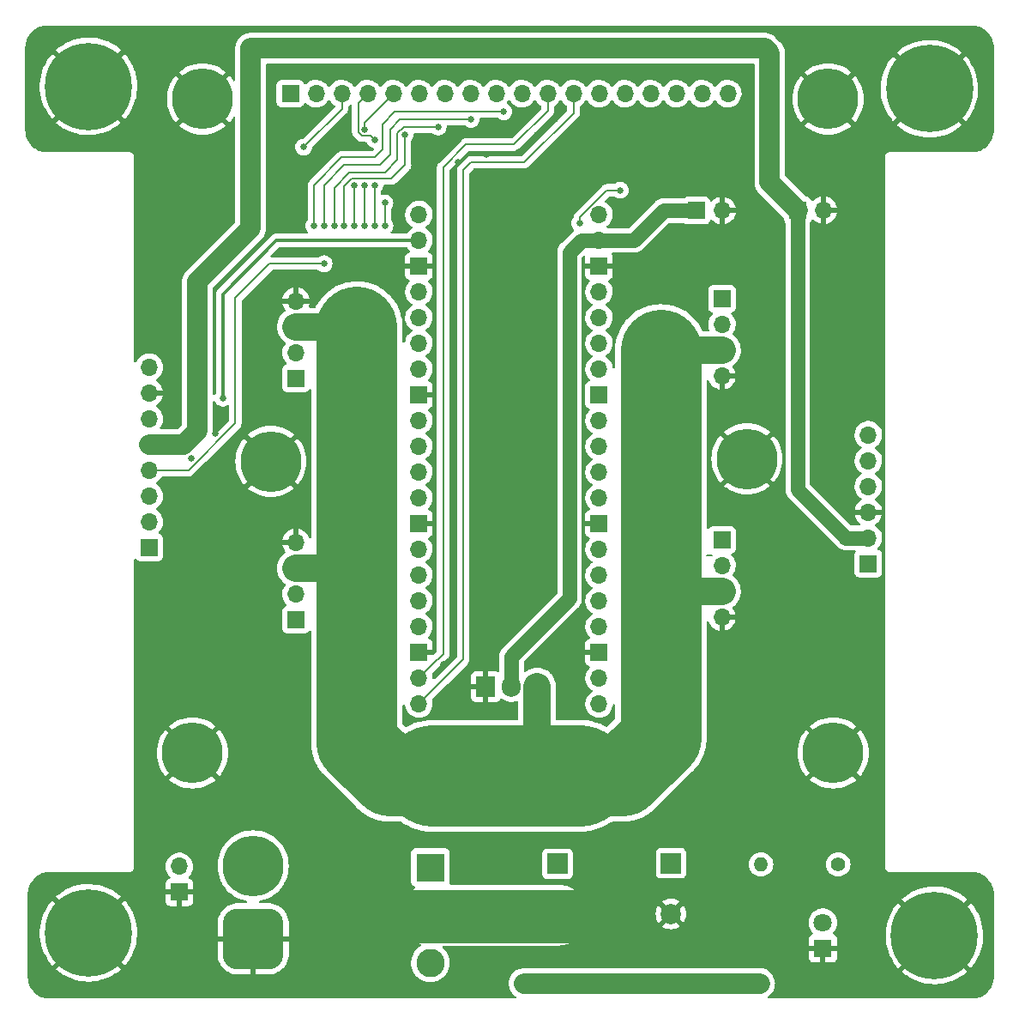
<source format=gbr>
%TF.GenerationSoftware,KiCad,Pcbnew,(6.0.9)*%
%TF.CreationDate,2022-12-13T14:22:10-05:00*%
%TF.ProjectId,Team5_Coaster_post_mdr_100x100,5465616d-355f-4436-9f61-737465725f70,rev?*%
%TF.SameCoordinates,Original*%
%TF.FileFunction,Copper,L2,Bot*%
%TF.FilePolarity,Positive*%
%FSLAX46Y46*%
G04 Gerber Fmt 4.6, Leading zero omitted, Abs format (unit mm)*
G04 Created by KiCad (PCBNEW (6.0.9)) date 2022-12-13 14:22:10*
%MOMM*%
%LPD*%
G01*
G04 APERTURE LIST*
G04 Aperture macros list*
%AMRoundRect*
0 Rectangle with rounded corners*
0 $1 Rounding radius*
0 $2 $3 $4 $5 $6 $7 $8 $9 X,Y pos of 4 corners*
0 Add a 4 corners polygon primitive as box body*
4,1,4,$2,$3,$4,$5,$6,$7,$8,$9,$2,$3,0*
0 Add four circle primitives for the rounded corners*
1,1,$1+$1,$2,$3*
1,1,$1+$1,$4,$5*
1,1,$1+$1,$6,$7*
1,1,$1+$1,$8,$9*
0 Add four rect primitives between the rounded corners*
20,1,$1+$1,$2,$3,$4,$5,0*
20,1,$1+$1,$4,$5,$6,$7,0*
20,1,$1+$1,$6,$7,$8,$9,0*
20,1,$1+$1,$8,$9,$2,$3,0*%
G04 Aperture macros list end*
%TA.AperFunction,NonConductor*%
%ADD10C,0.200000*%
%TD*%
%TA.AperFunction,ComponentPad*%
%ADD11C,6.000000*%
%TD*%
%TA.AperFunction,ComponentPad*%
%ADD12R,1.700000X1.700000*%
%TD*%
%TA.AperFunction,ComponentPad*%
%ADD13O,1.700000X1.700000*%
%TD*%
%TA.AperFunction,ComponentPad*%
%ADD14R,2.794000X2.794000*%
%TD*%
%TA.AperFunction,ComponentPad*%
%ADD15C,2.794000*%
%TD*%
%TA.AperFunction,ComponentPad*%
%ADD16C,0.900000*%
%TD*%
%TA.AperFunction,ComponentPad*%
%ADD17C,8.600000*%
%TD*%
%TA.AperFunction,ComponentPad*%
%ADD18R,1.800000X1.800000*%
%TD*%
%TA.AperFunction,ComponentPad*%
%ADD19C,1.800000*%
%TD*%
%TA.AperFunction,ComponentPad*%
%ADD20R,2.000000X2.000000*%
%TD*%
%TA.AperFunction,ComponentPad*%
%ADD21O,2.000000X2.000000*%
%TD*%
%TA.AperFunction,ComponentPad*%
%ADD22C,2.000000*%
%TD*%
%TA.AperFunction,ComponentPad*%
%ADD23R,1.905000X2.000000*%
%TD*%
%TA.AperFunction,ComponentPad*%
%ADD24O,1.905000X2.000000*%
%TD*%
%TA.AperFunction,ComponentPad*%
%ADD25RoundRect,1.500000X1.500000X-1.500000X1.500000X1.500000X-1.500000X1.500000X-1.500000X-1.500000X0*%
%TD*%
%TA.AperFunction,ComponentPad*%
%ADD26C,1.400000*%
%TD*%
%TA.AperFunction,ComponentPad*%
%ADD27O,1.400000X1.400000*%
%TD*%
%TA.AperFunction,ViaPad*%
%ADD28C,0.650000*%
%TD*%
%TA.AperFunction,Conductor*%
%ADD29C,2.000000*%
%TD*%
%TA.AperFunction,Conductor*%
%ADD30C,2.700000*%
%TD*%
%TA.AperFunction,Conductor*%
%ADD31C,8.000000*%
%TD*%
%TA.AperFunction,Conductor*%
%ADD32C,10.000000*%
%TD*%
%TA.AperFunction,Conductor*%
%ADD33C,5.000000*%
%TD*%
%TA.AperFunction,Conductor*%
%ADD34C,1.400000*%
%TD*%
%TA.AperFunction,Conductor*%
%ADD35C,0.300000*%
%TD*%
%TA.AperFunction,Conductor*%
%ADD36C,0.200000*%
%TD*%
G04 APERTURE END LIST*
D10*
X146750000Y-112250000D02*
X146250000Y-112250000D01*
D11*
%TO.P,J11,1,Pin_1*%
%TO.N,GND*%
X95500000Y-131750000D03*
%TD*%
D12*
%TO.P,RF1,1,IN1*%
%TO.N,RF1*%
X147775000Y-86950000D03*
D13*
%TO.P,RF1,2,IN2*%
%TO.N,RF2*%
X147775000Y-89490000D03*
%TO.P,RF1,3,VM*%
%TO.N,+10V*%
X147775000Y-92030000D03*
%TO.P,RF1,4,GND*%
%TO.N,GND*%
X147775000Y-94570000D03*
%TD*%
D11*
%TO.P,J15,1,Pin_1*%
%TO.N,GND*%
X158250000Y-67250000D03*
%TD*%
D14*
%TO.P,SW1,1,A*%
%TO.N,VCC*%
X119000000Y-143051000D03*
D15*
%TO.P,SW1,2,B*%
%TO.N,Net-(D1-Pad2)*%
X119000000Y-147750000D03*
%TO.P,SW1,3,C*%
%TO.N,unconnected-(SW1-Pad3)*%
X119000000Y-152449000D03*
%TD*%
D12*
%TO.P,J13,1,Pin_1*%
%TO.N,+3V3*%
X155250000Y-78225000D03*
D13*
%TO.P,J13,2,Pin_2*%
%TO.N,GND*%
X157790000Y-78225000D03*
%TD*%
D16*
%TO.P,H3,1,1*%
%TO.N,GND*%
X171975000Y-149750000D03*
D17*
X168750000Y-149750000D03*
D16*
X171030419Y-147469581D03*
X168750000Y-152975000D03*
X166469581Y-152030419D03*
X165525000Y-149750000D03*
X166469581Y-147469581D03*
X171030419Y-152030419D03*
X168750000Y-146525000D03*
%TD*%
D12*
%TO.P,J9,1,Pin_1*%
%TO.N,GPIO15*%
X91250000Y-111490000D03*
D13*
%TO.P,J9,2,Pin_2*%
%TO.N,CTS*%
X91250000Y-108950000D03*
%TO.P,J9,3,Pin_3*%
%TO.N,GPIO9*%
X91250000Y-106410000D03*
%TO.P,J9,4,Pin_4*%
%TO.N,GPIO8*%
X91250000Y-103870000D03*
%TO.P,J9,5,Pin_5*%
%TO.N,+3V3*%
X91250000Y-101330000D03*
%TO.P,J9,6,Pin_6*%
%TO.N,GPIO1*%
X91250000Y-98790000D03*
%TO.P,J9,7,Pin_7*%
%TO.N,GND*%
X91250000Y-96250000D03*
%TO.P,J9,8,Pin_8*%
%TO.N,DFU*%
X91250000Y-93710000D03*
%TD*%
D18*
%TO.P,D3,1,K*%
%TO.N,GND*%
X157750000Y-151025000D03*
D19*
%TO.P,D3,2,A*%
%TO.N,Net-(D3-Pad2)*%
X157750000Y-148485000D03*
%TD*%
D20*
%TO.P,D1,1,K*%
%TO.N,+10V*%
X131555000Y-142695354D03*
D21*
%TO.P,D1,2,A*%
%TO.N,Net-(D1-Pad2)*%
X131555000Y-147775354D03*
%TD*%
D16*
%TO.P,H1,1,1*%
%TO.N,GND*%
X85250000Y-62775000D03*
X87530419Y-63719581D03*
D17*
X85250000Y-66000000D03*
D16*
X88475000Y-66000000D03*
X82969581Y-68280419D03*
X82025000Y-66000000D03*
X85250000Y-69225000D03*
X87530419Y-68280419D03*
X82969581Y-63719581D03*
%TD*%
D11*
%TO.P,J14,1,Pin_1*%
%TO.N,GND*%
X158750000Y-131750000D03*
%TD*%
%TO.P,J12,1,Pin_1*%
%TO.N,GND*%
X103250000Y-103000000D03*
%TD*%
D12*
%TO.P,J8,1,Pin_1*%
%TO.N,DFU*%
X105175000Y-66725000D03*
D13*
%TO.P,J8,2,Pin_2*%
%TO.N,GPIO1*%
X107715000Y-66725000D03*
%TO.P,J8,3,Pin_3*%
%TO.N,GPIO2*%
X110255000Y-66725000D03*
%TO.P,J8,4,Pin_4*%
%TO.N,GPIO3*%
X112795000Y-66725000D03*
%TO.P,J8,5,Pin_5*%
%TO.N,GPIO4*%
X115335000Y-66725000D03*
%TO.P,J8,6,Pin_6*%
%TO.N,GPIO5*%
X117875000Y-66725000D03*
%TO.P,J8,7,Pin_7*%
%TO.N,GPIO6*%
X120415000Y-66725000D03*
%TO.P,J8,8,Pin_8*%
%TO.N,GPIO7*%
X122955000Y-66725000D03*
%TO.P,J8,9,Pin_9*%
%TO.N,GPIO8*%
X125495000Y-66725000D03*
%TO.P,J8,10,Pin_10*%
%TO.N,GPIO9*%
X128035000Y-66725000D03*
%TO.P,J8,11,Pin_11*%
%TO.N,CTS*%
X130575000Y-66725000D03*
%TO.P,J8,12,Pin_12*%
%TO.N,GPIO15*%
X133115000Y-66725000D03*
%TO.P,J8,13,Pin_13*%
%TO.N,GPIO16*%
X135655000Y-66725000D03*
%TO.P,J8,14,Pin_14*%
%TO.N,GPIO17*%
X138195000Y-66725000D03*
%TO.P,J8,15,Pin_15*%
%TO.N,GPIO22*%
X140735000Y-66725000D03*
%TO.P,J8,16,Pin_16*%
%TO.N,GPIO26*%
X143275000Y-66725000D03*
%TO.P,J8,17,Pin_17*%
%TO.N,GPIO27*%
X145815000Y-66725000D03*
%TO.P,J8,18,Pin_18*%
%TO.N,GPIO28*%
X148355000Y-66725000D03*
%TD*%
D20*
%TO.P,C1,1*%
%TO.N,+10V*%
X142750000Y-142632323D03*
D22*
%TO.P,C1,2*%
%TO.N,GND*%
X142750000Y-147632323D03*
%TD*%
D11*
%TO.P,J5,1,Pin_1*%
%TO.N,GND*%
X96500000Y-67250000D03*
%TD*%
D23*
%TO.P,U2,1,GND*%
%TO.N,GND*%
X124460000Y-125222500D03*
D24*
%TO.P,U2,2,VI*%
%TO.N,VSYS*%
X127000000Y-125222500D03*
%TO.P,U2,3,VO*%
%TO.N,+10V*%
X129540000Y-125222500D03*
%TD*%
D12*
%TO.P,J2,1,Pin_1*%
%TO.N,unconnected-(J2-Pad1)*%
X162225000Y-113075000D03*
D13*
%TO.P,J2,2,Pin_2*%
%TO.N,+3V3*%
X162225000Y-110535000D03*
%TO.P,J2,3,Pin_3*%
%TO.N,GND*%
X162225000Y-107995000D03*
%TO.P,J2,4,Pin_4*%
%TO.N,GPIO17*%
X162225000Y-105455000D03*
%TO.P,J2,5,Pin_5*%
%TO.N,GPIO16*%
X162225000Y-102915000D03*
%TO.P,J2,6,Pin_6*%
%TO.N,unconnected-(J2-Pad6)*%
X162225000Y-100375000D03*
%TD*%
D12*
%TO.P,J4,1,Pin_1*%
%TO.N,VSYS*%
X145250000Y-78252500D03*
D13*
%TO.P,J4,2,Pin_2*%
%TO.N,GND*%
X147790000Y-78252500D03*
%TD*%
D17*
%TO.P,H2,1,1*%
%TO.N,GND*%
X168250000Y-66250000D03*
D16*
X171475000Y-66250000D03*
X165969581Y-68530419D03*
X168250000Y-63025000D03*
X170530419Y-63969581D03*
X165025000Y-66250000D03*
X168250000Y-69475000D03*
X165969581Y-63969581D03*
X170530419Y-68530419D03*
%TD*%
D25*
%TO.P,J1,1,Pin_1*%
%TO.N,GND*%
X101500000Y-150100000D03*
D11*
%TO.P,J1,2,Pin_2*%
%TO.N,VCC*%
X101500000Y-142900000D03*
%TD*%
D12*
%TO.P,J6,1,Pin_1*%
%TO.N,GND*%
X94225000Y-145500000D03*
D13*
%TO.P,J6,2,Pin_2*%
%TO.N,VCC*%
X94225000Y-142960000D03*
%TD*%
D26*
%TO.P,R1,1*%
%TO.N,Net-(D3-Pad2)*%
X159250000Y-142750000D03*
D27*
%TO.P,R1,2*%
%TO.N,+10V*%
X151630000Y-142750000D03*
%TD*%
D12*
%TO.P,LB1,1,IN1*%
%TO.N,LB1*%
X105725000Y-118620000D03*
D13*
%TO.P,LB1,2,IN2*%
%TO.N,LB2*%
X105725000Y-116080000D03*
%TO.P,LB1,3,VM*%
%TO.N,+10V*%
X105725000Y-113540000D03*
%TO.P,LB1,4,GND*%
%TO.N,GND*%
X105725000Y-111000000D03*
%TD*%
D16*
%TO.P,H4,1,1*%
%TO.N,GND*%
X82969581Y-151780419D03*
X87530419Y-147219581D03*
D17*
X85250000Y-149500000D03*
D16*
X82969581Y-147219581D03*
X88475000Y-149500000D03*
X87530419Y-151780419D03*
X85250000Y-146275000D03*
X82025000Y-149500000D03*
X85250000Y-152725000D03*
%TD*%
D12*
%TO.P,LF1,1,IN1*%
%TO.N,LF1*%
X105725000Y-94800000D03*
D13*
%TO.P,LF1,2,IN2*%
%TO.N,LF2*%
X105725000Y-92260000D03*
%TO.P,LF1,3,VM*%
%TO.N,+10V*%
X105725000Y-89720000D03*
%TO.P,LF1,4,GND*%
%TO.N,GND*%
X105725000Y-87180000D03*
%TD*%
D11*
%TO.P,J7,1,Pin_1*%
%TO.N,+10V*%
X119250000Y-134027500D03*
%TD*%
%TO.P,J3,1,Pin_1*%
%TO.N,+10V*%
X133750000Y-134027500D03*
%TD*%
%TO.P,J10,1,Pin_1*%
%TO.N,GND*%
X150250000Y-102750000D03*
%TD*%
D12*
%TO.P,RB1,1,IN1*%
%TO.N,RB1*%
X147775000Y-110750000D03*
D13*
%TO.P,RB1,2,IN2*%
%TO.N,RB2*%
X147775000Y-113290000D03*
%TO.P,RB1,3,VM*%
%TO.N,+10V*%
X147775000Y-115830000D03*
%TO.P,RB1,4,GND*%
%TO.N,GND*%
X147775000Y-118370000D03*
%TD*%
%TO.P,U1,1,GPIO0*%
%TO.N,DFU*%
X117860000Y-78647500D03*
%TO.P,U1,2,GPIO1*%
%TO.N,GPIO1*%
X117860000Y-81187500D03*
D12*
%TO.P,U1,3,GND*%
%TO.N,GND*%
X117860000Y-83727500D03*
D13*
%TO.P,U1,4,GPIO2*%
%TO.N,GPIO2*%
X117860000Y-86267500D03*
%TO.P,U1,5,GPIO3*%
%TO.N,GPIO3*%
X117860000Y-88807500D03*
%TO.P,U1,6,GPIO4*%
%TO.N,GPIO4*%
X117860000Y-91347500D03*
%TO.P,U1,7,GPIO5*%
%TO.N,GPIO5*%
X117860000Y-93887500D03*
D12*
%TO.P,U1,8,GND*%
%TO.N,GND*%
X117860000Y-96427500D03*
D13*
%TO.P,U1,9,GPIO6*%
%TO.N,GPIO6*%
X117860000Y-98967500D03*
%TO.P,U1,10,GPIO7*%
%TO.N,GPIO7*%
X117860000Y-101507500D03*
%TO.P,U1,11,GPIO8*%
%TO.N,GPIO8*%
X117860000Y-104047500D03*
%TO.P,U1,12,GPIO9*%
%TO.N,GPIO9*%
X117860000Y-106587500D03*
D12*
%TO.P,U1,13,GND*%
%TO.N,GND*%
X117860000Y-109127500D03*
D13*
%TO.P,U1,14,GPIO10*%
%TO.N,LF2*%
X117860000Y-111667500D03*
%TO.P,U1,15,GPIO11*%
%TO.N,LF1*%
X117860000Y-114207500D03*
%TO.P,U1,16,GPIO12*%
%TO.N,LB2*%
X117860000Y-116747500D03*
%TO.P,U1,17,GPIO13*%
%TO.N,LB1*%
X117860000Y-119287500D03*
D12*
%TO.P,U1,18,GND*%
%TO.N,GND*%
X117860000Y-121827500D03*
D13*
%TO.P,U1,19,GPIO14*%
%TO.N,CTS*%
X117860000Y-124367500D03*
%TO.P,U1,20,GPIO15*%
%TO.N,GPIO15*%
X117860000Y-126907500D03*
%TO.P,U1,21,GPIO16*%
%TO.N,GPIO16*%
X135640000Y-126907500D03*
%TO.P,U1,22,GPIO17*%
%TO.N,GPIO17*%
X135640000Y-124367500D03*
D12*
%TO.P,U1,23,GND*%
%TO.N,GND*%
X135640000Y-121827500D03*
D13*
%TO.P,U1,24,GPIO18*%
%TO.N,RB2*%
X135640000Y-119287500D03*
%TO.P,U1,25,GPIO19*%
%TO.N,RB1*%
X135640000Y-116747500D03*
%TO.P,U1,26,GPIO20*%
%TO.N,RF2*%
X135640000Y-114207500D03*
%TO.P,U1,27,GPIO21*%
%TO.N,RF1*%
X135640000Y-111667500D03*
D12*
%TO.P,U1,28,GND*%
%TO.N,GND*%
X135640000Y-109127500D03*
D13*
%TO.P,U1,29,GPIO22*%
%TO.N,GPIO22*%
X135640000Y-106587500D03*
%TO.P,U1,30,RUN*%
%TO.N,unconnected-(U1-Pad30)*%
X135640000Y-104047500D03*
%TO.P,U1,31,GPIO26_ADC0*%
%TO.N,GPIO26*%
X135640000Y-101507500D03*
%TO.P,U1,32,GPIO27_ADC1*%
%TO.N,GPIO27*%
X135640000Y-98967500D03*
D12*
%TO.P,U1,33,AGND*%
%TO.N,unconnected-(U1-Pad33)*%
X135640000Y-96427500D03*
D13*
%TO.P,U1,34,GPIO28_ADC2*%
%TO.N,GPIO28*%
X135640000Y-93887500D03*
%TO.P,U1,35,ADC_VREF*%
%TO.N,unconnected-(U1-Pad35)*%
X135640000Y-91347500D03*
%TO.P,U1,36,3V3*%
%TO.N,+3V3*%
X135640000Y-88807500D03*
%TO.P,U1,37,3V3_EN*%
%TO.N,unconnected-(U1-Pad37)*%
X135640000Y-86267500D03*
D12*
%TO.P,U1,38,GND*%
%TO.N,GND*%
X135640000Y-83727500D03*
D13*
%TO.P,U1,39,VSYS*%
%TO.N,VSYS*%
X135640000Y-81187500D03*
%TO.P,U1,40,VBUS*%
%TO.N,unconnected-(U1-Pad40)*%
X135640000Y-78647500D03*
%TD*%
D28*
%TO.N,*%
X151500000Y-154500000D03*
X128250000Y-154500000D03*
%TO.N,GND*%
X121250000Y-83750000D03*
X94000000Y-75750000D03*
X110500000Y-70250000D03*
X130250000Y-112000000D03*
X134250000Y-70500000D03*
X152750000Y-115500000D03*
X124750000Y-102750000D03*
X128750000Y-101000000D03*
X130250000Y-109750000D03*
X129750000Y-93500000D03*
X130250000Y-98500000D03*
X144000000Y-69500000D03*
X93000000Y-114250000D03*
X136500000Y-70250000D03*
X130000000Y-87750000D03*
X124500000Y-112500000D03*
X121250000Y-105750000D03*
X121250000Y-89000000D03*
X94500000Y-120250000D03*
X139000000Y-69750000D03*
X95433411Y-102683411D03*
X108750000Y-72000000D03*
X141500000Y-71750000D03*
X131500000Y-73250000D03*
X141250000Y-69500000D03*
X131250000Y-69250000D03*
X121250000Y-109750000D03*
X124500000Y-91750000D03*
X97750000Y-100250000D03*
X99250000Y-114500000D03*
X127750000Y-112000000D03*
X133250000Y-119750000D03*
X121250000Y-104000000D03*
X92250000Y-76250000D03*
X159000000Y-92250000D03*
X91500000Y-73500000D03*
X131000000Y-75750000D03*
X91500000Y-75750000D03*
X124500000Y-108000000D03*
X121250000Y-118000000D03*
X94000000Y-73500000D03*
X130500000Y-103000000D03*
X98500000Y-114000000D03*
X124500000Y-96500000D03*
X160000000Y-92250000D03*
X124500000Y-80250000D03*
X128000000Y-96500000D03*
X131000000Y-77750000D03*
X101000000Y-114000000D03*
X121250000Y-121500000D03*
X126500000Y-80250000D03*
X130000000Y-81000000D03*
X128000000Y-80750000D03*
X158250000Y-91750000D03*
X97500000Y-123000000D03*
X124500000Y-87250000D03*
X136250000Y-74500000D03*
X120250000Y-123000000D03*
X128000000Y-84500000D03*
X158250000Y-89500000D03*
X133500000Y-77250000D03*
X93250000Y-76250000D03*
X127750000Y-72500000D03*
X98500000Y-111750000D03*
X136500000Y-72250000D03*
X124500000Y-72750000D03*
X160750000Y-89500000D03*
X121250000Y-99500000D03*
X124500000Y-83250000D03*
X129500000Y-112500000D03*
X121250000Y-113750000D03*
X128000000Y-91000000D03*
X127750000Y-109750000D03*
X160750000Y-91750000D03*
X129500000Y-70750000D03*
X104500000Y-125500000D03*
X152000000Y-112750000D03*
X134000000Y-72750000D03*
X126000000Y-116250000D03*
X154500000Y-112750000D03*
X101000000Y-111750000D03*
X121750000Y-73500000D03*
X127500000Y-77250000D03*
X154500000Y-115000000D03*
X100250000Y-114500000D03*
X132000000Y-122000000D03*
X152000000Y-115000000D03*
X139000000Y-71750000D03*
X128500000Y-112500000D03*
X133750000Y-75000000D03*
X139000000Y-74250000D03*
X121250000Y-76250000D03*
X121250000Y-94250000D03*
X100500000Y-125500000D03*
X121250000Y-79750000D03*
X153750000Y-115500000D03*
X93250000Y-117000000D03*
X106250000Y-69500000D03*
%TO.N,GPIO1*%
X98500000Y-96750000D03*
%TO.N,GPIO2*%
X106500000Y-72000000D03*
X114500000Y-77500000D03*
X114500000Y-79750000D03*
%TO.N,GPIO3*%
X113500000Y-71250000D03*
X113500000Y-75750000D03*
X113500000Y-79750000D03*
%TO.N,GPIO4*%
X112500000Y-79750000D03*
X112500000Y-70250000D03*
X112500000Y-75750000D03*
%TO.N,GPIO5*%
X111500000Y-75750000D03*
X111500000Y-79750000D03*
%TO.N,GPIO6*%
X110500000Y-79750000D03*
X116500000Y-70750000D03*
%TO.N,GPIO7*%
X119750000Y-70000000D03*
X109500000Y-79750000D03*
%TO.N,GPIO8*%
X108500000Y-79750000D03*
X123000000Y-69250000D03*
X108500000Y-83500000D03*
%TO.N,GPIO9*%
X107500000Y-79750000D03*
X126250000Y-68500000D03*
%TO.N,GPIO28*%
X137750000Y-76250000D03*
X133750000Y-79500000D03*
%TD*%
D29*
%TO.N,*%
X128250000Y-154500000D02*
X151500000Y-154500000D01*
D30*
%TO.N,+10V*%
X129540000Y-129817500D02*
X133750000Y-134027500D01*
X111210000Y-113540000D02*
X111750000Y-113000000D01*
X147775000Y-115830000D02*
X141830000Y-115830000D01*
X105725000Y-89720000D02*
X111720000Y-89720000D01*
D31*
X141750000Y-130270140D02*
X141750000Y-115750000D01*
X115007360Y-134027500D02*
X111750000Y-130770140D01*
X111750000Y-113000000D02*
X111750000Y-89750000D01*
X119250000Y-134027500D02*
X115007360Y-134027500D01*
D30*
X147775000Y-92030000D02*
X141780000Y-92030000D01*
X111720000Y-89720000D02*
X111750000Y-89750000D01*
D31*
X133750000Y-134027500D02*
X137992640Y-134027500D01*
X141750000Y-115750000D02*
X141750000Y-92000000D01*
D30*
X141780000Y-92030000D02*
X141750000Y-92000000D01*
X129540000Y-125222500D02*
X129540000Y-129817500D01*
D31*
X111750000Y-130770140D02*
X111750000Y-113000000D01*
X137992640Y-134027500D02*
X141750000Y-130270140D01*
D30*
X141830000Y-115830000D02*
X141750000Y-115750000D01*
X105725000Y-113540000D02*
X111210000Y-113540000D01*
D32*
X119250000Y-134027500D02*
X133750000Y-134027500D01*
D33*
%TO.N,Net-(D1-Pad2)*%
X119000000Y-147750000D02*
X131529646Y-147750000D01*
D29*
%TO.N,+3V3*%
X94670000Y-101330000D02*
X96000000Y-100000000D01*
D34*
X162225000Y-110535000D02*
X160035000Y-110535000D01*
D29*
X152000000Y-62250000D02*
X152500000Y-62750000D01*
D34*
X160035000Y-110535000D02*
X155250000Y-105750000D01*
D29*
X101250000Y-80000000D02*
X101250000Y-62250000D01*
X96000000Y-85250000D02*
X101250000Y-80000000D01*
X101250000Y-62250000D02*
X152000000Y-62250000D01*
D34*
X155250000Y-105750000D02*
X155250000Y-78225000D01*
D29*
X152500000Y-62750000D02*
X152500000Y-75475000D01*
X152500000Y-75475000D02*
X155250000Y-78225000D01*
X91250000Y-101330000D02*
X94670000Y-101330000D01*
X96000000Y-100000000D02*
X96000000Y-85250000D01*
D34*
%TO.N,VSYS*%
X135640000Y-81187500D02*
X139090000Y-81187500D01*
X132750000Y-82347500D02*
X133910000Y-81187500D01*
X127000000Y-125222500D02*
X127000000Y-122250000D01*
X132750000Y-116500000D02*
X132750000Y-82347500D01*
X133910000Y-81187500D02*
X135640000Y-81187500D01*
X142025000Y-78252500D02*
X145250000Y-78252500D01*
X139090000Y-81187500D02*
X142025000Y-78252500D01*
X127000000Y-122250000D02*
X132750000Y-116500000D01*
D35*
%TO.N,GPIO1*%
X103812500Y-81187500D02*
X98500000Y-86500000D01*
X117860000Y-81187500D02*
X103812500Y-81187500D01*
X98500000Y-86500000D02*
X98500000Y-96750000D01*
D36*
%TO.N,GPIO2*%
X114500000Y-79750000D02*
X114500000Y-77500000D01*
X106500000Y-72000000D02*
X110255000Y-68245000D01*
X110255000Y-68245000D02*
X110255000Y-66725000D01*
%TO.N,GPIO3*%
X111875000Y-70508884D02*
X111875000Y-67645000D01*
X113125000Y-70875000D02*
X112241116Y-70875000D01*
X111875000Y-67645000D02*
X112795000Y-66725000D01*
X112241116Y-70875000D02*
X111875000Y-70508884D01*
X113500000Y-71250000D02*
X113125000Y-70875000D01*
X113500000Y-79750000D02*
X113500000Y-75750000D01*
%TO.N,GPIO4*%
X112500000Y-79750000D02*
X112500000Y-75750000D01*
X112500000Y-70250000D02*
X112500000Y-69560000D01*
X112500000Y-69560000D02*
X115335000Y-66725000D01*
%TO.N,GPIO5*%
X111500000Y-79750000D02*
X111500000Y-75750000D01*
%TO.N,GPIO6*%
X115125000Y-75125000D02*
X111241116Y-75125000D01*
X116500000Y-70750000D02*
X116500000Y-73750000D01*
X110500000Y-75866116D02*
X110500000Y-79750000D01*
X116500000Y-73750000D02*
X115125000Y-75125000D01*
X111241116Y-75125000D02*
X110500000Y-75866116D01*
%TO.N,GPIO7*%
X119750000Y-70000000D02*
X116366116Y-70000000D01*
X115750000Y-70616116D02*
X115750000Y-73250000D01*
X115750000Y-73250000D02*
X114500000Y-74500000D01*
X114500000Y-74500000D02*
X111000000Y-74500000D01*
X111000000Y-74500000D02*
X109500000Y-76000000D01*
X109500000Y-76000000D02*
X109500000Y-79750000D01*
X116366116Y-70000000D02*
X115750000Y-70616116D01*
%TO.N,GPIO8*%
X110500000Y-73750000D02*
X114000000Y-73750000D01*
X115000000Y-72750000D02*
X115000000Y-70250000D01*
X95130000Y-103870000D02*
X91250000Y-103870000D01*
X116000000Y-69250000D02*
X123000000Y-69250000D01*
X99750000Y-86875000D02*
X99750000Y-99250000D01*
X108500000Y-75750000D02*
X110500000Y-73750000D01*
X115000000Y-70250000D02*
X116000000Y-69250000D01*
X99750000Y-99250000D02*
X95130000Y-103870000D01*
X103125000Y-83500000D02*
X99750000Y-86875000D01*
X114000000Y-73750000D02*
X115000000Y-72750000D01*
X108500000Y-83500000D02*
X103125000Y-83500000D01*
X108500000Y-79750000D02*
X108500000Y-75750000D01*
%TO.N,GPIO9*%
X114250000Y-69750000D02*
X115500000Y-68500000D01*
X113500000Y-73000000D02*
X114250000Y-72250000D01*
X107500000Y-79750000D02*
X107500000Y-75750000D01*
X115500000Y-68500000D02*
X126250000Y-68500000D01*
X107500000Y-75750000D02*
X110250000Y-73000000D01*
X110250000Y-73000000D02*
X113500000Y-73000000D01*
X114250000Y-72250000D02*
X114250000Y-69750000D01*
%TO.N,GPIO15*%
X123000000Y-73500000D02*
X128250000Y-73500000D01*
X133115000Y-68635000D02*
X133115000Y-66725000D01*
X128250000Y-73500000D02*
X133115000Y-68635000D01*
X117860000Y-126907500D02*
X122250000Y-122517500D01*
X122250000Y-74250000D02*
X123000000Y-73500000D01*
X122250000Y-122517500D02*
X122250000Y-74250000D01*
%TO.N,GPIO28*%
X133750000Y-79500000D02*
X133750000Y-78911154D01*
X133750000Y-78911154D02*
X136411154Y-76250000D01*
X136411154Y-76250000D02*
X137750000Y-76250000D01*
%TO.N,CTS*%
X120250000Y-74000000D02*
X122500000Y-71750000D01*
X122500000Y-71750000D02*
X127250000Y-71750000D01*
X119750000Y-122500000D02*
X120250000Y-122000000D01*
X120250000Y-122000000D02*
X120250000Y-74000000D01*
X127250000Y-71750000D02*
X130575000Y-68425000D01*
X130575000Y-68425000D02*
X130575000Y-66725000D01*
X117860000Y-124367500D02*
X119727500Y-122500000D01*
X119727500Y-122500000D02*
X119750000Y-122500000D01*
%TD*%
%TA.AperFunction,Conductor*%
%TO.N,GND*%
G36*
X172342726Y-60009277D02*
G01*
X172380405Y-60013480D01*
X172396890Y-60010592D01*
X172421186Y-60008729D01*
X172649700Y-60013386D01*
X172665693Y-60014735D01*
X172752896Y-60027725D01*
X172918168Y-60052345D01*
X172933864Y-60055717D01*
X173056686Y-60090421D01*
X173179513Y-60125127D01*
X173194640Y-60130464D01*
X173429469Y-60230547D01*
X173443807Y-60237770D01*
X173664001Y-60366901D01*
X173677298Y-60375884D01*
X173879293Y-60531973D01*
X173891335Y-60542571D01*
X174071828Y-60723064D01*
X174082426Y-60735106D01*
X174238515Y-60937101D01*
X174247499Y-60950399D01*
X174376630Y-61170593D01*
X174383852Y-61184931D01*
X174483932Y-61419749D01*
X174489273Y-61434886D01*
X174511059Y-61511990D01*
X174558683Y-61680535D01*
X174562055Y-61696231D01*
X174599665Y-61948703D01*
X174601014Y-61964699D01*
X174604596Y-62140506D01*
X174605523Y-62186002D01*
X174603353Y-62210385D01*
X174603227Y-62212655D01*
X174601463Y-62221454D01*
X174603252Y-62242049D01*
X174605426Y-62267073D01*
X174605899Y-62277978D01*
X174605899Y-70214359D01*
X174605122Y-70228327D01*
X174600919Y-70266006D01*
X174603807Y-70282491D01*
X174605670Y-70306787D01*
X174601313Y-70520561D01*
X174601013Y-70535299D01*
X174599664Y-70551294D01*
X174585408Y-70646993D01*
X174562053Y-70803776D01*
X174558683Y-70819461D01*
X174489270Y-71065120D01*
X174483939Y-71080233D01*
X174397253Y-71283625D01*
X174383852Y-71315069D01*
X174376629Y-71329407D01*
X174247498Y-71549601D01*
X174238515Y-71562898D01*
X174082426Y-71764893D01*
X174071828Y-71776935D01*
X173891340Y-71957423D01*
X173879288Y-71968030D01*
X173677298Y-72124114D01*
X173663995Y-72133101D01*
X173443806Y-72262229D01*
X173429468Y-72269451D01*
X173194650Y-72369531D01*
X173179513Y-72374872D01*
X173120668Y-72391499D01*
X172933864Y-72444282D01*
X172918168Y-72447654D01*
X172752896Y-72472274D01*
X172665693Y-72485264D01*
X172649700Y-72486613D01*
X172428392Y-72491123D01*
X172404042Y-72488956D01*
X172401744Y-72488828D01*
X172392945Y-72487064D01*
X172350822Y-72490723D01*
X172347322Y-72491027D01*
X172336418Y-72491500D01*
X164373022Y-72491500D01*
X164372252Y-72491498D01*
X164371436Y-72491493D01*
X164294678Y-72491024D01*
X164272317Y-72497415D01*
X164266246Y-72499150D01*
X164249484Y-72502728D01*
X164220212Y-72506920D01*
X164212044Y-72510634D01*
X164212043Y-72510634D01*
X164196837Y-72517548D01*
X164179313Y-72523996D01*
X164154628Y-72531051D01*
X164147034Y-72535843D01*
X164147031Y-72535844D01*
X164129619Y-72546830D01*
X164114536Y-72554969D01*
X164087617Y-72567208D01*
X164080815Y-72573069D01*
X164068164Y-72583970D01*
X164053160Y-72595073D01*
X164031441Y-72608776D01*
X164025502Y-72615501D01*
X164025498Y-72615504D01*
X164011867Y-72630938D01*
X163999675Y-72642982D01*
X163984072Y-72656427D01*
X163984070Y-72656430D01*
X163977272Y-72662287D01*
X163972392Y-72669816D01*
X163972391Y-72669817D01*
X163963305Y-72683835D01*
X163952014Y-72698709D01*
X163940968Y-72711217D01*
X163935021Y-72717951D01*
X163928711Y-72731391D01*
X163922457Y-72744711D01*
X163914136Y-72759691D01*
X163902928Y-72776983D01*
X163902926Y-72776988D01*
X163898047Y-72784515D01*
X163895477Y-72793108D01*
X163895475Y-72793113D01*
X163890688Y-72809120D01*
X163884027Y-72826564D01*
X163880771Y-72833500D01*
X163873118Y-72849800D01*
X163871737Y-72858667D01*
X163871737Y-72858668D01*
X163868569Y-72879015D01*
X163864786Y-72895732D01*
X163858884Y-72915466D01*
X163858883Y-72915472D01*
X163856313Y-72924066D01*
X163856258Y-72933037D01*
X163856258Y-72933038D01*
X163856103Y-72958497D01*
X163856070Y-72959289D01*
X163855899Y-72960386D01*
X163855899Y-72991377D01*
X163855897Y-72992147D01*
X163855423Y-73069721D01*
X163855807Y-73071065D01*
X163855899Y-73072410D01*
X163855899Y-142991377D01*
X163855897Y-142992147D01*
X163855423Y-143069721D01*
X163857890Y-143078352D01*
X163863549Y-143098153D01*
X163867127Y-143114915D01*
X163871319Y-143144187D01*
X163875033Y-143152355D01*
X163875033Y-143152356D01*
X163881947Y-143167562D01*
X163888395Y-143185086D01*
X163895450Y-143209771D01*
X163900242Y-143217365D01*
X163900243Y-143217368D01*
X163911229Y-143234780D01*
X163919368Y-143249863D01*
X163931607Y-143276782D01*
X163937468Y-143283584D01*
X163948369Y-143296235D01*
X163959472Y-143311239D01*
X163973175Y-143332958D01*
X163979900Y-143338897D01*
X163979903Y-143338901D01*
X163995337Y-143352532D01*
X164007381Y-143364724D01*
X164020826Y-143380327D01*
X164020829Y-143380329D01*
X164026686Y-143387127D01*
X164034215Y-143392007D01*
X164034216Y-143392008D01*
X164048234Y-143401094D01*
X164063108Y-143412385D01*
X164075616Y-143423431D01*
X164082350Y-143429378D01*
X164109110Y-143441942D01*
X164124090Y-143450263D01*
X164141382Y-143461471D01*
X164141387Y-143461473D01*
X164148914Y-143466352D01*
X164157507Y-143468922D01*
X164157512Y-143468924D01*
X164173519Y-143473711D01*
X164190963Y-143480372D01*
X164206075Y-143487467D01*
X164206077Y-143487468D01*
X164214199Y-143491281D01*
X164223066Y-143492662D01*
X164223067Y-143492662D01*
X164225752Y-143493080D01*
X164243416Y-143495830D01*
X164260131Y-143499613D01*
X164279865Y-143505515D01*
X164279871Y-143505516D01*
X164288465Y-143508086D01*
X164297436Y-143508141D01*
X164297437Y-143508141D01*
X164307496Y-143508202D01*
X164322905Y-143508296D01*
X164323688Y-143508329D01*
X164324785Y-143508500D01*
X164355776Y-143508500D01*
X164356546Y-143508502D01*
X164430184Y-143508952D01*
X164430185Y-143508952D01*
X164434120Y-143508976D01*
X164435464Y-143508592D01*
X164436809Y-143508500D01*
X172328758Y-143508500D01*
X172342726Y-143509277D01*
X172380405Y-143513480D01*
X172396890Y-143510592D01*
X172421186Y-143508729D01*
X172649700Y-143513386D01*
X172665693Y-143514735D01*
X172736376Y-143525264D01*
X172918168Y-143552345D01*
X172933864Y-143555717D01*
X173016336Y-143579020D01*
X173179513Y-143625127D01*
X173194640Y-143630464D01*
X173429469Y-143730547D01*
X173443807Y-143737770D01*
X173664001Y-143866901D01*
X173677298Y-143875884D01*
X173879293Y-144031973D01*
X173891335Y-144042571D01*
X174071828Y-144223064D01*
X174082426Y-144235106D01*
X174238515Y-144437101D01*
X174247499Y-144450399D01*
X174376630Y-144670593D01*
X174383852Y-144684931D01*
X174483932Y-144919749D01*
X174489273Y-144934886D01*
X174519500Y-145041864D01*
X174558683Y-145180535D01*
X174562055Y-145196231D01*
X174599665Y-145448703D01*
X174601014Y-145464699D01*
X174602424Y-145533926D01*
X174605523Y-145686002D01*
X174603353Y-145710385D01*
X174603227Y-145712655D01*
X174601463Y-145721454D01*
X174604540Y-145756876D01*
X174605426Y-145767073D01*
X174605899Y-145777978D01*
X174605899Y-153714359D01*
X174605122Y-153728327D01*
X174600919Y-153766006D01*
X174603807Y-153782491D01*
X174605670Y-153806787D01*
X174601313Y-154020561D01*
X174601013Y-154035299D01*
X174599664Y-154051294D01*
X174585408Y-154146993D01*
X174562053Y-154303776D01*
X174558683Y-154319461D01*
X174489270Y-154565120D01*
X174483939Y-154580233D01*
X174394993Y-154788929D01*
X174383852Y-154815069D01*
X174376629Y-154829407D01*
X174247498Y-155049601D01*
X174238515Y-155062898D01*
X174082426Y-155264893D01*
X174071828Y-155276935D01*
X173891340Y-155457423D01*
X173879288Y-155468030D01*
X173677298Y-155624114D01*
X173663995Y-155633101D01*
X173443806Y-155762229D01*
X173429468Y-155769451D01*
X173194650Y-155869531D01*
X173179513Y-155874872D01*
X173113473Y-155893532D01*
X172933864Y-155944282D01*
X172918168Y-155947654D01*
X172795940Y-155965862D01*
X172665693Y-155985264D01*
X172649700Y-155986613D01*
X172428392Y-155991123D01*
X172404042Y-155988956D01*
X172401744Y-155988828D01*
X172392945Y-155987064D01*
X172350822Y-155990723D01*
X172347322Y-155991027D01*
X172336418Y-155991500D01*
X152399001Y-155991500D01*
X152330880Y-155971498D01*
X152284387Y-155917842D01*
X152274283Y-155847568D01*
X152303777Y-155782988D01*
X152331858Y-155758880D01*
X152402288Y-155714528D01*
X152402291Y-155714526D01*
X152406567Y-155711833D01*
X152452166Y-155671633D01*
X152584858Y-155554650D01*
X152584861Y-155554647D01*
X152588655Y-155551302D01*
X152742734Y-155363722D01*
X152864841Y-155153922D01*
X152951833Y-154927298D01*
X153001474Y-154689680D01*
X153012486Y-154447183D01*
X153006964Y-154399455D01*
X152985167Y-154211071D01*
X152985166Y-154211067D01*
X152984585Y-154206044D01*
X152969544Y-154152888D01*
X152919866Y-153977331D01*
X152918490Y-153972468D01*
X152916356Y-153967892D01*
X152916354Y-153967886D01*
X152818038Y-153757046D01*
X152818036Y-153757042D01*
X152815901Y-153752464D01*
X152795213Y-153722022D01*
X152731442Y-153628188D01*
X152679456Y-153551693D01*
X152512668Y-153375319D01*
X152475235Y-153346699D01*
X152448709Y-153326418D01*
X165539122Y-153326418D01*
X165539171Y-153327110D01*
X165544617Y-153335274D01*
X165622268Y-153407812D01*
X165626507Y-153411433D01*
X165959802Y-153671363D01*
X165964359Y-153674602D01*
X166319448Y-153903880D01*
X166324250Y-153906686D01*
X166698316Y-154103491D01*
X166703374Y-154105871D01*
X167093435Y-154268638D01*
X167098690Y-154270561D01*
X167501676Y-154398008D01*
X167507075Y-154399455D01*
X167919796Y-154490575D01*
X167925307Y-154491537D01*
X168344501Y-154545610D01*
X168350064Y-154546077D01*
X168772405Y-154562670D01*
X168777997Y-154562641D01*
X169200125Y-154541626D01*
X169205708Y-154541098D01*
X169624305Y-154482640D01*
X169629792Y-154481623D01*
X170041543Y-154386185D01*
X170046929Y-154384681D01*
X170448567Y-154253018D01*
X170453784Y-154251046D01*
X170842126Y-154084202D01*
X170847169Y-154081764D01*
X171219131Y-153881063D01*
X171223935Y-153878188D01*
X171576563Y-153645231D01*
X171581126Y-153641916D01*
X171911658Y-153378529D01*
X171915873Y-153374852D01*
X171953823Y-153338649D01*
X171961763Y-153324890D01*
X171961713Y-153323843D01*
X171956822Y-153316032D01*
X171556507Y-152915717D01*
X170671210Y-152030419D01*
X170145122Y-151504332D01*
X168762812Y-150122022D01*
X168748868Y-150114408D01*
X168747035Y-150114539D01*
X168740420Y-150118790D01*
X167354879Y-151504331D01*
X166469581Y-152389628D01*
X165943494Y-152915716D01*
X165546736Y-153312474D01*
X165539122Y-153326418D01*
X152448709Y-153326418D01*
X152323846Y-153230953D01*
X152323842Y-153230950D01*
X152319826Y-153227880D01*
X152276570Y-153204686D01*
X152110352Y-153115561D01*
X152105891Y-153113169D01*
X151876369Y-153034138D01*
X151777022Y-153016978D01*
X151641074Y-152993496D01*
X151641068Y-152993495D01*
X151637164Y-152992821D01*
X151633203Y-152992641D01*
X151633202Y-152992641D01*
X151609494Y-152991564D01*
X151609475Y-152991564D01*
X151608075Y-152991500D01*
X128188999Y-152991500D01*
X128186491Y-152991702D01*
X128186486Y-152991702D01*
X128013076Y-153005654D01*
X128013071Y-153005655D01*
X128008035Y-153006060D01*
X128003127Y-153007266D01*
X128003124Y-153007266D01*
X127887007Y-153035787D01*
X127772294Y-153063963D01*
X127767642Y-153065938D01*
X127767638Y-153065939D01*
X127722088Y-153085274D01*
X127548844Y-153158812D01*
X127508761Y-153184054D01*
X127347712Y-153285472D01*
X127347709Y-153285474D01*
X127343433Y-153288167D01*
X127339639Y-153291512D01*
X127165142Y-153445350D01*
X127165139Y-153445353D01*
X127161345Y-153448698D01*
X127158135Y-153452606D01*
X127158134Y-153452607D01*
X127011550Y-153631063D01*
X127007266Y-153636278D01*
X126885159Y-153846078D01*
X126883346Y-153850801D01*
X126806384Y-154051297D01*
X126798167Y-154072702D01*
X126797133Y-154077652D01*
X126797132Y-154077655D01*
X126749895Y-154303769D01*
X126748526Y-154310320D01*
X126737514Y-154552817D01*
X126738095Y-154557837D01*
X126738095Y-154557841D01*
X126754191Y-154696947D01*
X126765415Y-154793956D01*
X126766791Y-154798820D01*
X126766792Y-154798823D01*
X126812476Y-154960266D01*
X126831510Y-155027532D01*
X126833644Y-155032108D01*
X126833646Y-155032114D01*
X126890446Y-155153922D01*
X126934099Y-155247536D01*
X127070544Y-155448307D01*
X127237332Y-155624681D01*
X127417239Y-155762230D01*
X127421390Y-155765404D01*
X127463358Y-155822669D01*
X127467703Y-155893532D01*
X127433047Y-155955496D01*
X127370393Y-155988886D01*
X127344861Y-155991500D01*
X81535641Y-155991500D01*
X81521672Y-155990723D01*
X81483994Y-155986520D01*
X81467509Y-155989408D01*
X81443213Y-155991271D01*
X81214699Y-155986614D01*
X81198706Y-155985265D01*
X81106287Y-155971498D01*
X80946231Y-155947655D01*
X80930535Y-155944283D01*
X80807712Y-155909578D01*
X80684886Y-155874873D01*
X80669749Y-155869532D01*
X80434931Y-155769452D01*
X80420593Y-155762230D01*
X80200404Y-155633102D01*
X80187101Y-155624115D01*
X79985111Y-155468031D01*
X79973059Y-155457424D01*
X79792576Y-155276941D01*
X79781969Y-155264889D01*
X79625885Y-155062899D01*
X79616898Y-155049596D01*
X79487770Y-154829407D01*
X79480548Y-154815069D01*
X79380468Y-154580251D01*
X79375126Y-154565110D01*
X79374429Y-154562641D01*
X79316392Y-154357246D01*
X79305717Y-154319465D01*
X79302345Y-154303769D01*
X79269274Y-154081764D01*
X79264735Y-154051294D01*
X79263386Y-154035299D01*
X79262958Y-154014261D01*
X79258877Y-153813992D01*
X79261045Y-153789631D01*
X79261172Y-153787345D01*
X79262936Y-153778546D01*
X79258973Y-153732927D01*
X79258500Y-153722022D01*
X79258500Y-153076418D01*
X82039122Y-153076418D01*
X82039171Y-153077110D01*
X82044617Y-153085274D01*
X82122268Y-153157812D01*
X82126507Y-153161433D01*
X82459802Y-153421363D01*
X82464359Y-153424602D01*
X82819448Y-153653880D01*
X82824250Y-153656686D01*
X83198316Y-153853491D01*
X83203374Y-153855871D01*
X83593435Y-154018638D01*
X83598690Y-154020561D01*
X84001676Y-154148008D01*
X84007075Y-154149455D01*
X84419796Y-154240575D01*
X84425307Y-154241537D01*
X84844501Y-154295610D01*
X84850064Y-154296077D01*
X85272405Y-154312670D01*
X85277997Y-154312641D01*
X85700125Y-154291626D01*
X85705708Y-154291098D01*
X86124305Y-154232640D01*
X86129792Y-154231623D01*
X86541543Y-154136185D01*
X86546929Y-154134681D01*
X86948567Y-154003018D01*
X86953784Y-154001046D01*
X87342126Y-153834202D01*
X87347169Y-153831764D01*
X87719131Y-153631063D01*
X87723935Y-153628188D01*
X88076563Y-153395231D01*
X88081126Y-153391916D01*
X88411658Y-153128529D01*
X88415873Y-153124852D01*
X88453823Y-153088649D01*
X88461763Y-153074890D01*
X88461713Y-153073843D01*
X88456822Y-153066032D01*
X88056507Y-152665717D01*
X87171210Y-151780419D01*
X86645122Y-151254332D01*
X85262812Y-149872022D01*
X85248868Y-149864408D01*
X85247035Y-149864539D01*
X85240420Y-149868790D01*
X83854879Y-151254331D01*
X82969581Y-152139628D01*
X82443494Y-152665716D01*
X82046736Y-153062474D01*
X82039122Y-153076418D01*
X79258500Y-153076418D01*
X79258500Y-149376825D01*
X80438855Y-149376825D01*
X80446600Y-149799410D01*
X80446950Y-149804976D01*
X80492231Y-150225208D01*
X80493078Y-150230746D01*
X80575535Y-150645286D01*
X80576864Y-150650698D01*
X80695852Y-151056289D01*
X80697658Y-151061564D01*
X80852219Y-151454948D01*
X80854501Y-151460072D01*
X81043416Y-151838150D01*
X81046140Y-151843043D01*
X81267917Y-152202833D01*
X81271068Y-152207469D01*
X81523955Y-152546127D01*
X81527488Y-152550444D01*
X81663222Y-152701988D01*
X81676717Y-152710351D01*
X81686128Y-152704662D01*
X82084283Y-152306507D01*
X82969581Y-151421210D01*
X83015576Y-151375215D01*
X83495668Y-150895122D01*
X84877978Y-149512812D01*
X84884356Y-149501132D01*
X85614408Y-149501132D01*
X85614539Y-149502965D01*
X85618790Y-149509580D01*
X87004331Y-150895121D01*
X87484423Y-151375214D01*
X87530418Y-151421209D01*
X88415716Y-152306506D01*
X88812142Y-152702932D01*
X88825903Y-152710446D01*
X88835263Y-152703989D01*
X89004244Y-152511303D01*
X89007744Y-152506935D01*
X89257073Y-152165645D01*
X89260168Y-152160987D01*
X89478160Y-151798903D01*
X89480841Y-151793964D01*
X89521257Y-151710915D01*
X97992001Y-151710915D01*
X97992061Y-151713672D01*
X97994601Y-151771855D01*
X97995317Y-151778972D01*
X98037999Y-152048453D01*
X98039978Y-152057023D01*
X98119504Y-152317143D01*
X98122655Y-152325353D01*
X98237613Y-152571882D01*
X98241876Y-152579572D01*
X98390024Y-152807700D01*
X98395314Y-152814719D01*
X98573783Y-153020024D01*
X98579976Y-153026217D01*
X98785281Y-153204686D01*
X98792300Y-153209976D01*
X99020428Y-153358124D01*
X99028118Y-153362387D01*
X99274647Y-153477345D01*
X99282857Y-153480496D01*
X99542977Y-153560022D01*
X99551547Y-153562001D01*
X99821044Y-153604685D01*
X99828128Y-153605399D01*
X99886331Y-153607940D01*
X99889083Y-153608000D01*
X101227885Y-153608000D01*
X101243124Y-153603525D01*
X101244329Y-153602135D01*
X101246000Y-153594452D01*
X101246000Y-153589884D01*
X101754000Y-153589884D01*
X101758475Y-153605123D01*
X101759865Y-153606328D01*
X101767548Y-153607999D01*
X103110915Y-153607999D01*
X103113672Y-153607939D01*
X103171855Y-153605399D01*
X103178972Y-153604683D01*
X103448453Y-153562001D01*
X103457023Y-153560022D01*
X103717143Y-153480496D01*
X103725353Y-153477345D01*
X103971882Y-153362387D01*
X103979572Y-153358124D01*
X104207700Y-153209976D01*
X104214719Y-153204686D01*
X104420024Y-153026217D01*
X104426217Y-153020024D01*
X104604686Y-152814719D01*
X104609976Y-152807700D01*
X104758124Y-152579572D01*
X104762387Y-152571882D01*
X104877345Y-152325353D01*
X104880496Y-152317143D01*
X104960022Y-152057023D01*
X104962001Y-152048453D01*
X105004685Y-151778956D01*
X105005399Y-151771872D01*
X105007940Y-151713669D01*
X105008000Y-151710917D01*
X105008000Y-150372115D01*
X105003525Y-150356876D01*
X105002135Y-150355671D01*
X104994452Y-150354000D01*
X101772115Y-150354000D01*
X101756876Y-150358475D01*
X101755671Y-150359865D01*
X101754000Y-150367548D01*
X101754000Y-153589884D01*
X101246000Y-153589884D01*
X101246000Y-150372115D01*
X101241525Y-150356876D01*
X101240135Y-150355671D01*
X101232452Y-150354000D01*
X98010116Y-150354000D01*
X97994877Y-150358475D01*
X97993672Y-150359865D01*
X97992001Y-150367548D01*
X97992001Y-151710915D01*
X89521257Y-151710915D01*
X89665779Y-151413946D01*
X89668014Y-151408780D01*
X89818442Y-151013815D01*
X89820201Y-151008496D01*
X89934920Y-150601730D01*
X89936204Y-150596259D01*
X90014315Y-150180883D01*
X90015102Y-150175346D01*
X90056035Y-149754102D01*
X90056308Y-149749665D01*
X90062788Y-149502233D01*
X90062746Y-149497762D01*
X90043917Y-149074973D01*
X90043419Y-149069386D01*
X89987155Y-148650499D01*
X89986162Y-148644976D01*
X89892883Y-148232748D01*
X89891410Y-148227361D01*
X89761847Y-147825025D01*
X89759910Y-147819815D01*
X89595098Y-147430599D01*
X89592683Y-147425536D01*
X89393936Y-147052535D01*
X89391085Y-147047713D01*
X89159974Y-146693865D01*
X89156692Y-146689297D01*
X88924426Y-146394669D01*
X92867001Y-146394669D01*
X92867371Y-146401490D01*
X92872895Y-146452352D01*
X92876521Y-146467604D01*
X92921676Y-146588054D01*
X92930214Y-146603649D01*
X93006715Y-146705724D01*
X93019276Y-146718285D01*
X93121351Y-146794786D01*
X93136946Y-146803324D01*
X93257394Y-146848478D01*
X93272649Y-146852105D01*
X93323514Y-146857631D01*
X93330328Y-146858000D01*
X93952885Y-146858000D01*
X93968124Y-146853525D01*
X93969329Y-146852135D01*
X93971000Y-146844452D01*
X93971000Y-146839884D01*
X94479000Y-146839884D01*
X94483475Y-146855123D01*
X94484865Y-146856328D01*
X94492548Y-146857999D01*
X95119669Y-146857999D01*
X95126490Y-146857629D01*
X95177352Y-146852105D01*
X95192604Y-146848479D01*
X95313054Y-146803324D01*
X95328649Y-146794786D01*
X95430724Y-146718285D01*
X95443285Y-146705724D01*
X95519786Y-146603649D01*
X95528324Y-146588054D01*
X95573478Y-146467606D01*
X95577105Y-146452351D01*
X95582631Y-146401486D01*
X95583000Y-146394672D01*
X95583000Y-145772115D01*
X95578525Y-145756876D01*
X95577135Y-145755671D01*
X95569452Y-145754000D01*
X94497115Y-145754000D01*
X94481876Y-145758475D01*
X94480671Y-145759865D01*
X94479000Y-145767548D01*
X94479000Y-146839884D01*
X93971000Y-146839884D01*
X93971000Y-145772115D01*
X93966525Y-145756876D01*
X93965135Y-145755671D01*
X93957452Y-145754000D01*
X92885116Y-145754000D01*
X92869877Y-145758475D01*
X92868672Y-145759865D01*
X92867001Y-145767548D01*
X92867001Y-146394669D01*
X88924426Y-146394669D01*
X88895030Y-146357380D01*
X88891382Y-146353155D01*
X88838103Y-146296715D01*
X88824389Y-146288705D01*
X88823517Y-146288742D01*
X88815438Y-146293772D01*
X88415717Y-146693493D01*
X87530419Y-147578790D01*
X87004332Y-148104878D01*
X85622022Y-149487188D01*
X85614408Y-149501132D01*
X84884356Y-149501132D01*
X84885592Y-149498868D01*
X84885461Y-149497035D01*
X84881210Y-149490420D01*
X83495669Y-148104879D01*
X82610372Y-147219581D01*
X82084284Y-146693494D01*
X81685561Y-146294771D01*
X81672253Y-146287504D01*
X81662214Y-146294626D01*
X81418223Y-146587994D01*
X81414828Y-146592467D01*
X81174528Y-146940152D01*
X81171549Y-146944902D01*
X80963106Y-147312575D01*
X80960562Y-147317568D01*
X80785629Y-147702312D01*
X80783538Y-147707511D01*
X80643498Y-148106290D01*
X80641877Y-148111659D01*
X80537840Y-148521303D01*
X80536706Y-148526776D01*
X80469496Y-148944054D01*
X80468851Y-148949632D01*
X80439002Y-149371204D01*
X80438855Y-149376825D01*
X79258500Y-149376825D01*
X79258500Y-145924456D01*
X82038031Y-145924456D01*
X82044139Y-145934929D01*
X82443493Y-146334283D01*
X82909381Y-146800172D01*
X82969580Y-146860371D01*
X83854878Y-147745668D01*
X85237188Y-149127978D01*
X85251132Y-149135592D01*
X85252965Y-149135461D01*
X85259580Y-149131210D01*
X86645121Y-147745669D01*
X87530419Y-146860372D01*
X87590618Y-146800173D01*
X88056506Y-146334284D01*
X88452754Y-145938036D01*
X88460316Y-145924187D01*
X88453987Y-145914962D01*
X88280928Y-145761582D01*
X88276561Y-145758046D01*
X87936600Y-145506948D01*
X87931947Y-145503821D01*
X87570995Y-145283926D01*
X87566094Y-145281232D01*
X87187027Y-145094297D01*
X87181904Y-145092048D01*
X86787707Y-144939545D01*
X86782417Y-144937765D01*
X86376218Y-144820904D01*
X86370794Y-144819602D01*
X85955822Y-144739316D01*
X85950293Y-144738500D01*
X85529828Y-144695420D01*
X85524247Y-144695098D01*
X85101635Y-144689566D01*
X85096024Y-144689742D01*
X84674593Y-144721800D01*
X84669036Y-144722472D01*
X84252128Y-144791864D01*
X84246631Y-144793032D01*
X83837547Y-144899209D01*
X83832181Y-144900861D01*
X83434153Y-145042983D01*
X83428965Y-145045100D01*
X83045133Y-145222050D01*
X83040164Y-145224614D01*
X82673581Y-145434984D01*
X82668848Y-145437987D01*
X82322420Y-145680109D01*
X82317979Y-145683517D01*
X82046476Y-145911739D01*
X82038031Y-145924456D01*
X79258500Y-145924456D01*
X79258500Y-145785641D01*
X79259277Y-145771672D01*
X79259790Y-145767073D01*
X79263480Y-145733994D01*
X79260592Y-145717509D01*
X79258729Y-145693208D01*
X79258836Y-145687987D01*
X79263386Y-145464699D01*
X79264735Y-145448703D01*
X79302345Y-145196231D01*
X79305717Y-145180535D01*
X79344900Y-145041864D01*
X79375127Y-144934886D01*
X79380468Y-144919749D01*
X79480548Y-144684931D01*
X79487770Y-144670593D01*
X79616898Y-144450404D01*
X79625885Y-144437101D01*
X79781969Y-144235111D01*
X79792576Y-144223059D01*
X79973059Y-144042576D01*
X79985111Y-144031969D01*
X80187101Y-143875885D01*
X80200404Y-143866898D01*
X80420593Y-143737770D01*
X80434931Y-143730548D01*
X80669749Y-143630468D01*
X80684886Y-143625127D01*
X80848063Y-143579020D01*
X80930535Y-143555717D01*
X80946231Y-143552345D01*
X81128023Y-143525264D01*
X81198706Y-143514735D01*
X81214699Y-143513386D01*
X81436008Y-143508877D01*
X81460369Y-143511045D01*
X81462655Y-143511172D01*
X81471454Y-143512936D01*
X81517073Y-143508973D01*
X81527978Y-143508500D01*
X89241377Y-143508500D01*
X89242148Y-143508502D01*
X89319721Y-143508976D01*
X89348152Y-143500850D01*
X89364915Y-143497272D01*
X89365753Y-143497152D01*
X89394187Y-143493080D01*
X89417564Y-143482451D01*
X89435087Y-143476004D01*
X89459771Y-143468949D01*
X89467365Y-143464157D01*
X89467368Y-143464156D01*
X89484780Y-143453170D01*
X89499865Y-143445030D01*
X89526782Y-143432792D01*
X89546235Y-143416030D01*
X89561239Y-143404927D01*
X89582958Y-143391224D01*
X89588897Y-143384499D01*
X89588901Y-143384496D01*
X89602532Y-143369062D01*
X89614724Y-143357018D01*
X89630327Y-143343573D01*
X89630329Y-143343570D01*
X89637127Y-143337713D01*
X89651094Y-143316165D01*
X89662385Y-143301291D01*
X89673431Y-143288783D01*
X89673432Y-143288782D01*
X89679378Y-143282049D01*
X89691943Y-143255287D01*
X89700263Y-143240309D01*
X89711471Y-143223017D01*
X89711473Y-143223012D01*
X89716352Y-143215485D01*
X89718922Y-143206892D01*
X89718924Y-143206887D01*
X89723711Y-143190880D01*
X89730372Y-143173436D01*
X89737467Y-143158324D01*
X89737468Y-143158322D01*
X89741281Y-143150200D01*
X89745830Y-143120983D01*
X89749613Y-143104268D01*
X89755515Y-143084534D01*
X89755516Y-143084528D01*
X89758086Y-143075934D01*
X89758296Y-143041494D01*
X89758329Y-143040711D01*
X89758500Y-143039614D01*
X89758500Y-143008623D01*
X89758502Y-143007853D01*
X89758952Y-142934215D01*
X89758952Y-142934214D01*
X89758976Y-142930279D01*
X89758592Y-142928935D01*
X89758500Y-142927590D01*
X89758500Y-142926695D01*
X92862251Y-142926695D01*
X92862548Y-142931848D01*
X92862548Y-142931851D01*
X92870498Y-143069721D01*
X92875110Y-143149715D01*
X92876247Y-143154761D01*
X92876248Y-143154767D01*
X92895917Y-143242042D01*
X92924222Y-143367639D01*
X92976275Y-143495830D01*
X92990059Y-143529776D01*
X93008266Y-143574616D01*
X93042492Y-143630468D01*
X93111751Y-143743488D01*
X93124987Y-143765088D01*
X93271250Y-143933938D01*
X93275225Y-143937238D01*
X93275231Y-143937244D01*
X93280425Y-143941556D01*
X93320059Y-144000460D01*
X93321555Y-144071441D01*
X93284439Y-144131962D01*
X93244168Y-144156480D01*
X93136946Y-144196676D01*
X93121351Y-144205214D01*
X93019276Y-144281715D01*
X93006715Y-144294276D01*
X92930214Y-144396351D01*
X92921676Y-144411946D01*
X92876522Y-144532394D01*
X92872895Y-144547649D01*
X92867369Y-144598514D01*
X92867000Y-144605328D01*
X92867000Y-145227885D01*
X92871475Y-145243124D01*
X92872865Y-145244329D01*
X92880548Y-145246000D01*
X95564884Y-145246000D01*
X95580123Y-145241525D01*
X95581328Y-145240135D01*
X95582999Y-145232452D01*
X95582999Y-144605331D01*
X95582629Y-144598510D01*
X95577105Y-144547648D01*
X95573479Y-144532396D01*
X95528324Y-144411946D01*
X95519786Y-144396351D01*
X95443285Y-144294276D01*
X95430724Y-144281715D01*
X95328649Y-144205214D01*
X95313054Y-144196676D01*
X95202813Y-144155348D01*
X95146049Y-144112706D01*
X95121349Y-144046145D01*
X95136557Y-143976796D01*
X95158104Y-143948115D01*
X95259430Y-143847144D01*
X95259440Y-143847132D01*
X95263096Y-143843489D01*
X95322594Y-143760689D01*
X95390435Y-143666277D01*
X95393453Y-143662077D01*
X95399415Y-143650015D01*
X95490136Y-143466453D01*
X95490137Y-143466451D01*
X95492430Y-143461811D01*
X95550558Y-143270489D01*
X95555865Y-143253023D01*
X95555865Y-143253021D01*
X95557370Y-143248069D01*
X95586529Y-143026590D01*
X95587379Y-142991820D01*
X95588074Y-142963365D01*
X95588074Y-142963361D01*
X95588156Y-142960000D01*
X95583223Y-142900000D01*
X97986685Y-142900000D01*
X98005931Y-143267241D01*
X98006444Y-143270481D01*
X98006445Y-143270489D01*
X98029497Y-143416030D01*
X98063459Y-143630459D01*
X98158639Y-143985674D01*
X98290427Y-144328994D01*
X98291925Y-144331934D01*
X98431227Y-144605328D01*
X98457380Y-144656657D01*
X98459176Y-144659423D01*
X98459178Y-144659426D01*
X98591716Y-144863518D01*
X98657668Y-144965075D01*
X98889098Y-145250867D01*
X99149133Y-145510902D01*
X99434925Y-145742332D01*
X99529581Y-145803802D01*
X99729325Y-145933517D01*
X99743342Y-145942620D01*
X99746276Y-145944115D01*
X99746283Y-145944119D01*
X100068066Y-146108075D01*
X100071006Y-146109573D01*
X100414326Y-146241361D01*
X100769541Y-146336541D01*
X100772793Y-146337056D01*
X100772802Y-146337058D01*
X100801178Y-146341552D01*
X100865331Y-146371965D01*
X100902858Y-146432233D01*
X100901844Y-146503223D01*
X100862611Y-146562394D01*
X100797615Y-146590962D01*
X100781467Y-146592001D01*
X99889086Y-146592001D01*
X99886328Y-146592061D01*
X99828145Y-146594601D01*
X99821028Y-146595317D01*
X99551547Y-146637999D01*
X99542977Y-146639978D01*
X99282857Y-146719504D01*
X99274647Y-146722655D01*
X99028118Y-146837613D01*
X99020428Y-146841876D01*
X98792300Y-146990024D01*
X98785281Y-146995314D01*
X98579976Y-147173783D01*
X98573783Y-147179976D01*
X98395314Y-147385281D01*
X98390024Y-147392300D01*
X98241876Y-147620428D01*
X98237613Y-147628118D01*
X98122655Y-147874647D01*
X98119504Y-147882857D01*
X98039978Y-148142977D01*
X98037999Y-148151547D01*
X97995315Y-148421044D01*
X97994601Y-148428128D01*
X97992060Y-148486331D01*
X97992000Y-148489083D01*
X97992000Y-149827885D01*
X97996475Y-149843124D01*
X97997865Y-149844329D01*
X98005548Y-149846000D01*
X104989884Y-149846000D01*
X105005123Y-149841525D01*
X105006328Y-149840135D01*
X105007999Y-149832452D01*
X105007999Y-148489086D01*
X105007939Y-148486328D01*
X105005399Y-148428145D01*
X105004683Y-148421028D01*
X104962001Y-148151547D01*
X104960022Y-148142977D01*
X104880496Y-147882857D01*
X104877940Y-147876196D01*
X115989044Y-147876196D01*
X115989405Y-147879810D01*
X115989405Y-147879816D01*
X116011815Y-148104335D01*
X116023503Y-148221431D01*
X116097414Y-148560417D01*
X116098587Y-148563844D01*
X116098589Y-148563850D01*
X116173851Y-148783671D01*
X116209797Y-148888661D01*
X116359163Y-149201812D01*
X116543532Y-149495721D01*
X116545804Y-149498557D01*
X116545809Y-149498564D01*
X116657276Y-149637697D01*
X116760459Y-149766491D01*
X116763037Y-149769042D01*
X116996088Y-149999665D01*
X117007071Y-150010534D01*
X117009929Y-150012775D01*
X117224326Y-150180883D01*
X117280098Y-150224614D01*
X117575921Y-150405895D01*
X117579206Y-150407420D01*
X117579210Y-150407422D01*
X117725243Y-150475208D01*
X117890620Y-150551973D01*
X117894060Y-150553111D01*
X117894071Y-150553115D01*
X117990459Y-150584993D01*
X118048854Y-150625373D01*
X118076148Y-150690913D01*
X118063675Y-150760806D01*
X118015396Y-150812859D01*
X118008982Y-150816432D01*
X118001836Y-150820144D01*
X117998221Y-150822727D01*
X117998215Y-150822731D01*
X117896685Y-150895286D01*
X117782286Y-150977037D01*
X117587033Y-151163299D01*
X117419973Y-151375214D01*
X117284438Y-151608555D01*
X117282770Y-151612672D01*
X117282767Y-151612679D01*
X117209339Y-151793964D01*
X117183133Y-151858664D01*
X117155559Y-151969669D01*
X117126129Y-152088150D01*
X117118080Y-152120552D01*
X117117626Y-152124985D01*
X117097097Y-152325353D01*
X117090576Y-152388994D01*
X117092305Y-152432999D01*
X117097772Y-152572135D01*
X117101170Y-152658633D01*
X117149651Y-152924089D01*
X117177401Y-153007266D01*
X117228835Y-153161433D01*
X117235051Y-153180066D01*
X117260478Y-153230953D01*
X117350659Y-153411433D01*
X117355667Y-153421456D01*
X117509092Y-153643443D01*
X117574646Y-153714359D01*
X117683174Y-153831764D01*
X117692264Y-153841598D01*
X117695718Y-153844410D01*
X117838883Y-153960964D01*
X117901529Y-154011966D01*
X118021513Y-154084202D01*
X118128896Y-154148852D01*
X118128900Y-154148854D01*
X118132712Y-154151149D01*
X118250857Y-154201177D01*
X118377101Y-154254635D01*
X118377105Y-154254636D01*
X118381199Y-154256370D01*
X118385491Y-154257508D01*
X118385494Y-154257509D01*
X118637736Y-154324390D01*
X118637740Y-154324391D01*
X118642033Y-154325529D01*
X118646442Y-154326051D01*
X118646448Y-154326052D01*
X118822105Y-154346842D01*
X118910009Y-154357246D01*
X119179781Y-154350889D01*
X119338984Y-154324390D01*
X119441576Y-154307314D01*
X119441580Y-154307313D01*
X119445966Y-154306583D01*
X119450207Y-154305242D01*
X119450210Y-154305241D01*
X119699007Y-154226557D01*
X119699009Y-154226556D01*
X119703253Y-154225214D01*
X119707264Y-154223288D01*
X119707269Y-154223286D01*
X119942489Y-154110335D01*
X119942490Y-154110334D01*
X119946508Y-154108405D01*
X120059325Y-154033023D01*
X120167169Y-153960964D01*
X120167173Y-153960961D01*
X120170877Y-153958486D01*
X120174194Y-153955515D01*
X120174198Y-153955512D01*
X120368567Y-153781421D01*
X120368568Y-153781420D01*
X120371885Y-153778449D01*
X120374915Y-153774845D01*
X120494675Y-153632372D01*
X120545519Y-153571886D01*
X120688317Y-153342918D01*
X120797428Y-153096114D01*
X120870675Y-152836398D01*
X120876084Y-152796127D01*
X120906170Y-152572135D01*
X120906171Y-152572127D01*
X120906597Y-152568953D01*
X120907179Y-152550444D01*
X120910266Y-152452222D01*
X120910266Y-152452217D01*
X120910367Y-152449000D01*
X120909031Y-152430123D01*
X120891624Y-152184276D01*
X120891309Y-152179827D01*
X120882655Y-152139628D01*
X120846063Y-151969669D01*
X156342001Y-151969669D01*
X156342371Y-151976490D01*
X156347895Y-152027352D01*
X156351521Y-152042604D01*
X156396676Y-152163054D01*
X156405214Y-152178649D01*
X156481715Y-152280724D01*
X156494276Y-152293285D01*
X156596351Y-152369786D01*
X156611946Y-152378324D01*
X156732394Y-152423478D01*
X156747649Y-152427105D01*
X156798514Y-152432631D01*
X156805328Y-152433000D01*
X157477885Y-152433000D01*
X157493124Y-152428525D01*
X157494329Y-152427135D01*
X157496000Y-152419452D01*
X157496000Y-152414884D01*
X158004000Y-152414884D01*
X158008475Y-152430123D01*
X158009865Y-152431328D01*
X158017548Y-152432999D01*
X158694669Y-152432999D01*
X158701490Y-152432629D01*
X158752352Y-152427105D01*
X158767604Y-152423479D01*
X158888054Y-152378324D01*
X158903649Y-152369786D01*
X159005724Y-152293285D01*
X159018285Y-152280724D01*
X159094786Y-152178649D01*
X159103324Y-152163054D01*
X159148478Y-152042606D01*
X159152105Y-152027351D01*
X159157631Y-151976486D01*
X159158000Y-151969672D01*
X159158000Y-151297115D01*
X159153525Y-151281876D01*
X159152135Y-151280671D01*
X159144452Y-151279000D01*
X158022115Y-151279000D01*
X158006876Y-151283475D01*
X158005671Y-151284865D01*
X158004000Y-151292548D01*
X158004000Y-152414884D01*
X157496000Y-152414884D01*
X157496000Y-151297115D01*
X157491525Y-151281876D01*
X157490135Y-151280671D01*
X157482452Y-151279000D01*
X156360116Y-151279000D01*
X156344877Y-151283475D01*
X156343672Y-151284865D01*
X156342001Y-151292548D01*
X156342001Y-151969669D01*
X120846063Y-151969669D01*
X120835450Y-151920377D01*
X120834513Y-151916025D01*
X120781333Y-151771872D01*
X120742656Y-151667034D01*
X120741115Y-151662857D01*
X120655580Y-151504332D01*
X120615089Y-151429290D01*
X120612976Y-151425374D01*
X120452654Y-151208316D01*
X120405315Y-151160227D01*
X120266479Y-151019194D01*
X120263348Y-151016013D01*
X120222270Y-150984663D01*
X120180253Y-150927434D01*
X120175846Y-150856575D01*
X120210448Y-150794581D01*
X120273073Y-150761136D01*
X120298712Y-150758500D01*
X131618078Y-150758500D01*
X131619897Y-150758395D01*
X131619901Y-150758395D01*
X131872400Y-150743836D01*
X131872405Y-150743835D01*
X131876020Y-150743627D01*
X131949486Y-150730805D01*
X132214231Y-150684600D01*
X132214238Y-150684598D01*
X132217804Y-150683976D01*
X132221279Y-150682947D01*
X132221286Y-150682945D01*
X132415644Y-150625373D01*
X132550466Y-150585437D01*
X132553805Y-150584013D01*
X132866260Y-150450740D01*
X132866263Y-150450738D01*
X132869598Y-150449316D01*
X132872745Y-150447521D01*
X132872749Y-150447519D01*
X133167830Y-150279208D01*
X133170970Y-150277417D01*
X133450586Y-150072018D01*
X133468926Y-150054976D01*
X133649747Y-149886946D01*
X133704742Y-149835842D01*
X133930068Y-149572019D01*
X134123577Y-149284047D01*
X134282706Y-148975741D01*
X134324554Y-148864993D01*
X141882160Y-148864993D01*
X141887887Y-148872643D01*
X142059042Y-148977528D01*
X142067837Y-148982010D01*
X142277988Y-149069057D01*
X142287373Y-149072106D01*
X142508554Y-149125208D01*
X142518301Y-149126751D01*
X142745070Y-149144598D01*
X142754930Y-149144598D01*
X142981699Y-149126751D01*
X142991446Y-149125208D01*
X143212627Y-149072106D01*
X143222012Y-149069057D01*
X143432163Y-148982010D01*
X143440958Y-148977528D01*
X143608445Y-148874891D01*
X143617907Y-148864433D01*
X143614124Y-148855657D01*
X142762812Y-148004345D01*
X142748868Y-147996731D01*
X142747035Y-147996862D01*
X142740420Y-148001113D01*
X141888920Y-148852613D01*
X141882160Y-148864993D01*
X134324554Y-148864993D01*
X134405344Y-148651189D01*
X134428913Y-148557359D01*
X134455761Y-148450469D01*
X134489866Y-148314692D01*
X134502965Y-148215197D01*
X134534678Y-147974315D01*
X134534679Y-147974307D01*
X134535152Y-147970711D01*
X134538107Y-147782623D01*
X134540391Y-147637253D01*
X141237725Y-147637253D01*
X141255572Y-147864022D01*
X141257115Y-147873769D01*
X141310217Y-148094950D01*
X141313266Y-148104335D01*
X141400313Y-148314486D01*
X141404795Y-148323281D01*
X141507432Y-148490768D01*
X141517890Y-148500230D01*
X141526666Y-148496447D01*
X142377978Y-147645135D01*
X142384356Y-147633455D01*
X143114408Y-147633455D01*
X143114539Y-147635288D01*
X143118790Y-147641903D01*
X143970290Y-148493403D01*
X143982670Y-148500163D01*
X143990320Y-148494436D01*
X144017263Y-148450469D01*
X156337095Y-148450469D01*
X156337392Y-148455622D01*
X156337392Y-148455625D01*
X156343067Y-148554041D01*
X156350427Y-148681697D01*
X156351564Y-148686743D01*
X156351565Y-148686749D01*
X156383741Y-148829523D01*
X156401346Y-148907642D01*
X156403288Y-148912424D01*
X156403289Y-148912428D01*
X156466890Y-149069057D01*
X156488484Y-149122237D01*
X156609501Y-149319719D01*
X156612882Y-149323622D01*
X156721653Y-149449191D01*
X156751135Y-149513776D01*
X156741020Y-149584049D01*
X156694519Y-149637697D01*
X156670646Y-149649670D01*
X156611944Y-149671677D01*
X156596351Y-149680214D01*
X156494276Y-149756715D01*
X156481715Y-149769276D01*
X156405214Y-149871351D01*
X156396676Y-149886946D01*
X156351522Y-150007394D01*
X156347895Y-150022649D01*
X156342369Y-150073514D01*
X156342000Y-150080328D01*
X156342000Y-150752885D01*
X156346475Y-150768124D01*
X156347865Y-150769329D01*
X156355548Y-150771000D01*
X159139884Y-150771000D01*
X159155123Y-150766525D01*
X159156328Y-150765135D01*
X159157999Y-150757452D01*
X159157999Y-150080331D01*
X159157629Y-150073510D01*
X159152105Y-150022648D01*
X159148479Y-150007396D01*
X159103324Y-149886946D01*
X159094786Y-149871351D01*
X159018285Y-149769276D01*
X159005724Y-149756715D01*
X158903649Y-149680214D01*
X158888052Y-149671675D01*
X158829415Y-149649693D01*
X158798972Y-149626825D01*
X163938855Y-149626825D01*
X163946600Y-150049410D01*
X163946950Y-150054976D01*
X163992231Y-150475208D01*
X163993078Y-150480746D01*
X164075535Y-150895286D01*
X164076864Y-150900698D01*
X164195852Y-151306289D01*
X164197658Y-151311564D01*
X164352219Y-151704948D01*
X164354501Y-151710072D01*
X164543416Y-152088150D01*
X164546140Y-152093043D01*
X164767917Y-152452833D01*
X164771068Y-152457469D01*
X165023955Y-152796127D01*
X165027488Y-152800444D01*
X165163222Y-152951988D01*
X165176717Y-152960351D01*
X165186128Y-152954662D01*
X165584283Y-152556507D01*
X166469581Y-151671210D01*
X166532235Y-151608556D01*
X166995668Y-151145122D01*
X168377978Y-149762812D01*
X168384356Y-149751132D01*
X169114408Y-149751132D01*
X169114539Y-149752965D01*
X169118790Y-149759580D01*
X170504331Y-151145121D01*
X170967764Y-151608555D01*
X171030418Y-151671209D01*
X171915716Y-152556506D01*
X172312142Y-152952932D01*
X172325903Y-152960446D01*
X172335263Y-152953989D01*
X172504244Y-152761303D01*
X172507744Y-152756935D01*
X172757073Y-152415645D01*
X172760168Y-152410987D01*
X172978160Y-152048903D01*
X172980841Y-152043964D01*
X173165779Y-151663946D01*
X173168014Y-151658780D01*
X173318442Y-151263815D01*
X173320201Y-151258496D01*
X173434920Y-150851730D01*
X173436204Y-150846259D01*
X173514315Y-150430883D01*
X173515102Y-150425346D01*
X173556035Y-150004102D01*
X173556308Y-149999665D01*
X173562788Y-149752233D01*
X173562746Y-149747762D01*
X173543917Y-149324973D01*
X173543419Y-149319386D01*
X173487155Y-148900499D01*
X173486162Y-148894976D01*
X173392883Y-148482748D01*
X173391410Y-148477361D01*
X173261847Y-148075025D01*
X173259910Y-148069815D01*
X173095098Y-147680599D01*
X173092683Y-147675536D01*
X172893936Y-147302535D01*
X172891085Y-147297713D01*
X172659974Y-146943865D01*
X172656692Y-146939297D01*
X172395030Y-146607380D01*
X172391382Y-146603155D01*
X172338103Y-146546715D01*
X172324389Y-146538705D01*
X172323517Y-146538742D01*
X172315438Y-146543772D01*
X171915717Y-146943493D01*
X171030419Y-147828790D01*
X170504332Y-148354878D01*
X169122022Y-149737188D01*
X169114408Y-149751132D01*
X168384356Y-149751132D01*
X168385592Y-149748868D01*
X168385461Y-149747035D01*
X168381210Y-149740420D01*
X166995669Y-148354879D01*
X166110372Y-147469581D01*
X165584284Y-146943494D01*
X165185561Y-146544771D01*
X165172253Y-146537504D01*
X165162214Y-146544626D01*
X164918223Y-146837994D01*
X164914828Y-146842467D01*
X164674528Y-147190152D01*
X164671549Y-147194902D01*
X164463106Y-147562575D01*
X164460562Y-147567568D01*
X164285629Y-147952312D01*
X164283538Y-147957511D01*
X164143498Y-148356290D01*
X164141877Y-148361659D01*
X164037840Y-148771303D01*
X164036706Y-148776776D01*
X163969496Y-149194054D01*
X163968851Y-149199632D01*
X163939002Y-149621204D01*
X163938855Y-149626825D01*
X158798972Y-149626825D01*
X158772650Y-149607052D01*
X158747950Y-149540490D01*
X158763157Y-149471141D01*
X158784703Y-149442461D01*
X158822641Y-149404654D01*
X158826303Y-149401005D01*
X158961458Y-149212917D01*
X158966947Y-149201812D01*
X159061784Y-149009922D01*
X159061785Y-149009920D01*
X159064078Y-149005280D01*
X159131408Y-148783671D01*
X159161640Y-148554041D01*
X159162955Y-148500230D01*
X159163245Y-148488365D01*
X159163245Y-148488361D01*
X159163327Y-148485000D01*
X159157032Y-148408434D01*
X159144773Y-148259318D01*
X159144772Y-148259312D01*
X159144349Y-148254167D01*
X159087925Y-148029533D01*
X159076973Y-148004345D01*
X158997630Y-147821868D01*
X158997628Y-147821865D01*
X158995570Y-147817131D01*
X158869764Y-147622665D01*
X158713887Y-147451358D01*
X158709836Y-147448159D01*
X158709832Y-147448155D01*
X158536177Y-147311011D01*
X158536172Y-147311008D01*
X158532123Y-147307810D01*
X158527607Y-147305317D01*
X158527604Y-147305315D01*
X158333879Y-147198373D01*
X158333875Y-147198371D01*
X158329355Y-147195876D01*
X158324486Y-147194152D01*
X158324482Y-147194150D01*
X158115903Y-147120288D01*
X158115899Y-147120287D01*
X158111028Y-147118562D01*
X158105935Y-147117655D01*
X158105932Y-147117654D01*
X157888095Y-147078851D01*
X157888089Y-147078850D01*
X157883006Y-147077945D01*
X157810096Y-147077054D01*
X157656581Y-147075179D01*
X157656579Y-147075179D01*
X157651411Y-147075116D01*
X157422464Y-147110150D01*
X157202314Y-147182106D01*
X157197726Y-147184494D01*
X157197722Y-147184496D01*
X157010079Y-147282177D01*
X156996872Y-147289052D01*
X156992739Y-147292155D01*
X156992736Y-147292157D01*
X156848272Y-147400624D01*
X156811655Y-147428117D01*
X156808083Y-147431855D01*
X156667669Y-147578790D01*
X156651639Y-147595564D01*
X156648725Y-147599836D01*
X156648724Y-147599837D01*
X156629432Y-147628118D01*
X156521119Y-147786899D01*
X156423602Y-147996981D01*
X156361707Y-148220169D01*
X156337095Y-148450469D01*
X144017263Y-148450469D01*
X144095205Y-148323281D01*
X144099687Y-148314486D01*
X144186734Y-148104335D01*
X144189783Y-148094950D01*
X144242885Y-147873769D01*
X144244428Y-147864022D01*
X144262275Y-147637253D01*
X144262275Y-147627393D01*
X144244428Y-147400624D01*
X144242885Y-147390877D01*
X144189783Y-147169696D01*
X144186734Y-147160311D01*
X144099687Y-146950160D01*
X144095205Y-146941365D01*
X143992568Y-146773878D01*
X143982110Y-146764416D01*
X143973334Y-146768199D01*
X143122022Y-147619511D01*
X143114408Y-147633455D01*
X142384356Y-147633455D01*
X142385592Y-147631191D01*
X142385461Y-147629358D01*
X142381210Y-147622743D01*
X141529710Y-146771243D01*
X141517330Y-146764483D01*
X141509680Y-146770210D01*
X141404795Y-146941365D01*
X141400313Y-146950160D01*
X141313266Y-147160311D01*
X141310217Y-147169696D01*
X141257115Y-147390877D01*
X141255572Y-147400624D01*
X141237725Y-147627393D01*
X141237725Y-147637253D01*
X134540391Y-147637253D01*
X134540545Y-147627446D01*
X134540545Y-147627442D01*
X134540602Y-147623804D01*
X134540107Y-147618838D01*
X134506503Y-147282177D01*
X134506143Y-147278569D01*
X134432232Y-146939583D01*
X134403728Y-146856328D01*
X134321022Y-146614765D01*
X134319849Y-146611339D01*
X134219147Y-146400213D01*
X141882093Y-146400213D01*
X141885876Y-146408989D01*
X142737188Y-147260301D01*
X142751132Y-147267915D01*
X142752965Y-147267784D01*
X142759580Y-147263533D01*
X143611080Y-146412033D01*
X143617840Y-146399653D01*
X143612113Y-146392003D01*
X143440958Y-146287118D01*
X143432163Y-146282636D01*
X143222012Y-146195589D01*
X143212627Y-146192540D01*
X143137303Y-146174456D01*
X165538031Y-146174456D01*
X165544139Y-146184929D01*
X165943493Y-146584283D01*
X166409271Y-147050062D01*
X166469580Y-147110371D01*
X167354878Y-147995668D01*
X168737188Y-149377978D01*
X168751132Y-149385592D01*
X168752965Y-149385461D01*
X168759580Y-149381210D01*
X170145121Y-147995669D01*
X171030419Y-147110372D01*
X171090728Y-147050063D01*
X171556506Y-146584284D01*
X171952754Y-146188036D01*
X171960316Y-146174187D01*
X171953987Y-146164962D01*
X171780928Y-146011582D01*
X171776561Y-146008046D01*
X171436600Y-145756948D01*
X171431947Y-145753821D01*
X171070995Y-145533926D01*
X171066094Y-145531232D01*
X170687027Y-145344297D01*
X170681904Y-145342048D01*
X170287707Y-145189545D01*
X170282417Y-145187765D01*
X169876218Y-145070904D01*
X169870794Y-145069602D01*
X169455822Y-144989316D01*
X169450293Y-144988500D01*
X169029828Y-144945420D01*
X169024247Y-144945098D01*
X168601635Y-144939566D01*
X168596024Y-144939742D01*
X168174593Y-144971800D01*
X168169036Y-144972472D01*
X167752128Y-145041864D01*
X167746631Y-145043032D01*
X167337547Y-145149209D01*
X167332181Y-145150861D01*
X166934153Y-145292983D01*
X166928965Y-145295100D01*
X166545133Y-145472050D01*
X166540164Y-145474614D01*
X166173581Y-145684984D01*
X166168848Y-145687987D01*
X165822420Y-145930109D01*
X165817979Y-145933517D01*
X165546476Y-146161739D01*
X165538031Y-146174456D01*
X143137303Y-146174456D01*
X142991446Y-146139438D01*
X142981699Y-146137895D01*
X142754930Y-146120048D01*
X142745070Y-146120048D01*
X142518301Y-146137895D01*
X142508554Y-146139438D01*
X142287373Y-146192540D01*
X142277988Y-146195589D01*
X142067837Y-146282636D01*
X142059042Y-146287118D01*
X141891555Y-146389755D01*
X141882093Y-146400213D01*
X134219147Y-146400213D01*
X134170483Y-146298188D01*
X133986114Y-146004279D01*
X133983842Y-146001443D01*
X133983837Y-146001436D01*
X133776726Y-145742919D01*
X133769187Y-145733509D01*
X133522575Y-145489466D01*
X133519717Y-145487225D01*
X133252405Y-145277626D01*
X133252403Y-145277625D01*
X133249548Y-145275386D01*
X132953725Y-145094105D01*
X132950440Y-145092580D01*
X132950436Y-145092578D01*
X132669775Y-144962300D01*
X132639026Y-144948027D01*
X132468758Y-144891716D01*
X132313068Y-144840226D01*
X132313063Y-144840225D01*
X132309623Y-144839087D01*
X132306068Y-144838351D01*
X132306065Y-144838350D01*
X131973432Y-144769465D01*
X131973429Y-144769465D01*
X131969882Y-144768730D01*
X131815593Y-144754960D01*
X131667570Y-144741749D01*
X131667564Y-144741749D01*
X131664777Y-144741500D01*
X121011871Y-144741500D01*
X120943750Y-144721498D01*
X120897257Y-144667842D01*
X120887153Y-144597568D01*
X120893888Y-144571272D01*
X120895972Y-144565714D01*
X120895973Y-144565711D01*
X120898745Y-144558316D01*
X120905500Y-144496134D01*
X120905500Y-143743488D01*
X130046500Y-143743488D01*
X130053255Y-143805670D01*
X130104385Y-143942059D01*
X130191739Y-144058615D01*
X130308295Y-144145969D01*
X130444684Y-144197099D01*
X130506866Y-144203854D01*
X132603134Y-144203854D01*
X132665316Y-144197099D01*
X132801705Y-144145969D01*
X132918261Y-144058615D01*
X133005615Y-143942059D01*
X133056745Y-143805670D01*
X133063500Y-143743488D01*
X133063500Y-143680457D01*
X141241500Y-143680457D01*
X141248255Y-143742639D01*
X141299385Y-143879028D01*
X141386739Y-143995584D01*
X141503295Y-144082938D01*
X141639684Y-144134068D01*
X141701866Y-144140823D01*
X143798134Y-144140823D01*
X143860316Y-144134068D01*
X143996705Y-144082938D01*
X144113261Y-143995584D01*
X144200615Y-143879028D01*
X144251745Y-143742639D01*
X144258500Y-143680457D01*
X144258500Y-142750000D01*
X150416884Y-142750000D01*
X150435314Y-142960655D01*
X150436738Y-142965968D01*
X150436738Y-142965970D01*
X150485973Y-143149715D01*
X150490044Y-143164910D01*
X150492366Y-143169891D01*
X150492367Y-143169892D01*
X150553640Y-143301291D01*
X150579411Y-143356558D01*
X150700699Y-143529776D01*
X150850224Y-143679301D01*
X151023442Y-143800589D01*
X151028420Y-143802910D01*
X151028423Y-143802912D01*
X151207065Y-143886214D01*
X151215090Y-143889956D01*
X151220398Y-143891378D01*
X151220400Y-143891379D01*
X151414030Y-143943262D01*
X151414032Y-143943262D01*
X151419345Y-143944686D01*
X151630000Y-143963116D01*
X151840655Y-143944686D01*
X151845968Y-143943262D01*
X151845970Y-143943262D01*
X152039600Y-143891379D01*
X152039602Y-143891378D01*
X152044910Y-143889956D01*
X152052935Y-143886214D01*
X152231577Y-143802912D01*
X152231580Y-143802910D01*
X152236558Y-143800589D01*
X152409776Y-143679301D01*
X152559301Y-143529776D01*
X152680589Y-143356558D01*
X152706361Y-143301291D01*
X152767633Y-143169892D01*
X152767634Y-143169891D01*
X152769956Y-143164910D01*
X152774028Y-143149715D01*
X152823262Y-142965970D01*
X152823262Y-142965968D01*
X152824686Y-142960655D01*
X152843116Y-142750000D01*
X158036884Y-142750000D01*
X158055314Y-142960655D01*
X158056738Y-142965968D01*
X158056738Y-142965970D01*
X158105973Y-143149715D01*
X158110044Y-143164910D01*
X158112366Y-143169891D01*
X158112367Y-143169892D01*
X158173640Y-143301291D01*
X158199411Y-143356558D01*
X158320699Y-143529776D01*
X158470224Y-143679301D01*
X158643442Y-143800589D01*
X158648420Y-143802910D01*
X158648423Y-143802912D01*
X158827065Y-143886214D01*
X158835090Y-143889956D01*
X158840398Y-143891378D01*
X158840400Y-143891379D01*
X159034030Y-143943262D01*
X159034032Y-143943262D01*
X159039345Y-143944686D01*
X159250000Y-143963116D01*
X159460655Y-143944686D01*
X159465968Y-143943262D01*
X159465970Y-143943262D01*
X159659600Y-143891379D01*
X159659602Y-143891378D01*
X159664910Y-143889956D01*
X159672935Y-143886214D01*
X159851577Y-143802912D01*
X159851580Y-143802910D01*
X159856558Y-143800589D01*
X160029776Y-143679301D01*
X160179301Y-143529776D01*
X160300589Y-143356558D01*
X160326361Y-143301291D01*
X160387633Y-143169892D01*
X160387634Y-143169891D01*
X160389956Y-143164910D01*
X160394028Y-143149715D01*
X160443262Y-142965970D01*
X160443262Y-142965968D01*
X160444686Y-142960655D01*
X160463116Y-142750000D01*
X160444686Y-142539345D01*
X160439691Y-142520702D01*
X160391379Y-142340400D01*
X160391378Y-142340398D01*
X160389956Y-142335090D01*
X160378952Y-142311492D01*
X160302912Y-142148423D01*
X160302910Y-142148420D01*
X160300589Y-142143442D01*
X160179301Y-141970224D01*
X160029776Y-141820699D01*
X159856558Y-141699411D01*
X159851580Y-141697090D01*
X159851577Y-141697088D01*
X159669892Y-141612367D01*
X159669891Y-141612366D01*
X159664910Y-141610044D01*
X159659602Y-141608622D01*
X159659600Y-141608621D01*
X159465970Y-141556738D01*
X159465968Y-141556738D01*
X159460655Y-141555314D01*
X159250000Y-141536884D01*
X159039345Y-141555314D01*
X159034032Y-141556738D01*
X159034030Y-141556738D01*
X158840400Y-141608621D01*
X158840398Y-141608622D01*
X158835090Y-141610044D01*
X158830109Y-141612366D01*
X158830108Y-141612367D01*
X158648423Y-141697088D01*
X158648420Y-141697090D01*
X158643442Y-141699411D01*
X158470224Y-141820699D01*
X158320699Y-141970224D01*
X158199411Y-142143442D01*
X158197090Y-142148420D01*
X158197088Y-142148423D01*
X158121048Y-142311492D01*
X158110044Y-142335090D01*
X158108622Y-142340398D01*
X158108621Y-142340400D01*
X158060309Y-142520702D01*
X158055314Y-142539345D01*
X158036884Y-142750000D01*
X152843116Y-142750000D01*
X152824686Y-142539345D01*
X152819691Y-142520702D01*
X152771379Y-142340400D01*
X152771378Y-142340398D01*
X152769956Y-142335090D01*
X152758952Y-142311492D01*
X152682912Y-142148423D01*
X152682910Y-142148420D01*
X152680589Y-142143442D01*
X152559301Y-141970224D01*
X152409776Y-141820699D01*
X152236558Y-141699411D01*
X152231580Y-141697090D01*
X152231577Y-141697088D01*
X152049892Y-141612367D01*
X152049891Y-141612366D01*
X152044910Y-141610044D01*
X152039602Y-141608622D01*
X152039600Y-141608621D01*
X151845970Y-141556738D01*
X151845968Y-141556738D01*
X151840655Y-141555314D01*
X151630000Y-141536884D01*
X151419345Y-141555314D01*
X151414032Y-141556738D01*
X151414030Y-141556738D01*
X151220400Y-141608621D01*
X151220398Y-141608622D01*
X151215090Y-141610044D01*
X151210109Y-141612366D01*
X151210108Y-141612367D01*
X151028423Y-141697088D01*
X151028420Y-141697090D01*
X151023442Y-141699411D01*
X150850224Y-141820699D01*
X150700699Y-141970224D01*
X150579411Y-142143442D01*
X150577090Y-142148420D01*
X150577088Y-142148423D01*
X150501048Y-142311492D01*
X150490044Y-142335090D01*
X150488622Y-142340398D01*
X150488621Y-142340400D01*
X150440309Y-142520702D01*
X150435314Y-142539345D01*
X150416884Y-142750000D01*
X144258500Y-142750000D01*
X144258500Y-141584189D01*
X144251745Y-141522007D01*
X144200615Y-141385618D01*
X144113261Y-141269062D01*
X143996705Y-141181708D01*
X143860316Y-141130578D01*
X143798134Y-141123823D01*
X141701866Y-141123823D01*
X141639684Y-141130578D01*
X141503295Y-141181708D01*
X141386739Y-141269062D01*
X141299385Y-141385618D01*
X141248255Y-141522007D01*
X141241500Y-141584189D01*
X141241500Y-143680457D01*
X133063500Y-143680457D01*
X133063500Y-141647220D01*
X133056745Y-141585038D01*
X133005615Y-141448649D01*
X132918261Y-141332093D01*
X132801705Y-141244739D01*
X132665316Y-141193609D01*
X132603134Y-141186854D01*
X130506866Y-141186854D01*
X130444684Y-141193609D01*
X130308295Y-141244739D01*
X130191739Y-141332093D01*
X130104385Y-141448649D01*
X130053255Y-141585038D01*
X130046500Y-141647220D01*
X130046500Y-143743488D01*
X120905500Y-143743488D01*
X120905500Y-141605866D01*
X120898745Y-141543684D01*
X120847615Y-141407295D01*
X120760261Y-141290739D01*
X120643705Y-141203385D01*
X120507316Y-141152255D01*
X120445134Y-141145500D01*
X117554866Y-141145500D01*
X117492684Y-141152255D01*
X117356295Y-141203385D01*
X117239739Y-141290739D01*
X117152385Y-141407295D01*
X117101255Y-141543684D01*
X117094500Y-141605866D01*
X117094500Y-144496134D01*
X117101255Y-144558316D01*
X117152385Y-144694705D01*
X117239739Y-144811261D01*
X117356295Y-144898615D01*
X117364703Y-144901767D01*
X117448878Y-144933323D01*
X117505642Y-144975965D01*
X117530342Y-145042526D01*
X117515135Y-145111875D01*
X117467076Y-145160753D01*
X117358676Y-145222583D01*
X117355764Y-145224722D01*
X117355761Y-145224724D01*
X117320172Y-145250867D01*
X117079060Y-145427982D01*
X117076407Y-145430448D01*
X117076405Y-145430449D01*
X116951982Y-145546070D01*
X116824904Y-145664158D01*
X116599578Y-145927981D01*
X116406069Y-146215953D01*
X116404408Y-146219170D01*
X116404408Y-146219171D01*
X116363624Y-146298188D01*
X116246940Y-146524259D01*
X116124302Y-146848811D01*
X116123418Y-146852332D01*
X116123416Y-146852337D01*
X116100519Y-146943494D01*
X116039780Y-147185308D01*
X116039307Y-147188901D01*
X116002355Y-147469581D01*
X115994494Y-147529289D01*
X115994437Y-147532927D01*
X115989898Y-147821868D01*
X115989044Y-147876196D01*
X104877940Y-147876196D01*
X104877345Y-147874647D01*
X104762387Y-147628118D01*
X104758124Y-147620428D01*
X104609976Y-147392300D01*
X104604686Y-147385281D01*
X104426217Y-147179976D01*
X104420024Y-147173783D01*
X104214719Y-146995314D01*
X104207700Y-146990024D01*
X103979572Y-146841876D01*
X103971882Y-146837613D01*
X103725353Y-146722655D01*
X103717143Y-146719504D01*
X103457023Y-146639978D01*
X103448453Y-146637999D01*
X103178956Y-146595315D01*
X103171872Y-146594601D01*
X103113669Y-146592060D01*
X103110917Y-146592000D01*
X102218536Y-146592000D01*
X102150415Y-146571998D01*
X102103922Y-146518342D01*
X102093818Y-146448068D01*
X102123312Y-146383488D01*
X102183038Y-146345104D01*
X102198827Y-146341551D01*
X102227193Y-146337059D01*
X102227206Y-146337056D01*
X102230459Y-146336541D01*
X102585674Y-146241361D01*
X102928994Y-146109573D01*
X102931934Y-146108075D01*
X103253717Y-145944119D01*
X103253724Y-145944115D01*
X103256658Y-145942620D01*
X103270676Y-145933517D01*
X103470419Y-145803802D01*
X103565075Y-145742332D01*
X103850867Y-145510902D01*
X104110902Y-145250867D01*
X104342332Y-144965075D01*
X104408284Y-144863518D01*
X104540822Y-144659426D01*
X104540824Y-144659423D01*
X104542620Y-144656657D01*
X104568774Y-144605328D01*
X104708075Y-144331934D01*
X104709573Y-144328994D01*
X104841361Y-143985674D01*
X104936541Y-143630459D01*
X104970503Y-143416030D01*
X104993555Y-143270489D01*
X104993556Y-143270481D01*
X104994069Y-143267241D01*
X105013315Y-142900000D01*
X104994069Y-142532759D01*
X104992955Y-142525720D01*
X104959024Y-142311492D01*
X104936541Y-142169541D01*
X104841361Y-141814326D01*
X104839552Y-141809612D01*
X104751716Y-141580792D01*
X104709573Y-141471006D01*
X104638793Y-141332093D01*
X104544119Y-141146284D01*
X104544115Y-141146277D01*
X104542620Y-141143343D01*
X104534331Y-141130578D01*
X104344134Y-140837700D01*
X104342332Y-140834925D01*
X104110902Y-140549133D01*
X103850867Y-140289098D01*
X103565075Y-140057668D01*
X103256658Y-139857380D01*
X103253724Y-139855885D01*
X103253717Y-139855881D01*
X102931934Y-139691925D01*
X102928994Y-139690427D01*
X102585674Y-139558639D01*
X102230459Y-139463459D01*
X102037442Y-139432888D01*
X101870489Y-139406445D01*
X101870481Y-139406444D01*
X101867241Y-139405931D01*
X101500000Y-139386685D01*
X101132759Y-139405931D01*
X101129519Y-139406444D01*
X101129511Y-139406445D01*
X100962558Y-139432888D01*
X100769541Y-139463459D01*
X100414326Y-139558639D01*
X100071006Y-139690427D01*
X100068066Y-139691925D01*
X99746284Y-139855881D01*
X99746277Y-139855885D01*
X99743343Y-139857380D01*
X99434925Y-140057668D01*
X99149133Y-140289098D01*
X98889098Y-140549133D01*
X98657668Y-140834925D01*
X98655866Y-140837700D01*
X98465670Y-141130578D01*
X98457380Y-141143343D01*
X98455885Y-141146277D01*
X98455881Y-141146284D01*
X98361207Y-141332093D01*
X98290427Y-141471006D01*
X98248284Y-141580792D01*
X98160449Y-141809612D01*
X98158639Y-141814326D01*
X98063459Y-142169541D01*
X98040976Y-142311492D01*
X98007046Y-142525720D01*
X98005931Y-142532759D01*
X97986685Y-142900000D01*
X95583223Y-142900000D01*
X95569852Y-142737361D01*
X95515431Y-142520702D01*
X95426354Y-142315840D01*
X95314825Y-142143442D01*
X95307822Y-142132617D01*
X95307820Y-142132614D01*
X95305014Y-142128277D01*
X95154670Y-141963051D01*
X95150619Y-141959852D01*
X95150615Y-141959848D01*
X94983414Y-141827800D01*
X94983410Y-141827798D01*
X94979359Y-141824598D01*
X94966574Y-141817540D01*
X94927136Y-141795769D01*
X94783789Y-141716638D01*
X94778920Y-141714914D01*
X94778916Y-141714912D01*
X94578087Y-141643795D01*
X94578083Y-141643794D01*
X94573212Y-141642069D01*
X94568119Y-141641162D01*
X94568116Y-141641161D01*
X94358373Y-141603800D01*
X94358367Y-141603799D01*
X94353284Y-141602894D01*
X94279452Y-141601992D01*
X94135081Y-141600228D01*
X94135079Y-141600228D01*
X94129911Y-141600165D01*
X93909091Y-141633955D01*
X93696756Y-141703357D01*
X93498607Y-141806507D01*
X93494474Y-141809610D01*
X93494471Y-141809612D01*
X93470247Y-141827800D01*
X93319965Y-141940635D01*
X93165629Y-142102138D01*
X93162715Y-142106410D01*
X93162714Y-142106411D01*
X93121825Y-142166352D01*
X93039743Y-142286680D01*
X92945688Y-142489305D01*
X92885989Y-142704570D01*
X92862251Y-142926695D01*
X89758500Y-142926695D01*
X89758500Y-134405186D01*
X93209960Y-134405186D01*
X93217418Y-134415554D01*
X93432662Y-134589854D01*
X93437984Y-134593721D01*
X93740823Y-134790387D01*
X93746532Y-134793683D01*
X94068275Y-134957620D01*
X94074286Y-134960296D01*
X94411395Y-135089700D01*
X94417672Y-135091740D01*
X94766463Y-135185198D01*
X94772901Y-135186567D01*
X95129560Y-135243055D01*
X95136104Y-135243743D01*
X95496699Y-135262641D01*
X95503301Y-135262641D01*
X95863896Y-135243743D01*
X95870440Y-135243055D01*
X96227099Y-135186567D01*
X96233537Y-135185198D01*
X96582328Y-135091740D01*
X96588605Y-135089700D01*
X96925714Y-134960296D01*
X96931725Y-134957620D01*
X97253468Y-134793683D01*
X97259177Y-134790387D01*
X97562016Y-134593721D01*
X97567338Y-134589854D01*
X97781634Y-134416322D01*
X97790100Y-134404067D01*
X97783766Y-134392976D01*
X95512812Y-132122022D01*
X95498868Y-132114408D01*
X95497035Y-132114539D01*
X95490420Y-132118790D01*
X93217100Y-134392110D01*
X93209960Y-134405186D01*
X89758500Y-134405186D01*
X89758500Y-131753301D01*
X91987359Y-131753301D01*
X92006257Y-132113896D01*
X92006945Y-132120440D01*
X92063433Y-132477099D01*
X92064802Y-132483537D01*
X92158260Y-132832328D01*
X92160300Y-132838605D01*
X92289704Y-133175714D01*
X92292380Y-133181725D01*
X92456317Y-133503468D01*
X92459613Y-133509177D01*
X92656279Y-133812016D01*
X92660146Y-133817338D01*
X92833678Y-134031634D01*
X92845933Y-134040100D01*
X92857024Y-134033766D01*
X95127978Y-131762812D01*
X95134356Y-131751132D01*
X95864408Y-131751132D01*
X95864539Y-131752965D01*
X95868790Y-131759580D01*
X98142110Y-134032900D01*
X98155186Y-134040040D01*
X98165554Y-134032582D01*
X98339854Y-133817338D01*
X98343721Y-133812016D01*
X98540387Y-133509177D01*
X98543683Y-133503468D01*
X98707620Y-133181725D01*
X98710296Y-133175714D01*
X98839700Y-132838605D01*
X98841740Y-132832328D01*
X98935198Y-132483537D01*
X98936567Y-132477099D01*
X98993055Y-132120440D01*
X98993743Y-132113896D01*
X99012641Y-131753301D01*
X99012641Y-131746699D01*
X98993743Y-131386104D01*
X98993055Y-131379560D01*
X98936567Y-131022901D01*
X98935198Y-131016463D01*
X98841740Y-130667672D01*
X98839700Y-130661395D01*
X98710296Y-130324286D01*
X98707620Y-130318275D01*
X98543683Y-129996532D01*
X98540387Y-129990823D01*
X98343721Y-129687984D01*
X98339854Y-129682662D01*
X98166322Y-129468366D01*
X98154067Y-129459900D01*
X98142976Y-129466234D01*
X95872022Y-131737188D01*
X95864408Y-131751132D01*
X95134356Y-131751132D01*
X95135592Y-131748868D01*
X95135461Y-131747035D01*
X95131210Y-131740420D01*
X92857890Y-129467100D01*
X92844814Y-129459960D01*
X92834446Y-129467418D01*
X92660146Y-129682662D01*
X92656279Y-129687984D01*
X92459613Y-129990823D01*
X92456317Y-129996532D01*
X92292380Y-130318275D01*
X92289704Y-130324286D01*
X92160300Y-130661395D01*
X92158260Y-130667672D01*
X92064802Y-131016463D01*
X92063433Y-131022901D01*
X92006945Y-131379560D01*
X92006257Y-131386104D01*
X91987359Y-131746699D01*
X91987359Y-131753301D01*
X89758500Y-131753301D01*
X89758500Y-129095933D01*
X93209900Y-129095933D01*
X93216234Y-129107024D01*
X95487188Y-131377978D01*
X95501132Y-131385592D01*
X95502965Y-131385461D01*
X95509580Y-131381210D01*
X97782900Y-129107890D01*
X97790040Y-129094814D01*
X97782582Y-129084446D01*
X97567338Y-128910146D01*
X97562016Y-128906279D01*
X97259177Y-128709613D01*
X97253468Y-128706317D01*
X96931725Y-128542380D01*
X96925714Y-128539704D01*
X96588605Y-128410300D01*
X96582328Y-128408260D01*
X96233537Y-128314802D01*
X96227099Y-128313433D01*
X95870440Y-128256945D01*
X95863896Y-128256257D01*
X95503301Y-128237359D01*
X95496699Y-128237359D01*
X95136104Y-128256257D01*
X95129560Y-128256945D01*
X94772901Y-128313433D01*
X94766463Y-128314802D01*
X94417672Y-128408260D01*
X94411395Y-128410300D01*
X94074286Y-128539704D01*
X94068275Y-128542380D01*
X93746532Y-128706317D01*
X93740823Y-128709613D01*
X93437984Y-128906279D01*
X93432662Y-128910146D01*
X93218366Y-129083678D01*
X93209900Y-129095933D01*
X89758500Y-129095933D01*
X89758500Y-112710226D01*
X89778502Y-112642105D01*
X89832158Y-112595612D01*
X89902432Y-112585508D01*
X89967012Y-112615002D01*
X89985326Y-112634661D01*
X90036739Y-112703261D01*
X90153295Y-112790615D01*
X90289684Y-112841745D01*
X90351866Y-112848500D01*
X92148134Y-112848500D01*
X92210316Y-112841745D01*
X92346705Y-112790615D01*
X92463261Y-112703261D01*
X92550615Y-112586705D01*
X92601745Y-112450316D01*
X92608500Y-112388134D01*
X92608500Y-110734183D01*
X104389389Y-110734183D01*
X104390912Y-110742607D01*
X104403292Y-110746000D01*
X105452885Y-110746000D01*
X105468124Y-110741525D01*
X105469329Y-110740135D01*
X105471000Y-110732452D01*
X105471000Y-109683102D01*
X105467082Y-109669758D01*
X105452806Y-109667771D01*
X105414324Y-109673660D01*
X105404288Y-109676051D01*
X105201868Y-109742212D01*
X105192359Y-109746209D01*
X105003463Y-109844542D01*
X104994738Y-109850036D01*
X104824433Y-109977905D01*
X104816726Y-109984748D01*
X104669590Y-110138717D01*
X104663104Y-110146727D01*
X104543098Y-110322649D01*
X104538000Y-110331623D01*
X104448338Y-110524783D01*
X104444775Y-110534470D01*
X104389389Y-110734183D01*
X92608500Y-110734183D01*
X92608500Y-110591866D01*
X92601745Y-110529684D01*
X92550615Y-110393295D01*
X92463261Y-110276739D01*
X92346705Y-110189385D01*
X92302801Y-110172926D01*
X92228203Y-110144960D01*
X92171439Y-110102318D01*
X92146739Y-110035756D01*
X92161947Y-109966408D01*
X92183493Y-109937727D01*
X92201251Y-109920031D01*
X92288096Y-109833489D01*
X92347594Y-109750689D01*
X92415435Y-109656277D01*
X92418453Y-109652077D01*
X92425067Y-109638696D01*
X92515136Y-109456453D01*
X92515137Y-109456451D01*
X92517430Y-109451811D01*
X92565388Y-109293962D01*
X92580865Y-109243023D01*
X92580865Y-109243021D01*
X92582370Y-109238069D01*
X92611529Y-109016590D01*
X92611947Y-108999500D01*
X92613074Y-108953365D01*
X92613074Y-108953361D01*
X92613156Y-108950000D01*
X92594852Y-108727361D01*
X92540431Y-108510702D01*
X92451354Y-108305840D01*
X92330014Y-108118277D01*
X92179670Y-107953051D01*
X92175619Y-107949852D01*
X92175615Y-107949848D01*
X92008414Y-107817800D01*
X92008410Y-107817798D01*
X92004359Y-107814598D01*
X91963053Y-107791796D01*
X91913084Y-107741364D01*
X91898312Y-107671921D01*
X91923428Y-107605516D01*
X91950780Y-107578909D01*
X92020091Y-107529470D01*
X92129860Y-107451173D01*
X92184735Y-107396490D01*
X92284435Y-107297137D01*
X92288096Y-107293489D01*
X92294241Y-107284938D01*
X92415435Y-107116277D01*
X92418453Y-107112077D01*
X92427411Y-107093953D01*
X92515136Y-106916453D01*
X92515137Y-106916451D01*
X92517430Y-106911811D01*
X92561057Y-106768219D01*
X92580865Y-106703023D01*
X92580865Y-106703021D01*
X92582370Y-106698069D01*
X92611529Y-106476590D01*
X92611611Y-106473240D01*
X92613074Y-106413365D01*
X92613074Y-106413361D01*
X92613156Y-106410000D01*
X92594852Y-106187361D01*
X92540431Y-105970702D01*
X92451354Y-105765840D01*
X92379769Y-105655186D01*
X100959960Y-105655186D01*
X100967418Y-105665554D01*
X101182662Y-105839854D01*
X101187984Y-105843721D01*
X101490823Y-106040387D01*
X101496532Y-106043683D01*
X101818275Y-106207620D01*
X101824286Y-106210296D01*
X102161395Y-106339700D01*
X102167672Y-106341740D01*
X102516463Y-106435198D01*
X102522901Y-106436567D01*
X102879560Y-106493055D01*
X102886104Y-106493743D01*
X103246699Y-106512641D01*
X103253301Y-106512641D01*
X103613896Y-106493743D01*
X103620440Y-106493055D01*
X103977099Y-106436567D01*
X103983537Y-106435198D01*
X104332328Y-106341740D01*
X104338605Y-106339700D01*
X104675714Y-106210296D01*
X104681725Y-106207620D01*
X105003468Y-106043683D01*
X105009177Y-106040387D01*
X105312016Y-105843721D01*
X105317338Y-105839854D01*
X105531634Y-105666322D01*
X105540100Y-105654067D01*
X105533766Y-105642976D01*
X103262812Y-103372022D01*
X103248868Y-103364408D01*
X103247035Y-103364539D01*
X103240420Y-103368790D01*
X100967100Y-105642110D01*
X100959960Y-105655186D01*
X92379769Y-105655186D01*
X92371870Y-105642976D01*
X92332822Y-105582617D01*
X92332820Y-105582614D01*
X92330014Y-105578277D01*
X92179670Y-105413051D01*
X92175619Y-105409852D01*
X92175615Y-105409848D01*
X92008414Y-105277800D01*
X92008410Y-105277798D01*
X92004359Y-105274598D01*
X91963053Y-105251796D01*
X91913084Y-105201364D01*
X91898312Y-105131921D01*
X91923428Y-105065516D01*
X91950780Y-105038909D01*
X91994603Y-105007650D01*
X92129860Y-104911173D01*
X92184735Y-104856490D01*
X92284435Y-104757137D01*
X92288096Y-104753489D01*
X92294241Y-104744938D01*
X92415435Y-104576277D01*
X92418453Y-104572077D01*
X92430019Y-104548675D01*
X92478132Y-104496467D01*
X92542977Y-104478500D01*
X95081864Y-104478500D01*
X95098307Y-104479578D01*
X95130000Y-104483750D01*
X95138189Y-104482672D01*
X95169874Y-104478501D01*
X95169884Y-104478500D01*
X95169885Y-104478500D01*
X95269457Y-104465391D01*
X95280664Y-104463916D01*
X95280666Y-104463915D01*
X95288851Y-104462838D01*
X95436876Y-104401524D01*
X95516374Y-104340523D01*
X95532072Y-104328477D01*
X95532075Y-104328474D01*
X95543642Y-104319598D01*
X95563987Y-104303987D01*
X95569504Y-104296797D01*
X95583452Y-104278621D01*
X95594319Y-104266230D01*
X96857248Y-103003301D01*
X99737359Y-103003301D01*
X99756257Y-103363896D01*
X99756945Y-103370440D01*
X99813433Y-103727099D01*
X99814802Y-103733537D01*
X99908260Y-104082328D01*
X99910300Y-104088605D01*
X100039704Y-104425714D01*
X100042380Y-104431725D01*
X100206317Y-104753468D01*
X100209613Y-104759177D01*
X100406279Y-105062016D01*
X100410146Y-105067338D01*
X100583678Y-105281634D01*
X100595933Y-105290100D01*
X100607024Y-105283766D01*
X102877978Y-103012812D01*
X102884356Y-103001132D01*
X103614408Y-103001132D01*
X103614539Y-103002965D01*
X103618790Y-103009580D01*
X105892110Y-105282900D01*
X105905186Y-105290040D01*
X105915554Y-105282582D01*
X106089854Y-105067338D01*
X106093721Y-105062016D01*
X106290387Y-104759177D01*
X106293683Y-104753468D01*
X106457620Y-104431725D01*
X106460296Y-104425714D01*
X106589700Y-104088605D01*
X106591740Y-104082328D01*
X106685198Y-103733537D01*
X106686567Y-103727099D01*
X106743055Y-103370440D01*
X106743743Y-103363896D01*
X106762641Y-103003301D01*
X106762641Y-102996699D01*
X106743743Y-102636104D01*
X106743055Y-102629560D01*
X106686567Y-102272901D01*
X106685198Y-102266463D01*
X106591740Y-101917672D01*
X106589700Y-101911395D01*
X106460296Y-101574286D01*
X106457620Y-101568275D01*
X106293683Y-101246532D01*
X106290387Y-101240823D01*
X106093721Y-100937984D01*
X106089854Y-100932662D01*
X105916322Y-100718366D01*
X105904067Y-100709900D01*
X105892976Y-100716234D01*
X103622022Y-102987188D01*
X103614408Y-103001132D01*
X102884356Y-103001132D01*
X102885592Y-102998868D01*
X102885461Y-102997035D01*
X102881210Y-102990420D01*
X100607890Y-100717100D01*
X100594814Y-100709960D01*
X100584446Y-100717418D01*
X100410146Y-100932662D01*
X100406279Y-100937984D01*
X100209613Y-101240823D01*
X100206317Y-101246532D01*
X100042380Y-101568275D01*
X100039704Y-101574286D01*
X99910300Y-101911395D01*
X99908260Y-101917672D01*
X99814802Y-102266463D01*
X99813433Y-102272901D01*
X99756945Y-102629560D01*
X99756257Y-102636104D01*
X99737359Y-102996699D01*
X99737359Y-103003301D01*
X96857248Y-103003301D01*
X99514616Y-100345933D01*
X100959900Y-100345933D01*
X100966234Y-100357024D01*
X103237188Y-102627978D01*
X103251132Y-102635592D01*
X103252965Y-102635461D01*
X103259580Y-102631210D01*
X105532900Y-100357890D01*
X105540040Y-100344814D01*
X105532582Y-100334446D01*
X105317338Y-100160146D01*
X105312016Y-100156279D01*
X105009177Y-99959613D01*
X105003468Y-99956317D01*
X104681725Y-99792380D01*
X104675714Y-99789704D01*
X104338605Y-99660300D01*
X104332328Y-99658260D01*
X103983537Y-99564802D01*
X103977099Y-99563433D01*
X103620440Y-99506945D01*
X103613896Y-99506257D01*
X103253301Y-99487359D01*
X103246699Y-99487359D01*
X102886104Y-99506257D01*
X102879560Y-99506945D01*
X102522901Y-99563433D01*
X102516463Y-99564802D01*
X102167672Y-99658260D01*
X102161395Y-99660300D01*
X101824286Y-99789704D01*
X101818275Y-99792380D01*
X101496532Y-99956317D01*
X101490823Y-99959613D01*
X101187984Y-100156279D01*
X101182662Y-100160146D01*
X100968366Y-100333678D01*
X100959900Y-100345933D01*
X99514616Y-100345933D01*
X100146234Y-99714315D01*
X100158625Y-99703448D01*
X100177437Y-99689013D01*
X100183987Y-99683987D01*
X100208474Y-99652075D01*
X100208478Y-99652071D01*
X100281524Y-99556876D01*
X100342838Y-99408851D01*
X100363751Y-99250000D01*
X100359578Y-99218301D01*
X100358500Y-99201856D01*
X100358500Y-87179239D01*
X100378502Y-87111118D01*
X100395405Y-87090144D01*
X100571366Y-86914183D01*
X104389389Y-86914183D01*
X104390912Y-86922607D01*
X104403292Y-86926000D01*
X105452885Y-86926000D01*
X105468124Y-86921525D01*
X105469329Y-86920135D01*
X105471000Y-86912452D01*
X105471000Y-86907885D01*
X105979000Y-86907885D01*
X105983475Y-86923124D01*
X105984865Y-86924329D01*
X105992548Y-86926000D01*
X107043344Y-86926000D01*
X107056875Y-86922027D01*
X107058180Y-86912947D01*
X107016214Y-86745875D01*
X107012894Y-86736124D01*
X106927972Y-86540814D01*
X106923105Y-86531739D01*
X106807426Y-86352926D01*
X106801136Y-86344757D01*
X106657806Y-86187240D01*
X106650273Y-86180215D01*
X106483139Y-86048222D01*
X106474552Y-86042517D01*
X106288117Y-85939599D01*
X106278705Y-85935369D01*
X106077959Y-85864280D01*
X106067988Y-85861646D01*
X105996837Y-85848972D01*
X105983540Y-85850432D01*
X105979000Y-85864989D01*
X105979000Y-86907885D01*
X105471000Y-86907885D01*
X105471000Y-85863102D01*
X105467082Y-85849758D01*
X105452806Y-85847771D01*
X105414324Y-85853660D01*
X105404288Y-85856051D01*
X105201868Y-85922212D01*
X105192359Y-85926209D01*
X105003463Y-86024542D01*
X104994738Y-86030036D01*
X104824433Y-86157905D01*
X104816726Y-86164748D01*
X104669590Y-86318717D01*
X104663104Y-86326727D01*
X104543098Y-86502649D01*
X104538000Y-86511623D01*
X104448338Y-86704783D01*
X104444775Y-86714470D01*
X104389389Y-86914183D01*
X100571366Y-86914183D01*
X103340144Y-84145405D01*
X103402456Y-84111379D01*
X103429239Y-84108500D01*
X107878554Y-84108500D01*
X107946675Y-84128502D01*
X107952615Y-84132564D01*
X108002461Y-84168779D01*
X108080954Y-84225808D01*
X108086982Y-84228492D01*
X108086984Y-84228493D01*
X108234985Y-84294387D01*
X108241016Y-84297072D01*
X108326706Y-84315286D01*
X108405939Y-84332128D01*
X108405943Y-84332128D01*
X108412396Y-84333500D01*
X108587604Y-84333500D01*
X108594057Y-84332128D01*
X108594061Y-84332128D01*
X108673294Y-84315286D01*
X108758984Y-84297072D01*
X108765015Y-84294387D01*
X108913016Y-84228493D01*
X108913018Y-84228492D01*
X108919046Y-84225808D01*
X109060792Y-84122823D01*
X109071097Y-84111379D01*
X109173611Y-83997526D01*
X109173612Y-83997525D01*
X109178030Y-83992618D01*
X109181330Y-83986902D01*
X109181333Y-83986898D01*
X109262331Y-83846603D01*
X109265634Y-83840882D01*
X109319777Y-83674249D01*
X109338091Y-83500000D01*
X109335004Y-83470624D01*
X109320468Y-83332321D01*
X109320467Y-83332317D01*
X109319777Y-83325751D01*
X109265634Y-83159118D01*
X109260969Y-83151038D01*
X109181333Y-83013102D01*
X109181330Y-83013098D01*
X109178030Y-83007382D01*
X109173611Y-83002474D01*
X109065207Y-82882080D01*
X109065205Y-82882079D01*
X109060792Y-82877177D01*
X109039252Y-82861528D01*
X108924388Y-82778073D01*
X108924387Y-82778072D01*
X108919046Y-82774192D01*
X108913018Y-82771508D01*
X108913016Y-82771507D01*
X108765015Y-82705613D01*
X108765014Y-82705613D01*
X108758984Y-82702928D01*
X108665174Y-82682988D01*
X108594061Y-82667872D01*
X108594057Y-82667872D01*
X108587604Y-82666500D01*
X108412396Y-82666500D01*
X108405943Y-82667872D01*
X108405939Y-82667872D01*
X108334826Y-82682988D01*
X108241016Y-82702928D01*
X108234987Y-82705613D01*
X108234985Y-82705613D01*
X108086985Y-82771507D01*
X108086983Y-82771508D01*
X108080955Y-82774192D01*
X108075614Y-82778072D01*
X108075613Y-82778073D01*
X107952615Y-82867436D01*
X107878554Y-82891500D01*
X103343950Y-82891500D01*
X103275829Y-82871498D01*
X103229336Y-82817842D01*
X103219232Y-82747568D01*
X103248726Y-82682988D01*
X103254855Y-82676405D01*
X104048355Y-81882905D01*
X104110667Y-81848879D01*
X104137450Y-81846000D01*
X116599594Y-81846000D01*
X116667715Y-81866002D01*
X116707027Y-81906165D01*
X116759987Y-81992588D01*
X116906250Y-82161438D01*
X116910225Y-82164738D01*
X116910231Y-82164744D01*
X116915425Y-82169056D01*
X116955059Y-82227960D01*
X116956555Y-82298941D01*
X116919439Y-82359462D01*
X116879168Y-82383980D01*
X116771946Y-82424176D01*
X116756351Y-82432714D01*
X116654276Y-82509215D01*
X116641715Y-82521776D01*
X116565214Y-82623851D01*
X116556676Y-82639446D01*
X116511522Y-82759894D01*
X116507895Y-82775149D01*
X116502369Y-82826014D01*
X116502000Y-82832828D01*
X116502000Y-83455385D01*
X116506475Y-83470624D01*
X116507865Y-83471829D01*
X116515548Y-83473500D01*
X119199884Y-83473500D01*
X119215123Y-83469025D01*
X119216328Y-83467635D01*
X119217999Y-83459952D01*
X119217999Y-82832831D01*
X119217629Y-82826010D01*
X119212105Y-82775148D01*
X119208479Y-82759896D01*
X119163324Y-82639446D01*
X119154786Y-82623851D01*
X119078285Y-82521776D01*
X119065724Y-82509215D01*
X118963649Y-82432714D01*
X118948054Y-82424176D01*
X118837813Y-82382848D01*
X118781049Y-82340206D01*
X118756349Y-82273645D01*
X118771557Y-82204296D01*
X118793104Y-82175615D01*
X118894430Y-82074644D01*
X118894440Y-82074632D01*
X118898096Y-82070989D01*
X119028453Y-81889577D01*
X119031751Y-81882905D01*
X119125136Y-81693953D01*
X119125137Y-81693951D01*
X119127430Y-81689311D01*
X119180598Y-81514315D01*
X119190865Y-81480523D01*
X119190865Y-81480521D01*
X119192370Y-81475569D01*
X119221529Y-81254090D01*
X119223156Y-81187500D01*
X119204852Y-80964861D01*
X119150431Y-80748202D01*
X119061354Y-80543340D01*
X119004426Y-80455342D01*
X118942822Y-80360117D01*
X118942820Y-80360114D01*
X118940014Y-80355777D01*
X118789670Y-80190551D01*
X118785619Y-80187352D01*
X118785615Y-80187348D01*
X118618414Y-80055300D01*
X118618410Y-80055298D01*
X118614359Y-80052098D01*
X118573053Y-80029296D01*
X118523084Y-79978864D01*
X118508312Y-79909421D01*
X118533428Y-79843016D01*
X118560780Y-79816409D01*
X118625159Y-79770488D01*
X118739860Y-79688673D01*
X118748030Y-79680532D01*
X118845008Y-79583892D01*
X118898096Y-79530989D01*
X118930001Y-79486589D01*
X119025435Y-79353777D01*
X119028453Y-79349577D01*
X119032793Y-79340797D01*
X119125136Y-79153953D01*
X119125137Y-79153951D01*
X119127430Y-79149311D01*
X119168814Y-79013102D01*
X119190865Y-78940523D01*
X119190865Y-78940521D01*
X119192370Y-78935569D01*
X119221529Y-78714090D01*
X119223156Y-78647500D01*
X119204852Y-78424861D01*
X119150431Y-78208202D01*
X119061354Y-78003340D01*
X119021906Y-77942362D01*
X118942822Y-77820117D01*
X118942820Y-77820114D01*
X118940014Y-77815777D01*
X118789670Y-77650551D01*
X118785619Y-77647352D01*
X118785615Y-77647348D01*
X118618414Y-77515300D01*
X118618410Y-77515298D01*
X118614359Y-77512098D01*
X118609831Y-77509598D01*
X118457352Y-77425426D01*
X118418789Y-77404138D01*
X118413920Y-77402414D01*
X118413916Y-77402412D01*
X118213087Y-77331295D01*
X118213083Y-77331294D01*
X118208212Y-77329569D01*
X118203119Y-77328662D01*
X118203116Y-77328661D01*
X117993373Y-77291300D01*
X117993367Y-77291299D01*
X117988284Y-77290394D01*
X117914452Y-77289492D01*
X117770081Y-77287728D01*
X117770079Y-77287728D01*
X117764911Y-77287665D01*
X117544091Y-77321455D01*
X117331756Y-77390857D01*
X117133607Y-77494007D01*
X117129474Y-77497110D01*
X117129471Y-77497112D01*
X116959100Y-77625030D01*
X116954965Y-77628135D01*
X116800629Y-77789638D01*
X116797715Y-77793910D01*
X116797714Y-77793911D01*
X116785404Y-77811957D01*
X116674743Y-77974180D01*
X116659003Y-78008090D01*
X116607889Y-78118206D01*
X116580688Y-78176805D01*
X116520989Y-78392070D01*
X116497251Y-78614195D01*
X116497548Y-78619348D01*
X116497548Y-78619351D01*
X116505214Y-78752303D01*
X116510110Y-78837215D01*
X116511247Y-78842261D01*
X116511248Y-78842267D01*
X116521193Y-78886395D01*
X116559222Y-79055139D01*
X116596557Y-79147084D01*
X116630773Y-79231348D01*
X116643266Y-79262116D01*
X116684186Y-79328891D01*
X116743228Y-79425239D01*
X116759987Y-79452588D01*
X116906250Y-79621438D01*
X117078126Y-79764132D01*
X117089003Y-79770488D01*
X117151445Y-79806976D01*
X117200169Y-79858614D01*
X117213240Y-79928397D01*
X117186509Y-79994169D01*
X117146055Y-80027527D01*
X117133607Y-80034007D01*
X117129474Y-80037110D01*
X117129471Y-80037112D01*
X116993026Y-80139558D01*
X116954965Y-80168135D01*
X116889559Y-80236578D01*
X116873038Y-80253867D01*
X116800629Y-80329638D01*
X116797715Y-80333910D01*
X116797714Y-80333911D01*
X116702149Y-80474004D01*
X116647238Y-80519007D01*
X116598061Y-80529000D01*
X115203171Y-80529000D01*
X115135050Y-80508998D01*
X115088557Y-80455342D01*
X115078453Y-80385068D01*
X115109535Y-80318689D01*
X115173611Y-80247526D01*
X115173612Y-80247525D01*
X115178030Y-80242618D01*
X115181330Y-80236902D01*
X115181333Y-80236898D01*
X115262331Y-80096603D01*
X115265634Y-80090882D01*
X115270616Y-80075551D01*
X115285644Y-80029297D01*
X115319777Y-79924249D01*
X115320574Y-79916674D01*
X115337401Y-79756565D01*
X115338091Y-79750000D01*
X115337320Y-79742663D01*
X115320468Y-79582321D01*
X115320467Y-79582317D01*
X115319777Y-79575751D01*
X115265634Y-79409118D01*
X115240403Y-79365416D01*
X115181333Y-79263102D01*
X115181330Y-79263098D01*
X115178030Y-79257382D01*
X115173610Y-79252473D01*
X115173607Y-79252469D01*
X115140864Y-79216104D01*
X115110147Y-79152097D01*
X115108500Y-79131794D01*
X115108500Y-78118206D01*
X115128502Y-78050085D01*
X115140864Y-78033896D01*
X115173607Y-77997531D01*
X115173610Y-77997527D01*
X115178030Y-77992618D01*
X115181330Y-77986902D01*
X115181333Y-77986898D01*
X115262331Y-77846603D01*
X115265634Y-77840882D01*
X115319777Y-77674249D01*
X115321867Y-77654370D01*
X115337401Y-77506565D01*
X115338091Y-77500000D01*
X115328385Y-77407650D01*
X115320468Y-77332321D01*
X115320467Y-77332317D01*
X115319777Y-77325751D01*
X115273439Y-77183139D01*
X115267675Y-77165399D01*
X115267674Y-77165398D01*
X115265634Y-77159118D01*
X115252693Y-77136703D01*
X115181333Y-77013102D01*
X115181330Y-77013098D01*
X115178030Y-77007382D01*
X115152018Y-76978493D01*
X115065207Y-76882080D01*
X115065205Y-76882079D01*
X115060792Y-76877177D01*
X114919046Y-76774192D01*
X114913018Y-76771508D01*
X114913016Y-76771507D01*
X114765015Y-76705613D01*
X114765014Y-76705613D01*
X114758984Y-76702928D01*
X114673294Y-76684714D01*
X114594061Y-76667872D01*
X114594057Y-76667872D01*
X114587604Y-76666500D01*
X114412396Y-76666500D01*
X114405943Y-76667872D01*
X114405939Y-76667872D01*
X114320111Y-76686116D01*
X114260696Y-76698745D01*
X114189906Y-76693343D01*
X114133274Y-76650526D01*
X114108780Y-76583889D01*
X114108500Y-76575498D01*
X114108500Y-76368206D01*
X114128502Y-76300085D01*
X114140864Y-76283896D01*
X114173607Y-76247531D01*
X114173610Y-76247527D01*
X114178030Y-76242618D01*
X114181330Y-76236902D01*
X114181333Y-76236898D01*
X114262331Y-76096603D01*
X114265634Y-76090882D01*
X114270551Y-76075751D01*
X114300703Y-75982951D01*
X114319777Y-75924249D01*
X114327967Y-75846328D01*
X114354979Y-75780673D01*
X114413200Y-75740043D01*
X114453276Y-75733500D01*
X115076864Y-75733500D01*
X115093307Y-75734578D01*
X115125000Y-75738750D01*
X115133189Y-75737672D01*
X115164874Y-75733501D01*
X115164884Y-75733500D01*
X115164885Y-75733500D01*
X115264457Y-75720391D01*
X115275664Y-75718916D01*
X115275666Y-75718915D01*
X115283851Y-75717838D01*
X115431876Y-75656524D01*
X115451455Y-75641501D01*
X115527072Y-75583477D01*
X115527075Y-75583474D01*
X115552437Y-75564013D01*
X115558987Y-75558987D01*
X115578458Y-75533613D01*
X115589316Y-75521233D01*
X116896234Y-74214315D01*
X116908625Y-74203448D01*
X116927437Y-74189013D01*
X116933987Y-74183987D01*
X116958474Y-74152075D01*
X116958478Y-74152071D01*
X117031524Y-74056876D01*
X117092838Y-73908851D01*
X117113751Y-73750000D01*
X117109578Y-73718301D01*
X117108500Y-73701856D01*
X117108500Y-71368206D01*
X117128502Y-71300085D01*
X117140864Y-71283896D01*
X117173607Y-71247531D01*
X117173610Y-71247527D01*
X117178030Y-71242618D01*
X117181330Y-71236902D01*
X117181333Y-71236898D01*
X117262331Y-71096603D01*
X117265634Y-71090882D01*
X117319777Y-70924249D01*
X117321175Y-70910956D01*
X117337401Y-70756565D01*
X117338091Y-70750000D01*
X117337401Y-70743435D01*
X117337401Y-70736830D01*
X117339830Y-70736830D01*
X117350616Y-70677837D01*
X117399115Y-70625988D01*
X117463156Y-70608500D01*
X119128554Y-70608500D01*
X119196675Y-70628502D01*
X119202615Y-70632564D01*
X119276944Y-70686567D01*
X119330954Y-70725808D01*
X119336982Y-70728492D01*
X119336984Y-70728493D01*
X119413682Y-70762641D01*
X119491016Y-70797072D01*
X119564399Y-70812670D01*
X119655939Y-70832128D01*
X119655943Y-70832128D01*
X119662396Y-70833500D01*
X119837604Y-70833500D01*
X119844057Y-70832128D01*
X119844061Y-70832128D01*
X119935601Y-70812670D01*
X120008984Y-70797072D01*
X120086318Y-70762641D01*
X120163016Y-70728493D01*
X120163018Y-70728492D01*
X120169046Y-70725808D01*
X120223057Y-70686567D01*
X120305453Y-70626702D01*
X120310792Y-70622823D01*
X120338780Y-70591740D01*
X120423611Y-70497526D01*
X120423612Y-70497525D01*
X120428030Y-70492618D01*
X120431330Y-70486902D01*
X120431333Y-70486898D01*
X120512331Y-70346603D01*
X120515634Y-70340882D01*
X120517805Y-70334202D01*
X120545546Y-70248824D01*
X120569777Y-70174249D01*
X120573176Y-70141916D01*
X120587401Y-70006565D01*
X120588091Y-70000000D01*
X120587401Y-69993435D01*
X120587401Y-69986830D01*
X120589830Y-69986830D01*
X120600616Y-69927837D01*
X120649115Y-69875988D01*
X120713156Y-69858500D01*
X122378554Y-69858500D01*
X122446675Y-69878502D01*
X122452615Y-69882564D01*
X122497809Y-69915399D01*
X122580954Y-69975808D01*
X122586982Y-69978492D01*
X122586984Y-69978493D01*
X122734985Y-70044387D01*
X122741016Y-70047072D01*
X122826706Y-70065286D01*
X122905939Y-70082128D01*
X122905943Y-70082128D01*
X122912396Y-70083500D01*
X123087604Y-70083500D01*
X123094057Y-70082128D01*
X123094061Y-70082128D01*
X123173294Y-70065286D01*
X123258984Y-70047072D01*
X123265015Y-70044387D01*
X123413016Y-69978493D01*
X123413018Y-69978492D01*
X123419046Y-69975808D01*
X123502192Y-69915399D01*
X123555453Y-69876702D01*
X123560792Y-69872823D01*
X123597831Y-69831688D01*
X123673611Y-69747526D01*
X123673612Y-69747525D01*
X123678030Y-69742618D01*
X123681330Y-69736902D01*
X123681333Y-69736898D01*
X123762331Y-69596603D01*
X123765634Y-69590882D01*
X123819777Y-69424249D01*
X123833000Y-69298444D01*
X123837401Y-69256565D01*
X123838091Y-69250000D01*
X123837401Y-69243435D01*
X123837401Y-69236830D01*
X123839830Y-69236830D01*
X123850616Y-69177837D01*
X123899115Y-69125988D01*
X123963156Y-69108500D01*
X125628554Y-69108500D01*
X125696675Y-69128502D01*
X125702615Y-69132564D01*
X125798169Y-69201988D01*
X125830954Y-69225808D01*
X125836982Y-69228492D01*
X125836984Y-69228493D01*
X125910677Y-69261303D01*
X125991016Y-69297072D01*
X126061322Y-69312016D01*
X126155939Y-69332128D01*
X126155943Y-69332128D01*
X126162396Y-69333500D01*
X126337604Y-69333500D01*
X126344057Y-69332128D01*
X126344061Y-69332128D01*
X126438678Y-69312016D01*
X126508984Y-69297072D01*
X126589323Y-69261303D01*
X126663016Y-69228493D01*
X126663018Y-69228492D01*
X126669046Y-69225808D01*
X126810792Y-69122823D01*
X126870750Y-69056234D01*
X126923611Y-68997526D01*
X126923612Y-68997525D01*
X126928030Y-68992618D01*
X126931330Y-68986902D01*
X126931333Y-68986898D01*
X127012331Y-68846603D01*
X127015634Y-68840882D01*
X127069777Y-68674249D01*
X127070682Y-68665645D01*
X127087401Y-68506565D01*
X127088091Y-68500000D01*
X127081069Y-68433189D01*
X127070468Y-68332321D01*
X127070467Y-68332317D01*
X127069777Y-68325751D01*
X127015634Y-68159118D01*
X126980308Y-68097931D01*
X126931333Y-68013102D01*
X126931330Y-68013098D01*
X126928030Y-68007382D01*
X126921753Y-68000411D01*
X126815207Y-67882080D01*
X126815205Y-67882079D01*
X126810792Y-67877177D01*
X126720484Y-67811564D01*
X126674388Y-67778073D01*
X126674387Y-67778072D01*
X126669046Y-67774192D01*
X126663018Y-67771508D01*
X126663016Y-67771507D01*
X126617226Y-67751120D01*
X126563130Y-67705139D01*
X126542481Y-67637212D01*
X126561834Y-67568904D01*
X126566152Y-67562487D01*
X126663453Y-67427077D01*
X126664776Y-67428028D01*
X126711645Y-67384857D01*
X126781580Y-67372625D01*
X126847026Y-67400144D01*
X126874875Y-67431994D01*
X126934987Y-67530088D01*
X127081250Y-67698938D01*
X127253126Y-67841632D01*
X127446000Y-67954338D01*
X127450825Y-67956180D01*
X127450826Y-67956181D01*
X127461016Y-67960072D01*
X127654692Y-68034030D01*
X127659760Y-68035061D01*
X127659763Y-68035062D01*
X127767017Y-68056883D01*
X127873597Y-68078567D01*
X127878772Y-68078757D01*
X127878774Y-68078757D01*
X128091673Y-68086564D01*
X128091677Y-68086564D01*
X128096837Y-68086753D01*
X128101957Y-68086097D01*
X128101959Y-68086097D01*
X128313288Y-68059025D01*
X128313289Y-68059025D01*
X128318416Y-68058368D01*
X128323366Y-68056883D01*
X128527429Y-67995661D01*
X128527434Y-67995659D01*
X128532384Y-67994174D01*
X128732994Y-67895896D01*
X128914860Y-67766173D01*
X128926743Y-67754332D01*
X129058616Y-67622918D01*
X129073096Y-67608489D01*
X129203453Y-67427077D01*
X129204776Y-67428028D01*
X129251645Y-67384857D01*
X129321580Y-67372625D01*
X129387026Y-67400144D01*
X129414875Y-67431994D01*
X129474987Y-67530088D01*
X129621250Y-67698938D01*
X129793126Y-67841632D01*
X129880853Y-67892895D01*
X129904070Y-67906462D01*
X129952794Y-67958100D01*
X129966500Y-68015250D01*
X129966500Y-68120761D01*
X129946498Y-68188882D01*
X129929595Y-68209856D01*
X127034856Y-71104595D01*
X126972544Y-71138621D01*
X126945761Y-71141500D01*
X122548144Y-71141500D01*
X122531698Y-71140422D01*
X122508188Y-71137327D01*
X122500000Y-71136249D01*
X122341150Y-71157162D01*
X122333523Y-71160321D01*
X122333520Y-71160322D01*
X122267137Y-71187819D01*
X122193124Y-71218476D01*
X122161662Y-71242618D01*
X122097937Y-71291515D01*
X122097921Y-71291529D01*
X122072566Y-71310984D01*
X122072563Y-71310987D01*
X122066013Y-71316013D01*
X122060983Y-71322568D01*
X122046548Y-71341379D01*
X122035681Y-71353770D01*
X119853766Y-73535685D01*
X119841375Y-73546552D01*
X119816013Y-73566013D01*
X119791526Y-73597925D01*
X119791523Y-73597928D01*
X119718476Y-73693124D01*
X119667574Y-73816013D01*
X119657162Y-73841150D01*
X119641500Y-73960115D01*
X119641500Y-73960120D01*
X119636250Y-74000000D01*
X119637328Y-74008188D01*
X119640422Y-74031690D01*
X119641500Y-74048136D01*
X119641500Y-121695761D01*
X119621498Y-121763882D01*
X119604595Y-121784856D01*
X119427974Y-121961477D01*
X119415583Y-121972344D01*
X119325429Y-122041522D01*
X119325425Y-122041526D01*
X119304487Y-122057592D01*
X119238270Y-122083192D01*
X119212466Y-122081500D01*
X117732000Y-122081500D01*
X117663879Y-122061498D01*
X117617386Y-122007842D01*
X117606000Y-121955500D01*
X117606000Y-121699500D01*
X117626002Y-121631379D01*
X117679658Y-121584886D01*
X117732000Y-121573500D01*
X119199884Y-121573500D01*
X119215123Y-121569025D01*
X119216328Y-121567635D01*
X119217999Y-121559952D01*
X119217999Y-120932831D01*
X119217629Y-120926010D01*
X119212105Y-120875148D01*
X119208479Y-120859896D01*
X119163324Y-120739446D01*
X119154786Y-120723851D01*
X119078285Y-120621776D01*
X119065724Y-120609215D01*
X118963649Y-120532714D01*
X118948054Y-120524176D01*
X118837813Y-120482848D01*
X118781049Y-120440206D01*
X118756349Y-120373645D01*
X118771557Y-120304296D01*
X118793104Y-120275615D01*
X118894430Y-120174644D01*
X118894440Y-120174632D01*
X118898096Y-120170989D01*
X118957594Y-120088189D01*
X119025435Y-119993777D01*
X119028453Y-119989577D01*
X119036845Y-119972598D01*
X119125136Y-119793953D01*
X119125137Y-119793951D01*
X119127430Y-119789311D01*
X119192370Y-119575569D01*
X119221529Y-119354090D01*
X119221705Y-119346883D01*
X119223074Y-119290865D01*
X119223074Y-119290861D01*
X119223156Y-119287500D01*
X119204852Y-119064861D01*
X119150431Y-118848202D01*
X119061354Y-118643340D01*
X118940014Y-118455777D01*
X118789670Y-118290551D01*
X118785619Y-118287352D01*
X118785615Y-118287348D01*
X118618414Y-118155300D01*
X118618410Y-118155298D01*
X118614359Y-118152098D01*
X118573053Y-118129296D01*
X118523084Y-118078864D01*
X118508312Y-118009421D01*
X118533428Y-117943016D01*
X118560780Y-117916409D01*
X118604603Y-117885150D01*
X118739860Y-117788673D01*
X118898096Y-117630989D01*
X118957594Y-117548189D01*
X119025435Y-117453777D01*
X119028453Y-117449577D01*
X119056332Y-117393169D01*
X119125136Y-117253953D01*
X119125137Y-117253951D01*
X119127430Y-117249311D01*
X119166477Y-117120792D01*
X119190865Y-117040523D01*
X119190865Y-117040521D01*
X119192370Y-117035569D01*
X119221529Y-116814090D01*
X119221701Y-116807038D01*
X119223074Y-116750865D01*
X119223074Y-116750861D01*
X119223156Y-116747500D01*
X119204852Y-116524861D01*
X119150431Y-116308202D01*
X119061354Y-116103340D01*
X118940014Y-115915777D01*
X118789670Y-115750551D01*
X118785619Y-115747352D01*
X118785615Y-115747348D01*
X118618414Y-115615300D01*
X118618410Y-115615298D01*
X118614359Y-115612098D01*
X118573053Y-115589296D01*
X118523084Y-115538864D01*
X118508312Y-115469421D01*
X118533428Y-115403016D01*
X118560780Y-115376409D01*
X118604603Y-115345150D01*
X118739860Y-115248673D01*
X118898096Y-115090989D01*
X118955217Y-115011497D01*
X119025435Y-114913777D01*
X119028453Y-114909577D01*
X119078043Y-114809240D01*
X119125136Y-114713953D01*
X119125137Y-114713951D01*
X119127430Y-114709311D01*
X119192370Y-114495569D01*
X119221529Y-114274090D01*
X119223156Y-114207500D01*
X119204852Y-113984861D01*
X119150431Y-113768202D01*
X119061354Y-113563340D01*
X118940014Y-113375777D01*
X118789670Y-113210551D01*
X118785619Y-113207352D01*
X118785615Y-113207348D01*
X118618414Y-113075300D01*
X118618410Y-113075298D01*
X118614359Y-113072098D01*
X118573053Y-113049296D01*
X118523084Y-112998864D01*
X118508312Y-112929421D01*
X118533428Y-112863016D01*
X118560780Y-112836409D01*
X118625954Y-112789921D01*
X118739860Y-112708673D01*
X118898096Y-112550989D01*
X118957594Y-112468189D01*
X119025435Y-112373777D01*
X119028453Y-112369577D01*
X119042627Y-112340899D01*
X119125136Y-112173953D01*
X119125137Y-112173951D01*
X119127430Y-112169311D01*
X119192370Y-111955569D01*
X119221529Y-111734090D01*
X119222319Y-111701763D01*
X119223074Y-111670865D01*
X119223074Y-111670861D01*
X119223156Y-111667500D01*
X119204852Y-111444861D01*
X119150431Y-111228202D01*
X119061354Y-111023340D01*
X118940014Y-110835777D01*
X118936540Y-110831959D01*
X118936533Y-110831950D01*
X118792435Y-110673588D01*
X118761383Y-110609742D01*
X118769779Y-110539244D01*
X118814956Y-110484476D01*
X118841400Y-110470807D01*
X118948052Y-110430825D01*
X118963649Y-110422286D01*
X119065724Y-110345785D01*
X119078285Y-110333224D01*
X119154786Y-110231149D01*
X119163324Y-110215554D01*
X119208478Y-110095106D01*
X119212105Y-110079851D01*
X119217631Y-110028986D01*
X119218000Y-110022172D01*
X119218000Y-109399615D01*
X119213525Y-109384376D01*
X119212135Y-109383171D01*
X119204452Y-109381500D01*
X117732000Y-109381500D01*
X117663879Y-109361498D01*
X117617386Y-109307842D01*
X117606000Y-109255500D01*
X117606000Y-108999500D01*
X117626002Y-108931379D01*
X117679658Y-108884886D01*
X117732000Y-108873500D01*
X119199884Y-108873500D01*
X119215123Y-108869025D01*
X119216328Y-108867635D01*
X119217999Y-108859952D01*
X119217999Y-108232831D01*
X119217629Y-108226010D01*
X119212105Y-108175148D01*
X119208479Y-108159896D01*
X119163324Y-108039446D01*
X119154786Y-108023851D01*
X119078285Y-107921776D01*
X119065724Y-107909215D01*
X118963649Y-107832714D01*
X118948054Y-107824176D01*
X118837813Y-107782848D01*
X118781049Y-107740206D01*
X118756349Y-107673645D01*
X118771557Y-107604296D01*
X118793104Y-107575615D01*
X118894430Y-107474644D01*
X118894440Y-107474632D01*
X118898096Y-107470989D01*
X118957594Y-107388189D01*
X119025435Y-107293777D01*
X119028453Y-107289577D01*
X119088577Y-107167926D01*
X119125136Y-107093953D01*
X119125137Y-107093951D01*
X119127430Y-107089311D01*
X119177341Y-106925035D01*
X119190865Y-106880523D01*
X119190865Y-106880521D01*
X119192370Y-106875569D01*
X119221529Y-106654090D01*
X119222469Y-106615637D01*
X119223074Y-106590865D01*
X119223074Y-106590861D01*
X119223156Y-106587500D01*
X119204852Y-106364861D01*
X119150431Y-106148202D01*
X119061354Y-105943340D01*
X118973494Y-105807529D01*
X118942822Y-105760117D01*
X118942820Y-105760114D01*
X118940014Y-105755777D01*
X118789670Y-105590551D01*
X118785619Y-105587352D01*
X118785615Y-105587348D01*
X118618414Y-105455300D01*
X118618410Y-105455298D01*
X118614359Y-105452098D01*
X118573053Y-105429296D01*
X118523084Y-105378864D01*
X118508312Y-105309421D01*
X118533428Y-105243016D01*
X118560780Y-105216409D01*
X118604603Y-105185150D01*
X118739860Y-105088673D01*
X118747446Y-105081114D01*
X118894435Y-104934637D01*
X118898096Y-104930989D01*
X118957594Y-104848189D01*
X119025435Y-104753777D01*
X119028453Y-104749577D01*
X119116179Y-104572077D01*
X119125136Y-104553953D01*
X119125137Y-104553951D01*
X119127430Y-104549311D01*
X119192370Y-104335569D01*
X119221529Y-104114090D01*
X119222218Y-104085896D01*
X119223074Y-104050865D01*
X119223074Y-104050861D01*
X119223156Y-104047500D01*
X119204852Y-103824861D01*
X119150431Y-103608202D01*
X119061354Y-103403340D01*
X118940014Y-103215777D01*
X118789670Y-103050551D01*
X118785619Y-103047352D01*
X118785615Y-103047348D01*
X118618414Y-102915300D01*
X118618410Y-102915298D01*
X118614359Y-102912098D01*
X118573053Y-102889296D01*
X118523084Y-102838864D01*
X118508312Y-102769421D01*
X118533428Y-102703016D01*
X118560780Y-102676409D01*
X118604603Y-102645150D01*
X118739860Y-102548673D01*
X118898096Y-102390989D01*
X118907093Y-102378469D01*
X119025435Y-102213777D01*
X119028453Y-102209577D01*
X119093712Y-102077536D01*
X119125136Y-102013953D01*
X119125137Y-102013951D01*
X119127430Y-102009311D01*
X119192370Y-101795569D01*
X119221529Y-101574090D01*
X119222218Y-101545896D01*
X119223074Y-101510865D01*
X119223074Y-101510861D01*
X119223156Y-101507500D01*
X119204852Y-101284861D01*
X119150431Y-101068202D01*
X119061354Y-100863340D01*
X118940014Y-100675777D01*
X118789670Y-100510551D01*
X118785619Y-100507352D01*
X118785615Y-100507348D01*
X118618414Y-100375300D01*
X118618410Y-100375298D01*
X118614359Y-100372098D01*
X118573053Y-100349296D01*
X118523084Y-100298864D01*
X118508312Y-100229421D01*
X118533428Y-100163016D01*
X118560780Y-100136409D01*
X118619094Y-100094814D01*
X118739860Y-100008673D01*
X118780122Y-99968552D01*
X118894435Y-99854637D01*
X118898096Y-99850989D01*
X118942134Y-99789704D01*
X119025435Y-99673777D01*
X119028453Y-99669577D01*
X119080913Y-99563433D01*
X119125136Y-99473953D01*
X119125137Y-99473951D01*
X119127430Y-99469311D01*
X119177341Y-99305035D01*
X119190865Y-99260523D01*
X119190865Y-99260521D01*
X119192370Y-99255569D01*
X119221529Y-99034090D01*
X119221990Y-99015228D01*
X119223074Y-98970865D01*
X119223074Y-98970861D01*
X119223156Y-98967500D01*
X119204852Y-98744861D01*
X119150431Y-98528202D01*
X119061354Y-98323340D01*
X118946524Y-98145840D01*
X118942822Y-98140117D01*
X118942820Y-98140114D01*
X118940014Y-98135777D01*
X118936540Y-98131959D01*
X118936533Y-98131950D01*
X118792435Y-97973588D01*
X118761383Y-97909742D01*
X118769779Y-97839244D01*
X118814956Y-97784476D01*
X118841400Y-97770807D01*
X118948052Y-97730825D01*
X118963649Y-97722286D01*
X119065724Y-97645785D01*
X119078285Y-97633224D01*
X119154786Y-97531149D01*
X119163324Y-97515554D01*
X119208478Y-97395106D01*
X119212105Y-97379851D01*
X119217631Y-97328986D01*
X119218000Y-97322172D01*
X119218000Y-96699615D01*
X119213525Y-96684376D01*
X119212135Y-96683171D01*
X119204452Y-96681500D01*
X117732000Y-96681500D01*
X117663879Y-96661498D01*
X117617386Y-96607842D01*
X117606000Y-96555500D01*
X117606000Y-96299500D01*
X117626002Y-96231379D01*
X117679658Y-96184886D01*
X117732000Y-96173500D01*
X119199884Y-96173500D01*
X119215123Y-96169025D01*
X119216328Y-96167635D01*
X119217999Y-96159952D01*
X119217999Y-95532831D01*
X119217629Y-95526010D01*
X119212105Y-95475148D01*
X119208479Y-95459896D01*
X119163324Y-95339446D01*
X119154786Y-95323851D01*
X119078285Y-95221776D01*
X119065724Y-95209215D01*
X118963649Y-95132714D01*
X118948054Y-95124176D01*
X118837813Y-95082848D01*
X118781049Y-95040206D01*
X118756349Y-94973645D01*
X118771557Y-94904296D01*
X118793104Y-94875615D01*
X118894430Y-94774644D01*
X118894440Y-94774632D01*
X118898096Y-94770989D01*
X118957594Y-94688189D01*
X119025435Y-94593777D01*
X119028453Y-94589577D01*
X119116179Y-94412077D01*
X119125136Y-94393953D01*
X119125137Y-94393951D01*
X119127430Y-94389311D01*
X119177341Y-94225035D01*
X119190865Y-94180523D01*
X119190865Y-94180521D01*
X119192370Y-94175569D01*
X119221529Y-93954090D01*
X119222098Y-93930814D01*
X119223074Y-93890865D01*
X119223074Y-93890861D01*
X119223156Y-93887500D01*
X119204852Y-93664861D01*
X119150431Y-93448202D01*
X119061354Y-93243340D01*
X119018663Y-93177350D01*
X118942822Y-93060117D01*
X118942820Y-93060114D01*
X118940014Y-93055777D01*
X118789670Y-92890551D01*
X118785619Y-92887352D01*
X118785615Y-92887348D01*
X118618414Y-92755300D01*
X118618410Y-92755298D01*
X118614359Y-92752098D01*
X118573053Y-92729296D01*
X118523084Y-92678864D01*
X118508312Y-92609421D01*
X118533428Y-92543016D01*
X118560780Y-92516409D01*
X118627053Y-92469137D01*
X118739860Y-92388673D01*
X118775828Y-92352831D01*
X118868983Y-92260000D01*
X118898096Y-92230989D01*
X118957594Y-92148189D01*
X119025435Y-92053777D01*
X119028453Y-92049577D01*
X119034491Y-92037361D01*
X119125136Y-91853953D01*
X119125137Y-91853951D01*
X119127430Y-91849311D01*
X119192370Y-91635569D01*
X119221529Y-91414090D01*
X119223156Y-91347500D01*
X119204852Y-91124861D01*
X119150431Y-90908202D01*
X119061354Y-90703340D01*
X118983426Y-90582882D01*
X118942822Y-90520117D01*
X118942820Y-90520114D01*
X118940014Y-90515777D01*
X118789670Y-90350551D01*
X118785619Y-90347352D01*
X118785615Y-90347348D01*
X118618414Y-90215300D01*
X118618410Y-90215298D01*
X118614359Y-90212098D01*
X118573053Y-90189296D01*
X118523084Y-90138864D01*
X118508312Y-90069421D01*
X118533428Y-90003016D01*
X118560780Y-89976409D01*
X118604603Y-89945150D01*
X118739860Y-89848673D01*
X118898096Y-89690989D01*
X118932715Y-89642812D01*
X119025435Y-89513777D01*
X119028453Y-89509577D01*
X119036466Y-89493365D01*
X119125136Y-89313953D01*
X119125137Y-89313951D01*
X119127430Y-89309311D01*
X119192370Y-89095569D01*
X119221529Y-88874090D01*
X119222219Y-88845840D01*
X119223074Y-88810865D01*
X119223074Y-88810861D01*
X119223156Y-88807500D01*
X119204852Y-88584861D01*
X119150431Y-88368202D01*
X119061354Y-88163340D01*
X118990548Y-88053891D01*
X118942822Y-87980117D01*
X118942820Y-87980114D01*
X118940014Y-87975777D01*
X118789670Y-87810551D01*
X118785619Y-87807352D01*
X118785615Y-87807348D01*
X118618414Y-87675300D01*
X118618410Y-87675298D01*
X118614359Y-87672098D01*
X118573053Y-87649296D01*
X118523084Y-87598864D01*
X118508312Y-87529421D01*
X118533428Y-87463016D01*
X118560780Y-87436409D01*
X118629254Y-87387567D01*
X118739860Y-87308673D01*
X118898096Y-87150989D01*
X118957594Y-87068189D01*
X119025435Y-86973777D01*
X119028453Y-86969577D01*
X119051412Y-86923124D01*
X119125136Y-86773953D01*
X119125137Y-86773951D01*
X119127430Y-86769311D01*
X119192370Y-86555569D01*
X119221529Y-86334090D01*
X119221709Y-86326727D01*
X119223074Y-86270865D01*
X119223074Y-86270861D01*
X119223156Y-86267500D01*
X119204852Y-86044861D01*
X119150431Y-85828202D01*
X119061354Y-85623340D01*
X118940014Y-85435777D01*
X118936540Y-85431959D01*
X118936533Y-85431950D01*
X118792435Y-85273588D01*
X118761383Y-85209742D01*
X118769779Y-85139244D01*
X118814956Y-85084476D01*
X118841400Y-85070807D01*
X118948052Y-85030825D01*
X118963649Y-85022286D01*
X119065724Y-84945785D01*
X119078285Y-84933224D01*
X119154786Y-84831149D01*
X119163324Y-84815554D01*
X119208478Y-84695106D01*
X119212105Y-84679851D01*
X119217631Y-84628986D01*
X119218000Y-84622172D01*
X119218000Y-83999615D01*
X119213525Y-83984376D01*
X119212135Y-83983171D01*
X119204452Y-83981500D01*
X116520116Y-83981500D01*
X116504877Y-83985975D01*
X116503672Y-83987365D01*
X116502001Y-83995048D01*
X116502001Y-84622169D01*
X116502371Y-84628990D01*
X116507895Y-84679852D01*
X116511521Y-84695104D01*
X116556676Y-84815554D01*
X116565214Y-84831149D01*
X116641715Y-84933224D01*
X116654276Y-84945785D01*
X116756351Y-85022286D01*
X116771946Y-85030824D01*
X116880827Y-85071642D01*
X116937591Y-85114284D01*
X116962291Y-85180845D01*
X116947083Y-85250194D01*
X116927691Y-85276675D01*
X116804200Y-85405901D01*
X116800629Y-85409638D01*
X116674743Y-85594180D01*
X116659003Y-85628090D01*
X116608570Y-85736739D01*
X116580688Y-85796805D01*
X116520989Y-86012070D01*
X116497251Y-86234195D01*
X116497548Y-86239348D01*
X116497548Y-86239351D01*
X116504869Y-86366320D01*
X116510110Y-86457215D01*
X116511247Y-86462261D01*
X116511248Y-86462267D01*
X116525417Y-86525138D01*
X116559222Y-86675139D01*
X116643266Y-86882116D01*
X116668079Y-86922607D01*
X116741511Y-87042437D01*
X116759987Y-87072588D01*
X116906250Y-87241438D01*
X117078126Y-87384132D01*
X117148595Y-87425311D01*
X117151445Y-87426976D01*
X117200169Y-87478614D01*
X117213240Y-87548397D01*
X117186509Y-87614169D01*
X117146055Y-87647527D01*
X117133607Y-87654007D01*
X117129474Y-87657110D01*
X117129471Y-87657112D01*
X116959100Y-87785030D01*
X116954965Y-87788135D01*
X116800629Y-87949638D01*
X116674743Y-88134180D01*
X116658187Y-88169848D01*
X116584956Y-88327611D01*
X116580688Y-88336805D01*
X116520989Y-88552070D01*
X116497251Y-88774195D01*
X116497548Y-88779348D01*
X116497548Y-88779351D01*
X116503011Y-88874090D01*
X116510110Y-88997215D01*
X116511247Y-89002261D01*
X116511248Y-89002267D01*
X116514030Y-89014610D01*
X116559222Y-89215139D01*
X116643266Y-89422116D01*
X116664456Y-89456695D01*
X116723619Y-89553240D01*
X116759987Y-89612588D01*
X116906250Y-89781438D01*
X117078126Y-89924132D01*
X117148595Y-89965311D01*
X117151445Y-89966976D01*
X117200169Y-90018614D01*
X117213240Y-90088397D01*
X117186509Y-90154169D01*
X117146055Y-90187527D01*
X117133607Y-90194007D01*
X117129474Y-90197110D01*
X117129471Y-90197112D01*
X117105247Y-90215300D01*
X116954965Y-90328135D01*
X116800629Y-90489638D01*
X116797715Y-90493910D01*
X116797714Y-90493911D01*
X116764410Y-90542733D01*
X116674743Y-90674180D01*
X116580688Y-90876805D01*
X116520989Y-91092070D01*
X116520440Y-91097207D01*
X116509787Y-91196891D01*
X116482659Y-91262501D01*
X116424367Y-91303029D01*
X116353417Y-91305608D01*
X116292336Y-91269419D01*
X116260516Y-91205953D01*
X116258500Y-91183502D01*
X116258500Y-89642812D01*
X116258258Y-89637567D01*
X116251272Y-89486646D01*
X116244165Y-89333089D01*
X116186440Y-88919743D01*
X116176472Y-88877408D01*
X116091451Y-88516336D01*
X116091449Y-88516330D01*
X116090782Y-88513496D01*
X115958007Y-88117822D01*
X115897128Y-87980117D01*
X115790436Y-87738783D01*
X115790430Y-87738772D01*
X115789251Y-87736104D01*
X115693340Y-87564138D01*
X115587374Y-87374144D01*
X115587369Y-87374136D01*
X115585958Y-87371606D01*
X115437118Y-87154637D01*
X115351515Y-87029850D01*
X115351510Y-87029843D01*
X115349864Y-87027444D01*
X115115685Y-86745875D01*
X115084853Y-86708803D01*
X115084851Y-86708801D01*
X115082989Y-86706562D01*
X114907861Y-86531739D01*
X114789674Y-86413758D01*
X114789669Y-86413754D01*
X114787616Y-86411704D01*
X114466269Y-86145390D01*
X114405835Y-86104087D01*
X114124101Y-85911540D01*
X114124091Y-85911534D01*
X114121696Y-85909897D01*
X114119165Y-85908491D01*
X114119155Y-85908485D01*
X113759396Y-85708657D01*
X113759387Y-85708653D01*
X113756844Y-85707240D01*
X113754177Y-85706067D01*
X113754168Y-85706062D01*
X113377501Y-85540325D01*
X113377494Y-85540322D01*
X113374832Y-85539151D01*
X113372076Y-85538231D01*
X113372072Y-85538230D01*
X113077989Y-85440117D01*
X112978926Y-85407067D01*
X112833355Y-85373057D01*
X112575361Y-85312782D01*
X112575353Y-85312781D01*
X112572513Y-85312117D01*
X112569617Y-85311718D01*
X112569613Y-85311717D01*
X112441124Y-85294002D01*
X112159067Y-85255115D01*
X111742123Y-85236546D01*
X111739208Y-85236686D01*
X111328151Y-85256430D01*
X111328141Y-85256431D01*
X111325246Y-85256570D01*
X111322362Y-85256978D01*
X111322361Y-85256978D01*
X110914885Y-85314607D01*
X110914883Y-85314607D01*
X110912001Y-85315015D01*
X110909174Y-85315686D01*
X110909168Y-85315687D01*
X110611026Y-85386440D01*
X110505922Y-85411383D01*
X110503164Y-85412314D01*
X110503153Y-85412317D01*
X110205235Y-85512867D01*
X110110480Y-85544848D01*
X110004621Y-85591869D01*
X109731731Y-85713082D01*
X109731727Y-85713084D01*
X109729057Y-85714270D01*
X109726516Y-85715693D01*
X109726512Y-85715695D01*
X109367453Y-85916777D01*
X109364914Y-85918199D01*
X109021165Y-86154893D01*
X109018933Y-86156756D01*
X109018925Y-86156762D01*
X108882218Y-86270865D01*
X108700750Y-86422327D01*
X108406407Y-86718215D01*
X108404556Y-86720457D01*
X108404551Y-86720462D01*
X108383565Y-86745875D01*
X108140654Y-87040027D01*
X108139014Y-87042436D01*
X108139013Y-87042437D01*
X107916522Y-87369210D01*
X107905764Y-87385010D01*
X107904354Y-87387558D01*
X107904349Y-87387567D01*
X107796548Y-87582446D01*
X107703743Y-87750215D01*
X107702575Y-87752881D01*
X107702575Y-87752882D01*
X107688052Y-87786045D01*
X107642403Y-87840420D01*
X107572634Y-87861500D01*
X107105694Y-87861500D01*
X107037573Y-87841498D01*
X106991080Y-87787842D01*
X106980976Y-87717568D01*
X106988543Y-87689115D01*
X106993467Y-87676678D01*
X107055377Y-87472910D01*
X107057555Y-87462837D01*
X107058986Y-87451962D01*
X107056775Y-87437778D01*
X107043617Y-87434000D01*
X104408225Y-87434000D01*
X104394694Y-87437973D01*
X104393257Y-87447966D01*
X104423565Y-87582446D01*
X104426645Y-87592275D01*
X104506770Y-87789603D01*
X104511413Y-87798794D01*
X104622695Y-87980390D01*
X104628773Y-87988694D01*
X104660895Y-88025776D01*
X104690378Y-88090361D01*
X104680264Y-88160633D01*
X104642100Y-88208437D01*
X104582704Y-88253767D01*
X104490227Y-88324343D01*
X104487034Y-88327609D01*
X104487032Y-88327611D01*
X104453275Y-88362143D01*
X104301688Y-88517208D01*
X104142966Y-88735270D01*
X104140844Y-88739304D01*
X104019510Y-88969921D01*
X104019507Y-88969927D01*
X104017385Y-88973961D01*
X104015865Y-88978266D01*
X104015863Y-88978270D01*
X103976252Y-89090439D01*
X103927575Y-89228280D01*
X103911604Y-89309311D01*
X103876652Y-89486646D01*
X103875419Y-89492900D01*
X103875192Y-89497453D01*
X103875192Y-89497456D01*
X103865558Y-89690989D01*
X103862009Y-89762277D01*
X103887625Y-90030769D01*
X103888710Y-90035203D01*
X103888711Y-90035209D01*
X103931385Y-90209604D01*
X103951731Y-90292750D01*
X104052985Y-90542733D01*
X104189265Y-90775482D01*
X104357716Y-90986119D01*
X104361057Y-90989240D01*
X104511763Y-91130022D01*
X104554809Y-91170234D01*
X104602509Y-91203324D01*
X104634853Y-91225762D01*
X104679423Y-91281025D01*
X104687041Y-91351612D01*
X104664318Y-91401244D01*
X104665629Y-91402138D01*
X104539743Y-91586680D01*
X104519431Y-91630439D01*
X104459326Y-91759925D01*
X104445688Y-91789305D01*
X104385989Y-92004570D01*
X104362251Y-92226695D01*
X104375110Y-92449715D01*
X104376247Y-92454761D01*
X104376248Y-92454767D01*
X104397275Y-92548069D01*
X104424222Y-92667639D01*
X104469879Y-92780079D01*
X104504374Y-92865030D01*
X104508266Y-92874616D01*
X104510965Y-92879020D01*
X104621941Y-93060117D01*
X104624987Y-93065088D01*
X104771250Y-93233938D01*
X104775230Y-93237242D01*
X104779981Y-93241187D01*
X104819616Y-93300090D01*
X104821113Y-93371071D01*
X104783997Y-93431593D01*
X104743724Y-93456112D01*
X104628295Y-93499385D01*
X104511739Y-93586739D01*
X104424385Y-93703295D01*
X104373255Y-93839684D01*
X104366500Y-93901866D01*
X104366500Y-95698134D01*
X104373255Y-95760316D01*
X104424385Y-95896705D01*
X104511739Y-96013261D01*
X104628295Y-96100615D01*
X104764684Y-96151745D01*
X104826866Y-96158500D01*
X106623134Y-96158500D01*
X106685316Y-96151745D01*
X106821705Y-96100615D01*
X106938261Y-96013261D01*
X106943643Y-96006080D01*
X107014674Y-95911304D01*
X107071533Y-95868789D01*
X107142352Y-95863763D01*
X107204645Y-95897823D01*
X107238635Y-95960155D01*
X107241500Y-95986869D01*
X107241500Y-110476112D01*
X107221498Y-110544233D01*
X107167842Y-110590726D01*
X107097568Y-110600830D01*
X107032988Y-110571336D01*
X106999950Y-110526354D01*
X106927972Y-110360814D01*
X106923105Y-110351739D01*
X106807426Y-110172926D01*
X106801136Y-110164757D01*
X106657806Y-110007240D01*
X106650273Y-110000215D01*
X106483139Y-109868222D01*
X106474552Y-109862517D01*
X106288117Y-109759599D01*
X106278705Y-109755369D01*
X106077959Y-109684280D01*
X106067988Y-109681646D01*
X105996837Y-109668972D01*
X105983540Y-109670432D01*
X105979000Y-109684989D01*
X105979000Y-111128000D01*
X105958998Y-111196121D01*
X105905342Y-111242614D01*
X105853000Y-111254000D01*
X104408225Y-111254000D01*
X104394694Y-111257973D01*
X104393257Y-111267966D01*
X104423565Y-111402446D01*
X104426645Y-111412275D01*
X104506770Y-111609603D01*
X104511413Y-111618794D01*
X104622695Y-111800390D01*
X104628773Y-111808694D01*
X104660895Y-111845776D01*
X104690378Y-111910361D01*
X104680264Y-111980633D01*
X104642100Y-112028437D01*
X104529090Y-112114684D01*
X104490227Y-112144343D01*
X104301688Y-112337208D01*
X104142966Y-112555270D01*
X104122647Y-112593891D01*
X104019510Y-112789921D01*
X104019507Y-112789927D01*
X104017385Y-112793961D01*
X104015865Y-112798266D01*
X104015863Y-112798270D01*
X103929098Y-113043967D01*
X103927575Y-113048280D01*
X103902395Y-113176032D01*
X103879933Y-113290000D01*
X103875419Y-113312900D01*
X103875192Y-113317453D01*
X103875192Y-113317456D01*
X103862474Y-113572939D01*
X103862009Y-113582277D01*
X103887625Y-113850769D01*
X103888710Y-113855203D01*
X103888711Y-113855209D01*
X103934786Y-114043502D01*
X103951731Y-114112750D01*
X104052985Y-114362733D01*
X104189265Y-114595482D01*
X104357716Y-114806119D01*
X104361057Y-114809240D01*
X104472963Y-114913777D01*
X104554809Y-114990234D01*
X104558557Y-114992834D01*
X104634853Y-115045762D01*
X104679423Y-115101025D01*
X104687041Y-115171612D01*
X104664318Y-115221244D01*
X104665629Y-115222138D01*
X104539743Y-115406680D01*
X104501811Y-115488397D01*
X104451348Y-115597112D01*
X104445688Y-115609305D01*
X104385989Y-115824570D01*
X104362251Y-116046695D01*
X104362548Y-116051848D01*
X104362548Y-116051851D01*
X104364106Y-116078875D01*
X104375110Y-116269715D01*
X104376247Y-116274761D01*
X104376248Y-116274767D01*
X104384914Y-116313220D01*
X104424222Y-116487639D01*
X104463148Y-116583502D01*
X104495226Y-116662501D01*
X104508266Y-116694616D01*
X104520264Y-116714195D01*
X104600549Y-116845208D01*
X104624987Y-116885088D01*
X104771250Y-117053938D01*
X104775230Y-117057242D01*
X104779981Y-117061187D01*
X104819616Y-117120090D01*
X104821113Y-117191071D01*
X104783997Y-117251593D01*
X104743725Y-117276112D01*
X104694251Y-117294659D01*
X104628295Y-117319385D01*
X104511739Y-117406739D01*
X104424385Y-117523295D01*
X104373255Y-117659684D01*
X104366500Y-117721866D01*
X104366500Y-119518134D01*
X104373255Y-119580316D01*
X104424385Y-119716705D01*
X104511739Y-119833261D01*
X104628295Y-119920615D01*
X104764684Y-119971745D01*
X104826866Y-119978500D01*
X106623134Y-119978500D01*
X106685316Y-119971745D01*
X106821705Y-119920615D01*
X106938261Y-119833261D01*
X107014674Y-119731304D01*
X107071533Y-119688789D01*
X107142352Y-119683763D01*
X107204645Y-119717823D01*
X107238635Y-119780155D01*
X107241500Y-119806869D01*
X107241500Y-130560225D01*
X107241174Y-130567459D01*
X107241224Y-130567461D01*
X107241098Y-130570348D01*
X107240835Y-130573265D01*
X107241500Y-130827425D01*
X107241500Y-130877328D01*
X107241566Y-130878759D01*
X107241600Y-130880231D01*
X107241577Y-130880232D01*
X107241645Y-130883049D01*
X107241665Y-130890491D01*
X107241927Y-130990622D01*
X107242204Y-130993524D01*
X107242204Y-130993527D01*
X107250988Y-131085599D01*
X107251423Y-131091739D01*
X107255835Y-131187051D01*
X107270712Y-131293580D01*
X107271353Y-131299040D01*
X107281567Y-131406093D01*
X107282111Y-131408958D01*
X107299364Y-131499836D01*
X107300364Y-131505909D01*
X107313560Y-131600397D01*
X107314228Y-131603235D01*
X107314229Y-131603239D01*
X107338208Y-131705078D01*
X107339351Y-131710453D01*
X107359414Y-131816125D01*
X107360216Y-131818912D01*
X107360222Y-131818938D01*
X107385794Y-131907823D01*
X107387352Y-131913780D01*
X107405592Y-131991243D01*
X107409218Y-132006644D01*
X107410147Y-132009412D01*
X107410148Y-132009416D01*
X107443430Y-132108600D01*
X107445064Y-132113847D01*
X107473993Y-132214402D01*
X107474000Y-132214422D01*
X107474803Y-132217214D01*
X107475865Y-132219930D01*
X107475865Y-132219931D01*
X107509539Y-132306078D01*
X107511640Y-132311865D01*
X107529150Y-132364044D01*
X107541993Y-132402318D01*
X107543167Y-132404974D01*
X107543168Y-132404976D01*
X107585480Y-132500684D01*
X107587592Y-132505758D01*
X107626748Y-132605930D01*
X107642611Y-132637538D01*
X107669551Y-132691220D01*
X107672176Y-132696787D01*
X107686266Y-132728657D01*
X107710749Y-132784036D01*
X107763150Y-132877989D01*
X107765686Y-132882779D01*
X107813949Y-132978949D01*
X107864439Y-133059906D01*
X107867564Y-133065201D01*
X107914042Y-133148534D01*
X107915692Y-133150939D01*
X107974888Y-133237232D01*
X107977898Y-133241831D01*
X108034807Y-133333080D01*
X108092559Y-133409027D01*
X108096150Y-133413998D01*
X108150136Y-133492696D01*
X108152009Y-133494948D01*
X108218902Y-133575378D01*
X108222325Y-133579680D01*
X108285704Y-133663029D01*
X108285711Y-133663037D01*
X108287430Y-133665298D01*
X108289356Y-133667403D01*
X108354371Y-133738479D01*
X108358274Y-133742954D01*
X108417011Y-133813578D01*
X108419071Y-133815634D01*
X108672236Y-134068358D01*
X108672233Y-134068361D01*
X108672313Y-134068435D01*
X111670928Y-137067050D01*
X111675816Y-137072398D01*
X111675852Y-137072365D01*
X111677816Y-137074508D01*
X111679687Y-137076750D01*
X111859901Y-137256023D01*
X111895163Y-137291285D01*
X111896249Y-137292275D01*
X111897310Y-137293288D01*
X111897293Y-137293305D01*
X111899334Y-137295250D01*
X111964915Y-137360489D01*
X111975575Y-137371093D01*
X111977815Y-137372943D01*
X111977834Y-137372960D01*
X112049144Y-137431848D01*
X112053793Y-137435882D01*
X112122147Y-137498188D01*
X112122159Y-137498198D01*
X112124306Y-137500155D01*
X112126631Y-137501910D01*
X112210127Y-137564943D01*
X112214442Y-137568350D01*
X112297387Y-137636846D01*
X112376288Y-137690568D01*
X112381259Y-137694134D01*
X112457404Y-137751617D01*
X112459885Y-137753153D01*
X112459889Y-137753155D01*
X112548855Y-137808209D01*
X112553465Y-137811203D01*
X112642370Y-137871736D01*
X112644921Y-137873147D01*
X112725853Y-137917917D01*
X112731165Y-137921027D01*
X112812304Y-137971237D01*
X112814903Y-137972530D01*
X112814912Y-137972535D01*
X112908606Y-138019147D01*
X112913474Y-138021703D01*
X112997047Y-138067933D01*
X113007575Y-138073757D01*
X113095007Y-138112046D01*
X113100544Y-138114634D01*
X113185974Y-138157135D01*
X113188673Y-138158179D01*
X113188684Y-138158184D01*
X113253577Y-138183289D01*
X113286287Y-138195943D01*
X113291360Y-138198034D01*
X113387209Y-138240010D01*
X113387222Y-138240015D01*
X113389880Y-138241179D01*
X113392637Y-138242093D01*
X113392641Y-138242095D01*
X113444131Y-138259173D01*
X113467236Y-138266837D01*
X113480438Y-138271216D01*
X113486232Y-138273296D01*
X113572500Y-138306671D01*
X113572510Y-138306674D01*
X113575218Y-138307722D01*
X113578017Y-138308517D01*
X113578021Y-138308518D01*
X113678683Y-138337097D01*
X113683937Y-138338714D01*
X113786015Y-138372572D01*
X113878959Y-138394115D01*
X113884912Y-138395650D01*
X113973882Y-138420910D01*
X113973903Y-138420915D01*
X113976707Y-138421711D01*
X114082453Y-138441405D01*
X114087830Y-138442528D01*
X114189749Y-138466152D01*
X114189758Y-138466154D01*
X114192594Y-138466811D01*
X114195483Y-138467204D01*
X114195493Y-138467206D01*
X114256216Y-138475470D01*
X114287130Y-138479677D01*
X114293178Y-138480650D01*
X114387010Y-138498126D01*
X114494159Y-138507971D01*
X114499536Y-138508584D01*
X114591237Y-138521065D01*
X114596639Y-138521800D01*
X114606139Y-138523093D01*
X114609007Y-138523221D01*
X114609010Y-138523221D01*
X114673146Y-138526077D01*
X114705216Y-138527505D01*
X114711132Y-138527908D01*
X114786945Y-138534875D01*
X114798101Y-138535900D01*
X114802617Y-138536315D01*
X115163790Y-138536000D01*
X116043486Y-138536000D01*
X116113213Y-138557052D01*
X116391683Y-138742067D01*
X116391689Y-138742071D01*
X116393875Y-138743523D01*
X116798518Y-138965978D01*
X117220357Y-139153793D01*
X117656432Y-139305650D01*
X117658983Y-139306305D01*
X117658993Y-139306308D01*
X117910321Y-139370837D01*
X118103686Y-139420485D01*
X118106301Y-139420927D01*
X118106309Y-139420929D01*
X118362815Y-139464314D01*
X118558979Y-139497493D01*
X118842478Y-139521299D01*
X119014925Y-139535780D01*
X119014931Y-139535780D01*
X119017548Y-139536000D01*
X133868530Y-139536000D01*
X134125374Y-139525235D01*
X134208709Y-139521742D01*
X134208711Y-139521742D01*
X134211355Y-139521631D01*
X134669474Y-139463758D01*
X134759514Y-139444619D01*
X135118577Y-139368298D01*
X135118585Y-139368296D01*
X135121144Y-139367752D01*
X135563196Y-139234289D01*
X135992529Y-139064304D01*
X136406133Y-138858989D01*
X136635298Y-138720202D01*
X136798852Y-138621151D01*
X136798858Y-138621147D01*
X136801107Y-138619785D01*
X136883306Y-138560064D01*
X136957367Y-138536000D01*
X137782725Y-138536000D01*
X137789959Y-138536326D01*
X137789961Y-138536276D01*
X137792848Y-138536402D01*
X137795765Y-138536665D01*
X138049925Y-138536000D01*
X138099828Y-138536000D01*
X138101259Y-138535934D01*
X138102731Y-138535900D01*
X138102732Y-138535923D01*
X138105549Y-138535855D01*
X138210215Y-138535581D01*
X138210223Y-138535581D01*
X138213122Y-138535573D01*
X138216024Y-138535296D01*
X138216027Y-138535296D01*
X138308099Y-138526512D01*
X138314239Y-138526077D01*
X138340903Y-138524843D01*
X138409551Y-138521665D01*
X138516081Y-138506788D01*
X138521540Y-138506147D01*
X138628593Y-138495933D01*
X138651294Y-138491623D01*
X138722336Y-138478136D01*
X138728409Y-138477136D01*
X138758632Y-138472915D01*
X138822897Y-138463940D01*
X138825735Y-138463272D01*
X138825739Y-138463271D01*
X138927578Y-138439292D01*
X138932953Y-138438149D01*
X138960078Y-138432999D01*
X139038625Y-138418086D01*
X139041412Y-138417284D01*
X139041438Y-138417278D01*
X139130323Y-138391706D01*
X139136275Y-138390149D01*
X139165689Y-138383223D01*
X139226304Y-138368951D01*
X139226310Y-138368949D01*
X139229144Y-138368282D01*
X139231912Y-138367353D01*
X139231916Y-138367352D01*
X139331100Y-138334070D01*
X139336347Y-138332436D01*
X139436902Y-138303507D01*
X139436922Y-138303500D01*
X139439714Y-138302697D01*
X139442431Y-138301635D01*
X139528578Y-138267961D01*
X139534365Y-138265860D01*
X139622062Y-138236432D01*
X139622066Y-138236431D01*
X139624818Y-138235507D01*
X139723184Y-138192020D01*
X139728259Y-138189908D01*
X139825706Y-138151817D01*
X139825710Y-138151815D01*
X139828430Y-138150752D01*
X139913723Y-138107948D01*
X139919287Y-138105324D01*
X140003863Y-138067933D01*
X140003868Y-138067931D01*
X140006536Y-138066751D01*
X140100489Y-138014350D01*
X140105279Y-138011814D01*
X140201449Y-137963551D01*
X140282413Y-137913057D01*
X140287709Y-137909931D01*
X140368492Y-137864876D01*
X140368496Y-137864874D01*
X140371034Y-137863458D01*
X140459732Y-137802612D01*
X140464331Y-137799602D01*
X140553096Y-137744242D01*
X140555580Y-137742693D01*
X140631527Y-137684941D01*
X140636504Y-137681346D01*
X140715196Y-137627364D01*
X140728374Y-137616404D01*
X140797878Y-137558598D01*
X140802180Y-137555175D01*
X140885529Y-137491796D01*
X140885537Y-137491789D01*
X140887798Y-137490070D01*
X140960979Y-137423129D01*
X140965454Y-137419226D01*
X141033837Y-137362353D01*
X141033839Y-137362351D01*
X141036078Y-137360489D01*
X141290858Y-137105264D01*
X141290861Y-137105267D01*
X141290935Y-137105187D01*
X143990936Y-134405186D01*
X156459960Y-134405186D01*
X156467418Y-134415554D01*
X156682662Y-134589854D01*
X156687984Y-134593721D01*
X156990823Y-134790387D01*
X156996532Y-134793683D01*
X157318275Y-134957620D01*
X157324286Y-134960296D01*
X157661395Y-135089700D01*
X157667672Y-135091740D01*
X158016463Y-135185198D01*
X158022901Y-135186567D01*
X158379560Y-135243055D01*
X158386104Y-135243743D01*
X158746699Y-135262641D01*
X158753301Y-135262641D01*
X159113896Y-135243743D01*
X159120440Y-135243055D01*
X159477099Y-135186567D01*
X159483537Y-135185198D01*
X159832328Y-135091740D01*
X159838605Y-135089700D01*
X160175714Y-134960296D01*
X160181725Y-134957620D01*
X160503468Y-134793683D01*
X160509177Y-134790387D01*
X160812016Y-134593721D01*
X160817338Y-134589854D01*
X161031634Y-134416322D01*
X161040100Y-134404067D01*
X161033766Y-134392976D01*
X158762812Y-132122022D01*
X158748868Y-132114408D01*
X158747035Y-132114539D01*
X158740420Y-132118790D01*
X156467100Y-134392110D01*
X156459960Y-134405186D01*
X143990936Y-134405186D01*
X144789550Y-133606572D01*
X144794898Y-133601684D01*
X144794865Y-133601648D01*
X144797008Y-133599684D01*
X144799250Y-133597813D01*
X144978523Y-133417599D01*
X145013784Y-133382338D01*
X145014774Y-133381252D01*
X145015787Y-133380191D01*
X145015804Y-133380208D01*
X145017749Y-133378167D01*
X145091533Y-133303996D01*
X145091535Y-133303994D01*
X145093593Y-133301925D01*
X145095443Y-133299685D01*
X145095460Y-133299666D01*
X145154348Y-133228356D01*
X145158382Y-133223707D01*
X145220689Y-133155352D01*
X145220700Y-133155339D01*
X145222655Y-133153194D01*
X145287464Y-133067346D01*
X145290871Y-133063033D01*
X145357497Y-132982352D01*
X145359346Y-132980113D01*
X145413066Y-132901216D01*
X145416611Y-132896272D01*
X145474117Y-132820097D01*
X145530710Y-132728645D01*
X145533695Y-132724048D01*
X145592596Y-132637538D01*
X145594236Y-132635130D01*
X145640431Y-132551621D01*
X145643536Y-132546318D01*
X145692201Y-132467676D01*
X145693736Y-132465196D01*
X145723695Y-132404976D01*
X145741637Y-132368912D01*
X145744193Y-132364044D01*
X145794844Y-132272479D01*
X145796257Y-132269925D01*
X145834541Y-132182505D01*
X145837148Y-132176928D01*
X145878338Y-132094132D01*
X145878342Y-132094124D01*
X145879634Y-132091526D01*
X145918435Y-131991231D01*
X145920526Y-131986160D01*
X145962502Y-131890310D01*
X145962509Y-131890291D01*
X145963679Y-131887620D01*
X145993726Y-131797032D01*
X145995794Y-131791272D01*
X146010484Y-131753301D01*
X155237359Y-131753301D01*
X155256257Y-132113896D01*
X155256945Y-132120440D01*
X155313433Y-132477099D01*
X155314802Y-132483537D01*
X155408260Y-132832328D01*
X155410300Y-132838605D01*
X155539704Y-133175714D01*
X155542380Y-133181725D01*
X155706317Y-133503468D01*
X155709613Y-133509177D01*
X155906279Y-133812016D01*
X155910146Y-133817338D01*
X156083678Y-134031634D01*
X156095933Y-134040100D01*
X156107024Y-134033766D01*
X158377978Y-131762812D01*
X158384356Y-131751132D01*
X159114408Y-131751132D01*
X159114539Y-131752965D01*
X159118790Y-131759580D01*
X161392110Y-134032900D01*
X161405186Y-134040040D01*
X161415554Y-134032582D01*
X161589854Y-133817338D01*
X161593721Y-133812016D01*
X161790387Y-133509177D01*
X161793683Y-133503468D01*
X161957620Y-133181725D01*
X161960296Y-133175714D01*
X162089700Y-132838605D01*
X162091740Y-132832328D01*
X162185198Y-132483537D01*
X162186567Y-132477099D01*
X162243055Y-132120440D01*
X162243743Y-132113896D01*
X162262641Y-131753301D01*
X162262641Y-131746699D01*
X162243743Y-131386104D01*
X162243055Y-131379560D01*
X162186567Y-131022901D01*
X162185198Y-131016463D01*
X162091740Y-130667672D01*
X162089700Y-130661395D01*
X161960296Y-130324286D01*
X161957620Y-130318275D01*
X161793683Y-129996532D01*
X161790387Y-129990823D01*
X161593721Y-129687984D01*
X161589854Y-129682662D01*
X161416322Y-129468366D01*
X161404067Y-129459900D01*
X161392976Y-129466234D01*
X159122022Y-131737188D01*
X159114408Y-131751132D01*
X158384356Y-131751132D01*
X158385592Y-131748868D01*
X158385461Y-131747035D01*
X158381210Y-131740420D01*
X156107890Y-129467100D01*
X156094814Y-129459960D01*
X156084446Y-129467418D01*
X155910146Y-129682662D01*
X155906279Y-129687984D01*
X155709613Y-129990823D01*
X155706317Y-129996532D01*
X155542380Y-130318275D01*
X155539704Y-130324286D01*
X155410300Y-130661395D01*
X155408260Y-130667672D01*
X155314802Y-131016463D01*
X155313433Y-131022901D01*
X155256945Y-131379560D01*
X155256257Y-131386104D01*
X155237359Y-131746699D01*
X155237359Y-131753301D01*
X146010484Y-131753301D01*
X146030221Y-131702283D01*
X146059592Y-131598830D01*
X146061209Y-131593577D01*
X146094156Y-131494247D01*
X146094157Y-131494244D01*
X146095072Y-131491485D01*
X146114865Y-131406093D01*
X146116621Y-131398517D01*
X146118151Y-131392580D01*
X146144210Y-131300794D01*
X146144744Y-131297927D01*
X146144747Y-131297914D01*
X146163902Y-131195060D01*
X146165026Y-131189678D01*
X146188655Y-131087737D01*
X146188656Y-131087733D01*
X146189311Y-131084906D01*
X146202179Y-130990359D01*
X146203156Y-130984293D01*
X146220091Y-130893365D01*
X146220092Y-130893360D01*
X146220626Y-130890491D01*
X146230466Y-130783405D01*
X146231088Y-130777943D01*
X146245208Y-130674188D01*
X146245593Y-130671361D01*
X146250006Y-130572267D01*
X146250410Y-130566348D01*
X146250453Y-130565886D01*
X146258814Y-130474884D01*
X146258500Y-130114856D01*
X146258500Y-129095933D01*
X156459900Y-129095933D01*
X156466234Y-129107024D01*
X158737188Y-131377978D01*
X158751132Y-131385592D01*
X158752965Y-131385461D01*
X158759580Y-131381210D01*
X161032900Y-129107890D01*
X161040040Y-129094814D01*
X161032582Y-129084446D01*
X160817338Y-128910146D01*
X160812016Y-128906279D01*
X160509177Y-128709613D01*
X160503468Y-128706317D01*
X160181725Y-128542380D01*
X160175714Y-128539704D01*
X159838605Y-128410300D01*
X159832328Y-128408260D01*
X159483537Y-128314802D01*
X159477099Y-128313433D01*
X159120440Y-128256945D01*
X159113896Y-128256257D01*
X158753301Y-128237359D01*
X158746699Y-128237359D01*
X158386104Y-128256257D01*
X158379560Y-128256945D01*
X158022901Y-128313433D01*
X158016463Y-128314802D01*
X157667672Y-128408260D01*
X157661395Y-128410300D01*
X157324286Y-128539704D01*
X157318275Y-128542380D01*
X156996532Y-128706317D01*
X156990823Y-128709613D01*
X156687984Y-128906279D01*
X156682662Y-128910146D01*
X156468366Y-129083678D01*
X156459900Y-129095933D01*
X146258500Y-129095933D01*
X146258500Y-118890259D01*
X146278502Y-118822138D01*
X146332158Y-118775645D01*
X146402432Y-118765541D01*
X146467012Y-118795035D01*
X146501243Y-118842855D01*
X146556770Y-118979603D01*
X146561413Y-118988794D01*
X146672694Y-119170388D01*
X146678777Y-119178699D01*
X146818213Y-119339667D01*
X146825580Y-119346883D01*
X146989434Y-119482916D01*
X146997881Y-119488831D01*
X147181756Y-119596279D01*
X147191042Y-119600729D01*
X147390001Y-119676703D01*
X147399899Y-119679579D01*
X147503250Y-119700606D01*
X147517299Y-119699410D01*
X147521000Y-119689065D01*
X147521000Y-119688517D01*
X148029000Y-119688517D01*
X148033064Y-119702359D01*
X148046478Y-119704393D01*
X148053184Y-119703534D01*
X148063262Y-119701392D01*
X148267255Y-119640191D01*
X148276842Y-119636433D01*
X148468095Y-119542739D01*
X148476945Y-119537464D01*
X148650328Y-119413792D01*
X148658200Y-119407139D01*
X148809052Y-119256812D01*
X148815730Y-119248965D01*
X148940003Y-119076020D01*
X148945313Y-119067183D01*
X149039670Y-118876267D01*
X149043469Y-118866672D01*
X149105377Y-118662910D01*
X149107555Y-118652837D01*
X149108986Y-118641962D01*
X149106775Y-118627778D01*
X149093617Y-118624000D01*
X148047115Y-118624000D01*
X148031876Y-118628475D01*
X148030671Y-118629865D01*
X148029000Y-118637548D01*
X148029000Y-119688517D01*
X147521000Y-119688517D01*
X147521000Y-118242000D01*
X147541002Y-118173879D01*
X147594658Y-118127386D01*
X147647000Y-118116000D01*
X149093344Y-118116000D01*
X149106875Y-118112027D01*
X149108180Y-118102947D01*
X149066214Y-117935875D01*
X149062894Y-117926124D01*
X148977972Y-117730814D01*
X148973105Y-117721739D01*
X148857426Y-117542926D01*
X148851136Y-117534757D01*
X148842620Y-117525398D01*
X148811570Y-117461551D01*
X148819967Y-117391053D01*
X148859374Y-117340438D01*
X149006141Y-117228429D01*
X149006142Y-117228428D01*
X149009773Y-117225657D01*
X149068331Y-117165756D01*
X149136123Y-117096408D01*
X149198312Y-117032792D01*
X149357034Y-116814730D01*
X149437125Y-116662501D01*
X149480490Y-116580079D01*
X149480493Y-116580073D01*
X149482615Y-116576039D01*
X149498866Y-116530022D01*
X149570902Y-116326033D01*
X149570902Y-116326032D01*
X149572425Y-116321720D01*
X149616324Y-116098992D01*
X149623700Y-116061572D01*
X149623701Y-116061566D01*
X149624581Y-116057100D01*
X149627452Y-115999423D01*
X149637764Y-115792292D01*
X149637764Y-115792286D01*
X149637991Y-115787723D01*
X149612375Y-115519231D01*
X149602604Y-115479297D01*
X149549355Y-115261688D01*
X149548269Y-115257250D01*
X149447015Y-115007267D01*
X149310735Y-114774518D01*
X149142284Y-114563881D01*
X148996395Y-114427598D01*
X148948527Y-114382882D01*
X148948524Y-114382880D01*
X148945191Y-114379766D01*
X148920638Y-114362733D01*
X148863381Y-114323012D01*
X148818811Y-114267749D01*
X148811194Y-114197162D01*
X148832878Y-114145959D01*
X148904308Y-114046554D01*
X148943453Y-113992077D01*
X148947020Y-113984861D01*
X149040136Y-113796453D01*
X149040137Y-113796451D01*
X149042430Y-113791811D01*
X149107370Y-113578069D01*
X149136529Y-113356590D01*
X149137485Y-113317456D01*
X149138074Y-113293365D01*
X149138074Y-113293361D01*
X149138156Y-113290000D01*
X149119852Y-113067361D01*
X149065431Y-112850702D01*
X148976354Y-112645840D01*
X148866797Y-112476490D01*
X148857822Y-112462617D01*
X148857820Y-112462614D01*
X148855014Y-112458277D01*
X148778125Y-112373777D01*
X148707798Y-112296488D01*
X148676746Y-112232642D01*
X148685141Y-112162143D01*
X148730317Y-112107375D01*
X148756761Y-112093706D01*
X148863297Y-112053767D01*
X148871705Y-112050615D01*
X148988261Y-111963261D01*
X149075615Y-111846705D01*
X149126745Y-111710316D01*
X149133500Y-111648134D01*
X149133500Y-109851866D01*
X149126745Y-109789684D01*
X149075615Y-109653295D01*
X148988261Y-109536739D01*
X148871705Y-109449385D01*
X148735316Y-109398255D01*
X148673134Y-109391500D01*
X146876866Y-109391500D01*
X146814684Y-109398255D01*
X146678295Y-109449385D01*
X146561739Y-109536739D01*
X146556358Y-109543919D01*
X146556357Y-109543920D01*
X146485326Y-109638696D01*
X146428467Y-109681211D01*
X146357648Y-109686237D01*
X146295355Y-109652177D01*
X146261365Y-109589845D01*
X146258500Y-109563131D01*
X146258500Y-105405186D01*
X147959960Y-105405186D01*
X147967418Y-105415554D01*
X148182662Y-105589854D01*
X148187984Y-105593721D01*
X148490823Y-105790387D01*
X148496532Y-105793683D01*
X148818275Y-105957620D01*
X148824286Y-105960296D01*
X149161395Y-106089700D01*
X149167672Y-106091740D01*
X149516463Y-106185198D01*
X149522901Y-106186567D01*
X149879560Y-106243055D01*
X149886104Y-106243743D01*
X150246699Y-106262641D01*
X150253301Y-106262641D01*
X150613896Y-106243743D01*
X150620440Y-106243055D01*
X150977099Y-106186567D01*
X150983537Y-106185198D01*
X151332328Y-106091740D01*
X151338605Y-106089700D01*
X151675714Y-105960296D01*
X151681725Y-105957620D01*
X152003468Y-105793683D01*
X152009177Y-105790387D01*
X152312016Y-105593721D01*
X152317338Y-105589854D01*
X152531634Y-105416322D01*
X152540100Y-105404067D01*
X152533766Y-105392976D01*
X150262812Y-103122022D01*
X150248868Y-103114408D01*
X150247035Y-103114539D01*
X150240420Y-103118790D01*
X147967100Y-105392110D01*
X147959960Y-105405186D01*
X146258500Y-105405186D01*
X146258500Y-102753301D01*
X146737359Y-102753301D01*
X146756257Y-103113896D01*
X146756945Y-103120440D01*
X146813433Y-103477099D01*
X146814802Y-103483537D01*
X146908260Y-103832328D01*
X146910300Y-103838605D01*
X147039704Y-104175714D01*
X147042380Y-104181725D01*
X147206317Y-104503468D01*
X147209613Y-104509177D01*
X147406279Y-104812016D01*
X147410146Y-104817338D01*
X147583678Y-105031634D01*
X147595933Y-105040100D01*
X147607024Y-105033766D01*
X149877978Y-102762812D01*
X149884356Y-102751132D01*
X150614408Y-102751132D01*
X150614539Y-102752965D01*
X150618790Y-102759580D01*
X152892110Y-105032900D01*
X152905186Y-105040040D01*
X152915554Y-105032582D01*
X153089854Y-104817338D01*
X153093721Y-104812016D01*
X153290387Y-104509177D01*
X153293683Y-104503468D01*
X153457620Y-104181725D01*
X153460296Y-104175714D01*
X153589700Y-103838605D01*
X153591740Y-103832328D01*
X153685198Y-103483537D01*
X153686567Y-103477099D01*
X153743055Y-103120440D01*
X153743743Y-103113896D01*
X153762641Y-102753301D01*
X153762641Y-102746699D01*
X153743743Y-102386104D01*
X153743055Y-102379560D01*
X153686567Y-102022901D01*
X153685198Y-102016463D01*
X153591740Y-101667672D01*
X153589700Y-101661395D01*
X153460296Y-101324286D01*
X153457620Y-101318275D01*
X153293683Y-100996532D01*
X153290387Y-100990823D01*
X153093721Y-100687984D01*
X153089854Y-100682662D01*
X152916322Y-100468366D01*
X152904067Y-100459900D01*
X152892976Y-100466234D01*
X150622022Y-102737188D01*
X150614408Y-102751132D01*
X149884356Y-102751132D01*
X149885592Y-102748868D01*
X149885461Y-102747035D01*
X149881210Y-102740420D01*
X147607890Y-100467100D01*
X147594814Y-100459960D01*
X147584446Y-100467418D01*
X147410146Y-100682662D01*
X147406279Y-100687984D01*
X147209613Y-100990823D01*
X147206317Y-100996532D01*
X147042380Y-101318275D01*
X147039704Y-101324286D01*
X146910300Y-101661395D01*
X146908260Y-101667672D01*
X146814802Y-102016463D01*
X146813433Y-102022901D01*
X146756945Y-102379560D01*
X146756257Y-102386104D01*
X146737359Y-102746699D01*
X146737359Y-102753301D01*
X146258500Y-102753301D01*
X146258500Y-100095933D01*
X147959900Y-100095933D01*
X147966234Y-100107024D01*
X150237188Y-102377978D01*
X150251132Y-102385592D01*
X150252965Y-102385461D01*
X150259580Y-102381210D01*
X152532900Y-100107890D01*
X152540040Y-100094814D01*
X152532582Y-100084446D01*
X152317338Y-99910146D01*
X152312016Y-99906279D01*
X152009177Y-99709613D01*
X152003468Y-99706317D01*
X151681725Y-99542380D01*
X151675714Y-99539704D01*
X151338605Y-99410300D01*
X151332328Y-99408260D01*
X150983537Y-99314802D01*
X150977099Y-99313433D01*
X150620440Y-99256945D01*
X150613896Y-99256257D01*
X150253301Y-99237359D01*
X150246699Y-99237359D01*
X149886104Y-99256257D01*
X149879560Y-99256945D01*
X149522901Y-99313433D01*
X149516463Y-99314802D01*
X149167672Y-99408260D01*
X149161395Y-99410300D01*
X148824286Y-99539704D01*
X148818275Y-99542380D01*
X148496532Y-99706317D01*
X148490823Y-99709613D01*
X148187984Y-99906279D01*
X148182662Y-99910146D01*
X147968366Y-100083678D01*
X147959900Y-100095933D01*
X146258500Y-100095933D01*
X146258500Y-95090259D01*
X146278502Y-95022138D01*
X146332158Y-94975645D01*
X146402432Y-94965541D01*
X146467012Y-94995035D01*
X146501243Y-95042855D01*
X146556770Y-95179603D01*
X146561413Y-95188794D01*
X146672694Y-95370388D01*
X146678777Y-95378699D01*
X146818213Y-95539667D01*
X146825580Y-95546883D01*
X146989434Y-95682916D01*
X146997881Y-95688831D01*
X147181756Y-95796279D01*
X147191042Y-95800729D01*
X147390001Y-95876703D01*
X147399899Y-95879579D01*
X147503250Y-95900606D01*
X147517299Y-95899410D01*
X147521000Y-95889065D01*
X147521000Y-95888517D01*
X148029000Y-95888517D01*
X148033064Y-95902359D01*
X148046478Y-95904393D01*
X148053184Y-95903534D01*
X148063262Y-95901392D01*
X148267255Y-95840191D01*
X148276842Y-95836433D01*
X148468095Y-95742739D01*
X148476945Y-95737464D01*
X148650328Y-95613792D01*
X148658200Y-95607139D01*
X148809052Y-95456812D01*
X148815730Y-95448965D01*
X148940003Y-95276020D01*
X148945313Y-95267183D01*
X149039670Y-95076267D01*
X149043469Y-95066672D01*
X149105377Y-94862910D01*
X149107555Y-94852837D01*
X149108986Y-94841962D01*
X149106775Y-94827778D01*
X149093617Y-94824000D01*
X148047115Y-94824000D01*
X148031876Y-94828475D01*
X148030671Y-94829865D01*
X148029000Y-94837548D01*
X148029000Y-95888517D01*
X147521000Y-95888517D01*
X147521000Y-94442000D01*
X147541002Y-94373879D01*
X147594658Y-94327386D01*
X147647000Y-94316000D01*
X149093344Y-94316000D01*
X149106875Y-94312027D01*
X149108180Y-94302947D01*
X149066214Y-94135875D01*
X149062894Y-94126124D01*
X148977972Y-93930814D01*
X148973105Y-93921739D01*
X148857426Y-93742926D01*
X148851136Y-93734757D01*
X148842620Y-93725398D01*
X148811570Y-93661551D01*
X148819967Y-93591053D01*
X148859374Y-93540438D01*
X149006141Y-93428429D01*
X149006142Y-93428428D01*
X149009773Y-93425657D01*
X149013547Y-93421797D01*
X149131465Y-93301173D01*
X149198312Y-93232792D01*
X149357034Y-93014730D01*
X149430835Y-92874457D01*
X149480490Y-92780079D01*
X149480493Y-92780073D01*
X149482615Y-92776039D01*
X149486001Y-92766453D01*
X149570902Y-92526033D01*
X149570902Y-92526032D01*
X149572425Y-92521720D01*
X149599261Y-92385562D01*
X149623700Y-92261572D01*
X149623701Y-92261566D01*
X149624581Y-92257100D01*
X149636897Y-92009707D01*
X149637764Y-91992292D01*
X149637764Y-91992286D01*
X149637991Y-91987723D01*
X149612375Y-91719231D01*
X149593116Y-91640523D01*
X149549355Y-91461688D01*
X149548269Y-91457250D01*
X149447015Y-91207267D01*
X149310735Y-90974518D01*
X149142284Y-90763881D01*
X149046260Y-90674180D01*
X148948527Y-90582882D01*
X148948524Y-90582880D01*
X148945191Y-90579766D01*
X148891808Y-90542733D01*
X148863381Y-90523012D01*
X148818811Y-90467749D01*
X148811194Y-90397162D01*
X148832878Y-90345959D01*
X148871113Y-90292750D01*
X148943453Y-90192077D01*
X148963509Y-90151498D01*
X149040136Y-89996453D01*
X149040137Y-89996451D01*
X149042430Y-89991811D01*
X149107370Y-89778069D01*
X149136529Y-89556590D01*
X149138156Y-89490000D01*
X149119852Y-89267361D01*
X149065431Y-89050702D01*
X148976354Y-88845840D01*
X148902440Y-88731586D01*
X148857822Y-88662617D01*
X148857820Y-88662614D01*
X148855014Y-88658277D01*
X148851532Y-88654450D01*
X148707798Y-88496488D01*
X148676746Y-88432642D01*
X148685141Y-88362143D01*
X148730317Y-88307375D01*
X148756761Y-88293706D01*
X148863297Y-88253767D01*
X148871705Y-88250615D01*
X148988261Y-88163261D01*
X149075615Y-88046705D01*
X149126745Y-87910316D01*
X149133500Y-87848134D01*
X149133500Y-86051866D01*
X149126745Y-85989684D01*
X149075615Y-85853295D01*
X148988261Y-85736739D01*
X148871705Y-85649385D01*
X148735316Y-85598255D01*
X148673134Y-85591500D01*
X146876866Y-85591500D01*
X146814684Y-85598255D01*
X146678295Y-85649385D01*
X146561739Y-85736739D01*
X146474385Y-85853295D01*
X146423255Y-85989684D01*
X146416500Y-86051866D01*
X146416500Y-87848134D01*
X146423255Y-87910316D01*
X146474385Y-88046705D01*
X146561739Y-88163261D01*
X146678295Y-88250615D01*
X146686704Y-88253767D01*
X146686705Y-88253768D01*
X146795451Y-88294535D01*
X146852216Y-88337176D01*
X146876916Y-88403738D01*
X146861709Y-88473087D01*
X146842316Y-88499568D01*
X146715629Y-88632138D01*
X146712715Y-88636410D01*
X146712714Y-88636411D01*
X146688214Y-88672327D01*
X146589743Y-88816680D01*
X146574003Y-88850590D01*
X146503597Y-89002267D01*
X146495688Y-89019305D01*
X146435989Y-89234570D01*
X146412251Y-89456695D01*
X146412548Y-89461848D01*
X146412548Y-89461851D01*
X146421906Y-89624144D01*
X146425110Y-89679715D01*
X146426247Y-89684761D01*
X146426248Y-89684767D01*
X146442687Y-89757708D01*
X146474222Y-89897639D01*
X146502377Y-89966976D01*
X146515013Y-89998096D01*
X146522109Y-90068737D01*
X146489887Y-90132001D01*
X146428577Y-90167801D01*
X146398270Y-90171500D01*
X145953273Y-90171500D01*
X145885152Y-90151498D01*
X145838035Y-90096450D01*
X145789251Y-89986104D01*
X145710569Y-89845029D01*
X145587374Y-89624144D01*
X145587369Y-89624136D01*
X145585958Y-89621606D01*
X145390044Y-89336015D01*
X145351515Y-89279850D01*
X145351510Y-89279843D01*
X145349864Y-89277444D01*
X145165458Y-89055720D01*
X145084853Y-88958803D01*
X145084851Y-88958801D01*
X145082989Y-88956562D01*
X144930307Y-88804146D01*
X144789674Y-88663758D01*
X144789669Y-88663754D01*
X144787616Y-88661704D01*
X144466269Y-88395390D01*
X144387852Y-88341797D01*
X144124101Y-88161540D01*
X144124091Y-88161534D01*
X144121696Y-88159897D01*
X144119165Y-88158491D01*
X144119155Y-88158485D01*
X143759396Y-87958657D01*
X143759387Y-87958653D01*
X143756844Y-87957240D01*
X143754177Y-87956067D01*
X143754168Y-87956062D01*
X143377501Y-87790325D01*
X143377494Y-87790322D01*
X143374832Y-87789151D01*
X143372076Y-87788231D01*
X143372072Y-87788230D01*
X143176008Y-87722818D01*
X142978926Y-87657067D01*
X142833355Y-87623057D01*
X142575361Y-87562782D01*
X142575353Y-87562781D01*
X142572513Y-87562117D01*
X142569617Y-87561718D01*
X142569613Y-87561717D01*
X142387970Y-87536674D01*
X142159067Y-87505115D01*
X141742123Y-87486546D01*
X141739208Y-87486686D01*
X141328151Y-87506430D01*
X141328141Y-87506431D01*
X141325246Y-87506570D01*
X141322362Y-87506978D01*
X141322361Y-87506978D01*
X140914885Y-87564607D01*
X140914883Y-87564607D01*
X140912001Y-87565015D01*
X140909174Y-87565686D01*
X140909168Y-87565687D01*
X140704874Y-87614169D01*
X140505922Y-87661383D01*
X140503164Y-87662314D01*
X140503153Y-87662317D01*
X140205235Y-87762867D01*
X140110480Y-87794848D01*
X139960425Y-87861500D01*
X139731731Y-87963082D01*
X139731727Y-87963084D01*
X139729057Y-87964270D01*
X139726516Y-87965693D01*
X139726512Y-87965695D01*
X139373731Y-88163261D01*
X139364914Y-88168199D01*
X139021165Y-88404893D01*
X139018933Y-88406756D01*
X139018925Y-88406762D01*
X138891047Y-88513496D01*
X138700750Y-88672327D01*
X138638136Y-88735270D01*
X138500041Y-88874090D01*
X138406407Y-88968215D01*
X138404556Y-88970457D01*
X138404551Y-88970462D01*
X138360094Y-89024297D01*
X138140654Y-89290027D01*
X138139014Y-89292436D01*
X138139013Y-89292437D01*
X137916522Y-89619210D01*
X137905764Y-89635010D01*
X137904354Y-89637558D01*
X137904349Y-89637567D01*
X137789587Y-89845029D01*
X137703743Y-90000215D01*
X137536321Y-90382520D01*
X137535407Y-90385277D01*
X137535405Y-90385281D01*
X137407289Y-90771537D01*
X137404928Y-90778655D01*
X137404271Y-90781490D01*
X137324683Y-91124861D01*
X137310689Y-91185234D01*
X137310297Y-91188115D01*
X137255415Y-91591375D01*
X137254407Y-91598779D01*
X137254279Y-91601645D01*
X137254279Y-91601649D01*
X137243250Y-91849311D01*
X137241500Y-91888602D01*
X137241500Y-93716230D01*
X137221498Y-93784351D01*
X137167842Y-93830844D01*
X137097568Y-93840948D01*
X137032988Y-93811454D01*
X136994604Y-93751728D01*
X136989924Y-93726554D01*
X136987421Y-93696109D01*
X136984852Y-93664861D01*
X136930431Y-93448202D01*
X136841354Y-93243340D01*
X136798663Y-93177350D01*
X136722822Y-93060117D01*
X136722820Y-93060114D01*
X136720014Y-93055777D01*
X136569670Y-92890551D01*
X136565619Y-92887352D01*
X136565615Y-92887348D01*
X136398414Y-92755300D01*
X136398410Y-92755298D01*
X136394359Y-92752098D01*
X136353053Y-92729296D01*
X136303084Y-92678864D01*
X136288312Y-92609421D01*
X136313428Y-92543016D01*
X136340780Y-92516409D01*
X136407053Y-92469137D01*
X136519860Y-92388673D01*
X136555828Y-92352831D01*
X136648983Y-92260000D01*
X136678096Y-92230989D01*
X136737594Y-92148189D01*
X136805435Y-92053777D01*
X136808453Y-92049577D01*
X136814491Y-92037361D01*
X136905136Y-91853953D01*
X136905137Y-91853951D01*
X136907430Y-91849311D01*
X136972370Y-91635569D01*
X137001529Y-91414090D01*
X137003156Y-91347500D01*
X136984852Y-91124861D01*
X136930431Y-90908202D01*
X136841354Y-90703340D01*
X136763426Y-90582882D01*
X136722822Y-90520117D01*
X136722820Y-90520114D01*
X136720014Y-90515777D01*
X136569670Y-90350551D01*
X136565619Y-90347352D01*
X136565615Y-90347348D01*
X136398414Y-90215300D01*
X136398410Y-90215298D01*
X136394359Y-90212098D01*
X136353053Y-90189296D01*
X136303084Y-90138864D01*
X136288312Y-90069421D01*
X136313428Y-90003016D01*
X136340780Y-89976409D01*
X136384603Y-89945150D01*
X136519860Y-89848673D01*
X136678096Y-89690989D01*
X136712715Y-89642812D01*
X136805435Y-89513777D01*
X136808453Y-89509577D01*
X136816466Y-89493365D01*
X136905136Y-89313953D01*
X136905137Y-89313951D01*
X136907430Y-89309311D01*
X136972370Y-89095569D01*
X137001529Y-88874090D01*
X137002219Y-88845840D01*
X137003074Y-88810865D01*
X137003074Y-88810861D01*
X137003156Y-88807500D01*
X136984852Y-88584861D01*
X136930431Y-88368202D01*
X136841354Y-88163340D01*
X136770548Y-88053891D01*
X136722822Y-87980117D01*
X136722820Y-87980114D01*
X136720014Y-87975777D01*
X136569670Y-87810551D01*
X136565619Y-87807352D01*
X136565615Y-87807348D01*
X136398414Y-87675300D01*
X136398410Y-87675298D01*
X136394359Y-87672098D01*
X136353053Y-87649296D01*
X136303084Y-87598864D01*
X136288312Y-87529421D01*
X136313428Y-87463016D01*
X136340780Y-87436409D01*
X136409254Y-87387567D01*
X136519860Y-87308673D01*
X136678096Y-87150989D01*
X136737594Y-87068189D01*
X136805435Y-86973777D01*
X136808453Y-86969577D01*
X136831412Y-86923124D01*
X136905136Y-86773953D01*
X136905137Y-86773951D01*
X136907430Y-86769311D01*
X136972370Y-86555569D01*
X137001529Y-86334090D01*
X137001709Y-86326727D01*
X137003074Y-86270865D01*
X137003074Y-86270861D01*
X137003156Y-86267500D01*
X136984852Y-86044861D01*
X136930431Y-85828202D01*
X136841354Y-85623340D01*
X136720014Y-85435777D01*
X136716540Y-85431959D01*
X136716533Y-85431950D01*
X136572435Y-85273588D01*
X136541383Y-85209742D01*
X136549779Y-85139244D01*
X136594956Y-85084476D01*
X136621400Y-85070807D01*
X136728052Y-85030825D01*
X136743649Y-85022286D01*
X136845724Y-84945785D01*
X136858285Y-84933224D01*
X136934786Y-84831149D01*
X136943324Y-84815554D01*
X136988478Y-84695106D01*
X136992105Y-84679851D01*
X136997631Y-84628986D01*
X136998000Y-84622172D01*
X136998000Y-83999615D01*
X136993525Y-83984376D01*
X136992135Y-83983171D01*
X136984452Y-83981500D01*
X134300116Y-83981500D01*
X134284877Y-83985975D01*
X134283672Y-83987365D01*
X134282001Y-83995048D01*
X134282001Y-84622169D01*
X134282371Y-84628990D01*
X134287895Y-84679852D01*
X134291521Y-84695104D01*
X134336676Y-84815554D01*
X134345214Y-84831149D01*
X134421715Y-84933224D01*
X134434276Y-84945785D01*
X134536351Y-85022286D01*
X134551946Y-85030824D01*
X134660827Y-85071642D01*
X134717591Y-85114284D01*
X134742291Y-85180845D01*
X134727083Y-85250194D01*
X134707691Y-85276675D01*
X134584200Y-85405901D01*
X134580629Y-85409638D01*
X134454743Y-85594180D01*
X134439003Y-85628090D01*
X134388570Y-85736739D01*
X134360688Y-85796805D01*
X134300989Y-86012070D01*
X134277251Y-86234195D01*
X134277548Y-86239348D01*
X134277548Y-86239351D01*
X134284869Y-86366320D01*
X134290110Y-86457215D01*
X134291247Y-86462261D01*
X134291248Y-86462267D01*
X134305417Y-86525138D01*
X134339222Y-86675139D01*
X134423266Y-86882116D01*
X134448079Y-86922607D01*
X134521511Y-87042437D01*
X134539987Y-87072588D01*
X134686250Y-87241438D01*
X134858126Y-87384132D01*
X134928595Y-87425311D01*
X134931445Y-87426976D01*
X134980169Y-87478614D01*
X134993240Y-87548397D01*
X134966509Y-87614169D01*
X134926055Y-87647527D01*
X134913607Y-87654007D01*
X134909474Y-87657110D01*
X134909471Y-87657112D01*
X134739100Y-87785030D01*
X134734965Y-87788135D01*
X134580629Y-87949638D01*
X134454743Y-88134180D01*
X134438187Y-88169848D01*
X134364956Y-88327611D01*
X134360688Y-88336805D01*
X134300989Y-88552070D01*
X134277251Y-88774195D01*
X134277548Y-88779348D01*
X134277548Y-88779351D01*
X134283011Y-88874090D01*
X134290110Y-88997215D01*
X134291247Y-89002261D01*
X134291248Y-89002267D01*
X134294030Y-89014610D01*
X134339222Y-89215139D01*
X134423266Y-89422116D01*
X134444456Y-89456695D01*
X134503619Y-89553240D01*
X134539987Y-89612588D01*
X134686250Y-89781438D01*
X134858126Y-89924132D01*
X134928595Y-89965311D01*
X134931445Y-89966976D01*
X134980169Y-90018614D01*
X134993240Y-90088397D01*
X134966509Y-90154169D01*
X134926055Y-90187527D01*
X134913607Y-90194007D01*
X134909474Y-90197110D01*
X134909471Y-90197112D01*
X134885247Y-90215300D01*
X134734965Y-90328135D01*
X134580629Y-90489638D01*
X134577715Y-90493910D01*
X134577714Y-90493911D01*
X134544410Y-90542733D01*
X134454743Y-90674180D01*
X134360688Y-90876805D01*
X134300989Y-91092070D01*
X134277251Y-91314195D01*
X134277548Y-91319348D01*
X134277548Y-91319351D01*
X134283011Y-91414090D01*
X134290110Y-91537215D01*
X134291247Y-91542261D01*
X134291248Y-91542267D01*
X134303343Y-91595934D01*
X134339222Y-91755139D01*
X134423266Y-91962116D01*
X134539987Y-92152588D01*
X134686250Y-92321438D01*
X134858126Y-92464132D01*
X134928595Y-92505311D01*
X134931445Y-92506976D01*
X134980169Y-92558614D01*
X134993240Y-92628397D01*
X134966509Y-92694169D01*
X134926055Y-92727527D01*
X134913607Y-92734007D01*
X134909474Y-92737110D01*
X134909471Y-92737112D01*
X134739100Y-92865030D01*
X134734965Y-92868135D01*
X134580629Y-93029638D01*
X134577715Y-93033910D01*
X134577714Y-93033911D01*
X134565404Y-93051957D01*
X134454743Y-93214180D01*
X134426177Y-93275720D01*
X134379336Y-93376632D01*
X134360688Y-93416805D01*
X134300989Y-93632070D01*
X134277251Y-93854195D01*
X134277548Y-93859348D01*
X134277548Y-93859351D01*
X134285832Y-94003023D01*
X134290110Y-94077215D01*
X134291247Y-94082261D01*
X134291248Y-94082267D01*
X134299220Y-94117639D01*
X134339222Y-94295139D01*
X134423266Y-94502116D01*
X134474019Y-94584938D01*
X134536710Y-94687240D01*
X134539987Y-94692588D01*
X134686250Y-94861438D01*
X134690230Y-94864742D01*
X134694981Y-94868687D01*
X134734616Y-94927590D01*
X134736113Y-94998571D01*
X134698997Y-95059093D01*
X134658725Y-95083612D01*
X134562751Y-95119591D01*
X134543295Y-95126885D01*
X134426739Y-95214239D01*
X134339385Y-95330795D01*
X134288255Y-95467184D01*
X134281500Y-95529366D01*
X134281500Y-97325634D01*
X134288255Y-97387816D01*
X134339385Y-97524205D01*
X134426739Y-97640761D01*
X134543295Y-97728115D01*
X134551704Y-97731267D01*
X134551705Y-97731268D01*
X134660451Y-97772035D01*
X134717216Y-97814676D01*
X134741916Y-97881238D01*
X134726709Y-97950587D01*
X134707316Y-97977068D01*
X134580629Y-98109638D01*
X134577715Y-98113910D01*
X134577714Y-98113911D01*
X134565409Y-98131950D01*
X134454743Y-98294180D01*
X134360688Y-98496805D01*
X134300989Y-98712070D01*
X134277251Y-98934195D01*
X134277548Y-98939348D01*
X134277548Y-98939351D01*
X134288007Y-99120747D01*
X134290110Y-99157215D01*
X134291247Y-99162261D01*
X134291248Y-99162267D01*
X134304599Y-99221507D01*
X134339222Y-99375139D01*
X134395364Y-99513401D01*
X134416236Y-99564802D01*
X134423266Y-99582116D01*
X134447691Y-99621974D01*
X134524823Y-99747842D01*
X134539987Y-99772588D01*
X134686250Y-99941438D01*
X134858126Y-100084132D01*
X134927562Y-100124707D01*
X134931445Y-100126976D01*
X134980169Y-100178614D01*
X134993240Y-100248397D01*
X134966509Y-100314169D01*
X134926055Y-100347527D01*
X134913607Y-100354007D01*
X134909474Y-100357110D01*
X134909471Y-100357112D01*
X134739100Y-100485030D01*
X134734965Y-100488135D01*
X134580629Y-100649638D01*
X134577715Y-100653910D01*
X134577714Y-100653911D01*
X134534393Y-100717418D01*
X134454743Y-100834180D01*
X134360688Y-101036805D01*
X134300989Y-101252070D01*
X134277251Y-101474195D01*
X134277548Y-101479348D01*
X134277548Y-101479351D01*
X134288045Y-101661395D01*
X134290110Y-101697215D01*
X134291247Y-101702261D01*
X134291248Y-101702267D01*
X134304599Y-101761507D01*
X134339222Y-101915139D01*
X134377461Y-102009311D01*
X134409258Y-102087617D01*
X134423266Y-102122116D01*
X134425965Y-102126520D01*
X134518980Y-102278307D01*
X134539987Y-102312588D01*
X134686250Y-102481438D01*
X134858126Y-102624132D01*
X134918771Y-102659570D01*
X134931445Y-102666976D01*
X134980169Y-102718614D01*
X134993240Y-102788397D01*
X134966509Y-102854169D01*
X134926055Y-102887527D01*
X134913607Y-102894007D01*
X134909474Y-102897110D01*
X134909471Y-102897112D01*
X134750183Y-103016709D01*
X134734965Y-103028135D01*
X134731393Y-103031873D01*
X134652521Y-103114408D01*
X134580629Y-103189638D01*
X134577715Y-103193910D01*
X134577714Y-103193911D01*
X134533572Y-103258621D01*
X134454743Y-103374180D01*
X134360688Y-103576805D01*
X134300989Y-103792070D01*
X134277251Y-104014195D01*
X134277548Y-104019348D01*
X134277548Y-104019351D01*
X134288556Y-104210258D01*
X134290110Y-104237215D01*
X134291247Y-104242261D01*
X134291248Y-104242267D01*
X134304599Y-104301507D01*
X134339222Y-104455139D01*
X134377203Y-104548675D01*
X134409258Y-104627617D01*
X134423266Y-104662116D01*
X134474019Y-104744938D01*
X134536710Y-104847240D01*
X134539987Y-104852588D01*
X134686250Y-105021438D01*
X134858126Y-105164132D01*
X134914772Y-105197233D01*
X134931445Y-105206976D01*
X134980169Y-105258614D01*
X134993240Y-105328397D01*
X134966509Y-105394169D01*
X134926055Y-105427527D01*
X134913607Y-105434007D01*
X134909474Y-105437110D01*
X134909471Y-105437112D01*
X134739100Y-105565030D01*
X134734965Y-105568135D01*
X134580629Y-105729638D01*
X134577715Y-105733910D01*
X134577714Y-105733911D01*
X134565404Y-105751957D01*
X134454743Y-105914180D01*
X134426177Y-105975720D01*
X134372323Y-106091740D01*
X134360688Y-106116805D01*
X134300989Y-106332070D01*
X134277251Y-106554195D01*
X134277548Y-106559348D01*
X134277548Y-106559351D01*
X134285832Y-106703023D01*
X134290110Y-106777215D01*
X134291247Y-106782261D01*
X134291248Y-106782267D01*
X134299020Y-106816753D01*
X134339222Y-106995139D01*
X134423266Y-107202116D01*
X134474019Y-107284938D01*
X134536710Y-107387240D01*
X134539987Y-107392588D01*
X134686250Y-107561438D01*
X134690225Y-107564738D01*
X134690231Y-107564744D01*
X134695425Y-107569056D01*
X134735059Y-107627960D01*
X134736555Y-107698941D01*
X134699439Y-107759462D01*
X134659168Y-107783980D01*
X134551946Y-107824176D01*
X134536351Y-107832714D01*
X134434276Y-107909215D01*
X134421715Y-107921776D01*
X134345214Y-108023851D01*
X134336676Y-108039446D01*
X134291522Y-108159894D01*
X134287895Y-108175149D01*
X134282369Y-108226014D01*
X134282000Y-108232828D01*
X134282000Y-108855385D01*
X134286475Y-108870624D01*
X134287865Y-108871829D01*
X134295548Y-108873500D01*
X135768000Y-108873500D01*
X135836121Y-108893502D01*
X135882614Y-108947158D01*
X135894000Y-108999500D01*
X135894000Y-109255500D01*
X135873998Y-109323621D01*
X135820342Y-109370114D01*
X135768000Y-109381500D01*
X134300116Y-109381500D01*
X134284877Y-109385975D01*
X134283672Y-109387365D01*
X134282001Y-109395048D01*
X134282001Y-110022169D01*
X134282371Y-110028990D01*
X134287895Y-110079852D01*
X134291521Y-110095104D01*
X134336676Y-110215554D01*
X134345214Y-110231149D01*
X134421715Y-110333224D01*
X134434276Y-110345785D01*
X134536351Y-110422286D01*
X134551946Y-110430824D01*
X134660827Y-110471642D01*
X134717591Y-110514284D01*
X134742291Y-110580845D01*
X134727083Y-110650194D01*
X134707691Y-110676675D01*
X134645719Y-110741525D01*
X134580629Y-110809638D01*
X134577715Y-110813910D01*
X134577714Y-110813911D01*
X134565409Y-110831950D01*
X134454743Y-110994180D01*
X134360688Y-111196805D01*
X134300989Y-111412070D01*
X134277251Y-111634195D01*
X134277548Y-111639348D01*
X134277548Y-111639351D01*
X134287312Y-111808694D01*
X134290110Y-111857215D01*
X134291247Y-111862261D01*
X134291248Y-111862267D01*
X134302087Y-111910361D01*
X134339222Y-112075139D01*
X134423266Y-112282116D01*
X134425965Y-112286520D01*
X134521525Y-112442460D01*
X134539987Y-112472588D01*
X134686250Y-112641438D01*
X134858126Y-112784132D01*
X134928595Y-112825311D01*
X134931445Y-112826976D01*
X134980169Y-112878614D01*
X134993240Y-112948397D01*
X134966509Y-113014169D01*
X134926055Y-113047527D01*
X134913607Y-113054007D01*
X134909474Y-113057110D01*
X134909471Y-113057112D01*
X134888947Y-113072522D01*
X134734965Y-113188135D01*
X134580629Y-113349638D01*
X134454743Y-113534180D01*
X134360688Y-113736805D01*
X134300989Y-113952070D01*
X134277251Y-114174195D01*
X134277548Y-114179348D01*
X134277548Y-114179351D01*
X134286675Y-114337635D01*
X134290110Y-114397215D01*
X134291247Y-114402261D01*
X134291248Y-114402267D01*
X134296765Y-114426745D01*
X134339222Y-114615139D01*
X134377461Y-114709311D01*
X134418038Y-114809240D01*
X134423266Y-114822116D01*
X134539987Y-115012588D01*
X134686250Y-115181438D01*
X134858126Y-115324132D01*
X134928595Y-115365311D01*
X134931445Y-115366976D01*
X134980169Y-115418614D01*
X134993240Y-115488397D01*
X134966509Y-115554169D01*
X134926055Y-115587527D01*
X134913607Y-115594007D01*
X134909474Y-115597110D01*
X134909471Y-115597112D01*
X134739100Y-115725030D01*
X134734965Y-115728135D01*
X134580629Y-115889638D01*
X134454743Y-116074180D01*
X134360688Y-116276805D01*
X134300989Y-116492070D01*
X134277251Y-116714195D01*
X134277548Y-116719348D01*
X134277548Y-116719351D01*
X134284805Y-116845208D01*
X134290110Y-116937215D01*
X134291247Y-116942261D01*
X134291248Y-116942267D01*
X134312192Y-117035201D01*
X134339222Y-117155139D01*
X134385153Y-117268255D01*
X134414464Y-117340438D01*
X134423266Y-117362116D01*
X134456794Y-117416829D01*
X134527189Y-117531703D01*
X134539987Y-117552588D01*
X134686250Y-117721438D01*
X134858126Y-117864132D01*
X134928595Y-117905311D01*
X134931445Y-117906976D01*
X134980169Y-117958614D01*
X134993240Y-118028397D01*
X134966509Y-118094169D01*
X134926055Y-118127527D01*
X134913607Y-118134007D01*
X134909474Y-118137110D01*
X134909471Y-118137112D01*
X134739100Y-118265030D01*
X134734965Y-118268135D01*
X134580629Y-118429638D01*
X134454743Y-118614180D01*
X134360688Y-118816805D01*
X134300989Y-119032070D01*
X134277251Y-119254195D01*
X134277548Y-119259348D01*
X134277548Y-119259351D01*
X134286453Y-119413792D01*
X134290110Y-119477215D01*
X134291247Y-119482261D01*
X134291248Y-119482267D01*
X134311119Y-119570439D01*
X134339222Y-119695139D01*
X134423266Y-119902116D01*
X134539987Y-120092588D01*
X134686250Y-120261438D01*
X134690225Y-120264738D01*
X134690231Y-120264744D01*
X134695425Y-120269056D01*
X134735059Y-120327960D01*
X134736555Y-120398941D01*
X134699439Y-120459462D01*
X134659168Y-120483980D01*
X134551946Y-120524176D01*
X134536351Y-120532714D01*
X134434276Y-120609215D01*
X134421715Y-120621776D01*
X134345214Y-120723851D01*
X134336676Y-120739446D01*
X134291522Y-120859894D01*
X134287895Y-120875149D01*
X134282369Y-120926014D01*
X134282000Y-120932828D01*
X134282000Y-121555385D01*
X134286475Y-121570624D01*
X134287865Y-121571829D01*
X134295548Y-121573500D01*
X135768000Y-121573500D01*
X135836121Y-121593502D01*
X135882614Y-121647158D01*
X135894000Y-121699500D01*
X135894000Y-121955500D01*
X135873998Y-122023621D01*
X135820342Y-122070114D01*
X135768000Y-122081500D01*
X134300116Y-122081500D01*
X134284877Y-122085975D01*
X134283672Y-122087365D01*
X134282001Y-122095048D01*
X134282001Y-122722169D01*
X134282371Y-122728990D01*
X134287895Y-122779852D01*
X134291521Y-122795104D01*
X134336676Y-122915554D01*
X134345214Y-122931149D01*
X134421715Y-123033224D01*
X134434276Y-123045785D01*
X134536351Y-123122286D01*
X134551946Y-123130824D01*
X134660827Y-123171642D01*
X134717591Y-123214284D01*
X134742291Y-123280845D01*
X134727083Y-123350194D01*
X134707691Y-123376675D01*
X134662283Y-123424192D01*
X134580629Y-123509638D01*
X134577715Y-123513910D01*
X134577714Y-123513911D01*
X134552765Y-123550485D01*
X134454743Y-123694180D01*
X134425027Y-123758198D01*
X134380458Y-123854215D01*
X134360688Y-123896805D01*
X134300989Y-124112070D01*
X134277251Y-124334195D01*
X134277548Y-124339348D01*
X134277548Y-124339351D01*
X134287636Y-124514302D01*
X134290110Y-124557215D01*
X134291247Y-124562261D01*
X134291248Y-124562267D01*
X134311119Y-124650439D01*
X134339222Y-124775139D01*
X134400673Y-124926476D01*
X134417059Y-124966829D01*
X134423266Y-124982116D01*
X134539987Y-125172588D01*
X134686250Y-125341438D01*
X134858126Y-125484132D01*
X134928595Y-125525311D01*
X134931445Y-125526976D01*
X134980169Y-125578614D01*
X134993240Y-125648397D01*
X134966509Y-125714169D01*
X134926055Y-125747527D01*
X134913607Y-125754007D01*
X134909474Y-125757110D01*
X134909471Y-125757112D01*
X134885247Y-125775300D01*
X134734965Y-125888135D01*
X134580629Y-126049638D01*
X134454743Y-126234180D01*
X134439430Y-126267169D01*
X134385791Y-126382726D01*
X134360688Y-126436805D01*
X134300989Y-126652070D01*
X134277251Y-126874195D01*
X134277548Y-126879348D01*
X134277548Y-126879351D01*
X134283994Y-126991142D01*
X134290110Y-127097215D01*
X134291247Y-127102261D01*
X134291248Y-127102267D01*
X134311119Y-127190439D01*
X134339222Y-127315139D01*
X134423266Y-127522116D01*
X134539987Y-127712588D01*
X134686250Y-127881438D01*
X134858126Y-128024132D01*
X135051000Y-128136838D01*
X135259692Y-128216530D01*
X135264760Y-128217561D01*
X135264763Y-128217562D01*
X135362069Y-128237359D01*
X135478597Y-128261067D01*
X135483772Y-128261257D01*
X135483774Y-128261257D01*
X135696673Y-128269064D01*
X135696677Y-128269064D01*
X135701837Y-128269253D01*
X135706957Y-128268597D01*
X135706959Y-128268597D01*
X135918288Y-128241525D01*
X135918289Y-128241525D01*
X135923416Y-128240868D01*
X135935112Y-128237359D01*
X136132429Y-128178161D01*
X136132434Y-128178159D01*
X136137384Y-128176674D01*
X136337994Y-128078396D01*
X136519860Y-127948673D01*
X136678096Y-127790989D01*
X136737594Y-127708189D01*
X136805435Y-127613777D01*
X136808453Y-127609577D01*
X136907430Y-127409311D01*
X136972370Y-127195569D01*
X136990578Y-127057269D01*
X137019301Y-126992342D01*
X137078566Y-126953251D01*
X137149558Y-126952406D01*
X137209736Y-126990077D01*
X137239995Y-127054302D01*
X137241500Y-127073716D01*
X137241500Y-128350468D01*
X137221498Y-128418589D01*
X137204595Y-128439563D01*
X136496577Y-129147581D01*
X136434265Y-129181607D01*
X136363450Y-129176542D01*
X136346781Y-129168901D01*
X136308000Y-129147581D01*
X136201482Y-129089022D01*
X135779643Y-128901207D01*
X135343568Y-128749350D01*
X135341017Y-128748695D01*
X135341007Y-128748692D01*
X135089679Y-128684163D01*
X134896314Y-128634515D01*
X134893699Y-128634073D01*
X134893691Y-128634071D01*
X134443634Y-128557949D01*
X134443635Y-128557949D01*
X134441021Y-128557507D01*
X134153568Y-128533369D01*
X133985075Y-128519220D01*
X133985069Y-128519220D01*
X133982452Y-128519000D01*
X131524500Y-128519000D01*
X131456379Y-128498998D01*
X131409886Y-128445342D01*
X131398500Y-128393000D01*
X131398500Y-125153988D01*
X131392376Y-125069577D01*
X131386349Y-124986520D01*
X131383953Y-124953496D01*
X131372208Y-124900298D01*
X131326791Y-124694588D01*
X131326790Y-124694584D01*
X131325806Y-124690128D01*
X131235717Y-124452342D01*
X131231868Y-124442182D01*
X131231867Y-124442179D01*
X131230250Y-124437912D01*
X131099286Y-124202132D01*
X131017472Y-124094930D01*
X130938429Y-123991359D01*
X130938428Y-123991358D01*
X130935657Y-123987727D01*
X130871702Y-123925206D01*
X130811931Y-123866776D01*
X130742792Y-123799188D01*
X130524730Y-123640466D01*
X130424969Y-123587979D01*
X130290079Y-123517010D01*
X130290073Y-123517007D01*
X130286039Y-123514885D01*
X130281734Y-123513365D01*
X130281730Y-123513363D01*
X130036033Y-123426598D01*
X130036032Y-123426598D01*
X130031720Y-123425075D01*
X129903968Y-123399895D01*
X129771572Y-123373800D01*
X129771566Y-123373799D01*
X129767100Y-123372919D01*
X129762547Y-123372692D01*
X129762544Y-123372692D01*
X129502292Y-123359736D01*
X129502286Y-123359736D01*
X129497723Y-123359509D01*
X129229231Y-123385125D01*
X129224797Y-123386210D01*
X129224791Y-123386211D01*
X128971688Y-123448145D01*
X128967250Y-123449231D01*
X128717267Y-123550485D01*
X128484518Y-123686765D01*
X128480956Y-123689613D01*
X128480951Y-123689617D01*
X128449837Y-123714500D01*
X128413194Y-123743804D01*
X128347502Y-123770728D01*
X128277681Y-123757863D01*
X128225900Y-123709291D01*
X128208500Y-123645401D01*
X128208500Y-122802767D01*
X128228502Y-122734646D01*
X128245405Y-122713672D01*
X133542248Y-117416829D01*
X133554639Y-117405962D01*
X133566860Y-117396585D01*
X133566864Y-117396581D01*
X133571311Y-117393169D01*
X133623902Y-117335372D01*
X133628001Y-117331076D01*
X133643242Y-117315835D01*
X133659260Y-117296678D01*
X133662731Y-117292699D01*
X133678873Y-117274960D01*
X133716497Y-117233611D01*
X133723537Y-117222389D01*
X133725471Y-117219307D01*
X133735541Y-117205447D01*
X133736767Y-117203981D01*
X133746370Y-117192495D01*
X133785967Y-117123075D01*
X133788658Y-117118578D01*
X133831134Y-117050865D01*
X133837431Y-117035201D01*
X133844890Y-117019771D01*
X133853253Y-117005109D01*
X133855124Y-116999826D01*
X133855127Y-116999819D01*
X133879930Y-116929776D01*
X133881785Y-116924868D01*
X133911597Y-116850707D01*
X133915022Y-116834170D01*
X133919627Y-116817674D01*
X133925264Y-116801756D01*
X133928487Y-116782077D01*
X133938174Y-116722917D01*
X133939136Y-116717726D01*
X133950573Y-116662501D01*
X133955344Y-116639463D01*
X133956868Y-116613034D01*
X133958315Y-116599929D01*
X133959218Y-116594411D01*
X133960126Y-116588866D01*
X133959938Y-116576865D01*
X133958516Y-116486365D01*
X133958500Y-116484386D01*
X133958500Y-82900267D01*
X133978502Y-82832146D01*
X133995405Y-82811172D01*
X134066942Y-82739635D01*
X134129254Y-82705609D01*
X134200069Y-82710674D01*
X134256905Y-82753221D01*
X134281716Y-82819741D01*
X134281798Y-82829411D01*
X134282000Y-82829411D01*
X134282000Y-83455385D01*
X134286475Y-83470624D01*
X134287865Y-83471829D01*
X134295548Y-83473500D01*
X136979884Y-83473500D01*
X136995123Y-83469025D01*
X136996328Y-83467635D01*
X136997999Y-83459952D01*
X136997999Y-82832831D01*
X136997629Y-82826010D01*
X136992105Y-82775148D01*
X136988479Y-82759896D01*
X136943324Y-82639446D01*
X136934786Y-82623852D01*
X136915085Y-82597564D01*
X136890238Y-82531057D01*
X136905292Y-82461675D01*
X136955466Y-82411445D01*
X137015912Y-82396000D01*
X139001915Y-82396000D01*
X139018360Y-82397078D01*
X139039189Y-82399820D01*
X139044788Y-82399556D01*
X139044790Y-82399556D01*
X139117223Y-82396140D01*
X139123158Y-82396000D01*
X139144735Y-82396000D01*
X139147521Y-82395751D01*
X139147529Y-82395751D01*
X139169601Y-82393781D01*
X139174865Y-82393422D01*
X139227653Y-82390932D01*
X139254675Y-82389658D01*
X139260134Y-82388408D01*
X139260139Y-82388407D01*
X139271132Y-82385889D01*
X139288063Y-82383208D01*
X139292174Y-82382841D01*
X139304872Y-82381708D01*
X139310284Y-82380227D01*
X139310292Y-82380226D01*
X139381941Y-82360625D01*
X139387059Y-82359339D01*
X139402029Y-82355910D01*
X139464957Y-82341498D01*
X139470114Y-82339298D01*
X139470121Y-82339296D01*
X139480483Y-82334876D01*
X139496670Y-82329239D01*
X139507537Y-82326266D01*
X139507544Y-82326263D01*
X139512952Y-82324784D01*
X139518010Y-82322372D01*
X139518014Y-82322370D01*
X139585080Y-82290381D01*
X139589879Y-82288214D01*
X139663386Y-82256860D01*
X139668074Y-82253781D01*
X139668077Y-82253779D01*
X139677494Y-82247593D01*
X139692428Y-82239178D01*
X139702594Y-82234329D01*
X139702595Y-82234328D01*
X139707663Y-82231911D01*
X139712218Y-82228638D01*
X139712228Y-82228632D01*
X139772544Y-82185290D01*
X139776894Y-82182300D01*
X139839832Y-82140958D01*
X139839836Y-82140955D01*
X139843692Y-82138422D01*
X139863460Y-82120809D01*
X139873755Y-82112562D01*
X139878292Y-82109302D01*
X139878293Y-82109302D01*
X139882851Y-82106026D01*
X139954248Y-82032350D01*
X139955637Y-82030940D01*
X142488672Y-79497905D01*
X142550984Y-79463879D01*
X142577767Y-79461000D01*
X143988411Y-79461000D01*
X144056532Y-79481002D01*
X144063975Y-79486174D01*
X144153295Y-79553115D01*
X144289684Y-79604245D01*
X144351866Y-79611000D01*
X146148134Y-79611000D01*
X146210316Y-79604245D01*
X146346705Y-79553115D01*
X146463261Y-79465761D01*
X146550615Y-79349205D01*
X146594798Y-79231348D01*
X146637440Y-79174584D01*
X146704001Y-79149884D01*
X146773350Y-79165092D01*
X146808017Y-79193080D01*
X146833218Y-79222173D01*
X146840580Y-79229383D01*
X147004434Y-79365416D01*
X147012881Y-79371331D01*
X147196756Y-79478779D01*
X147206042Y-79483229D01*
X147405001Y-79559203D01*
X147414899Y-79562079D01*
X147518250Y-79583106D01*
X147532299Y-79581910D01*
X147536000Y-79571565D01*
X147536000Y-79571017D01*
X148044000Y-79571017D01*
X148048064Y-79584859D01*
X148061478Y-79586893D01*
X148068184Y-79586034D01*
X148078262Y-79583892D01*
X148282255Y-79522691D01*
X148291842Y-79518933D01*
X148483095Y-79425239D01*
X148491945Y-79419964D01*
X148665328Y-79296292D01*
X148673200Y-79289639D01*
X148824052Y-79139312D01*
X148830730Y-79131465D01*
X148955003Y-78958520D01*
X148960313Y-78949683D01*
X149054670Y-78758767D01*
X149058469Y-78749172D01*
X149120377Y-78545410D01*
X149122555Y-78535337D01*
X149123986Y-78524462D01*
X149121775Y-78510278D01*
X149108617Y-78506500D01*
X148062115Y-78506500D01*
X148046876Y-78510975D01*
X148045671Y-78512365D01*
X148044000Y-78520048D01*
X148044000Y-79571017D01*
X147536000Y-79571017D01*
X147536000Y-77980385D01*
X148044000Y-77980385D01*
X148048475Y-77995624D01*
X148049865Y-77996829D01*
X148057548Y-77998500D01*
X149108344Y-77998500D01*
X149121875Y-77994527D01*
X149123180Y-77985447D01*
X149081214Y-77818375D01*
X149077894Y-77808624D01*
X148992972Y-77613314D01*
X148988105Y-77604239D01*
X148872426Y-77425426D01*
X148866136Y-77417257D01*
X148722806Y-77259740D01*
X148715273Y-77252715D01*
X148548139Y-77120722D01*
X148539552Y-77115017D01*
X148353117Y-77012099D01*
X148343705Y-77007869D01*
X148142959Y-76936780D01*
X148132988Y-76934146D01*
X148061837Y-76921472D01*
X148048540Y-76922932D01*
X148044000Y-76937489D01*
X148044000Y-77980385D01*
X147536000Y-77980385D01*
X147536000Y-76935602D01*
X147532082Y-76922258D01*
X147517806Y-76920271D01*
X147479324Y-76926160D01*
X147469288Y-76928551D01*
X147266868Y-76994712D01*
X147257359Y-76998709D01*
X147068463Y-77097042D01*
X147059738Y-77102536D01*
X146889433Y-77230405D01*
X146881726Y-77237248D01*
X146804478Y-77318084D01*
X146742954Y-77353514D01*
X146672042Y-77350057D01*
X146614255Y-77308811D01*
X146595402Y-77275263D01*
X146553767Y-77164203D01*
X146550615Y-77155795D01*
X146463261Y-77039239D01*
X146346705Y-76951885D01*
X146210316Y-76900755D01*
X146148134Y-76894000D01*
X144351866Y-76894000D01*
X144289684Y-76900755D01*
X144153295Y-76951885D01*
X144063976Y-77018826D01*
X143997470Y-77043674D01*
X143988411Y-77044000D01*
X142113093Y-77044000D01*
X142096647Y-77042922D01*
X142081382Y-77040912D01*
X142081377Y-77040912D01*
X142075811Y-77040179D01*
X142002081Y-77043656D01*
X141997762Y-77043860D01*
X141991826Y-77044000D01*
X141970265Y-77044000D01*
X141947144Y-77046063D01*
X141945409Y-77046218D01*
X141940147Y-77046577D01*
X141860325Y-77050342D01*
X141854866Y-77051592D01*
X141854861Y-77051593D01*
X141843868Y-77054111D01*
X141826937Y-77056792D01*
X141822826Y-77057159D01*
X141810128Y-77058292D01*
X141804716Y-77059773D01*
X141804708Y-77059774D01*
X141733059Y-77079375D01*
X141727941Y-77080661D01*
X141698006Y-77087517D01*
X141650043Y-77098502D01*
X141634511Y-77105127D01*
X141618332Y-77110761D01*
X141602048Y-77115216D01*
X141596980Y-77117633D01*
X141596981Y-77117633D01*
X141529955Y-77149603D01*
X141525144Y-77151776D01*
X141521344Y-77153397D01*
X141451614Y-77183139D01*
X141437494Y-77192414D01*
X141422570Y-77200823D01*
X141407337Y-77208089D01*
X141376281Y-77230405D01*
X141342462Y-77254706D01*
X141338113Y-77257694D01*
X141275171Y-77299039D01*
X141275158Y-77299049D01*
X141271308Y-77301578D01*
X141267866Y-77304645D01*
X141251540Y-77319191D01*
X141241245Y-77327438D01*
X141232149Y-77333974D01*
X141170175Y-77397926D01*
X141160752Y-77407650D01*
X141159363Y-77409060D01*
X138626328Y-79942095D01*
X138564016Y-79976121D01*
X138537233Y-79979000D01*
X136506460Y-79979000D01*
X136438339Y-79958998D01*
X136391846Y-79905342D01*
X136381742Y-79835068D01*
X136411236Y-79770488D01*
X136433292Y-79750421D01*
X136443086Y-79743435D01*
X136519860Y-79688673D01*
X136528030Y-79680532D01*
X136625008Y-79583892D01*
X136678096Y-79530989D01*
X136710001Y-79486589D01*
X136805435Y-79353777D01*
X136808453Y-79349577D01*
X136812793Y-79340797D01*
X136905136Y-79153953D01*
X136905137Y-79153951D01*
X136907430Y-79149311D01*
X136948814Y-79013102D01*
X136970865Y-78940523D01*
X136970865Y-78940521D01*
X136972370Y-78935569D01*
X137001529Y-78714090D01*
X137003156Y-78647500D01*
X136984852Y-78424861D01*
X136930431Y-78208202D01*
X136841354Y-78003340D01*
X136801906Y-77942362D01*
X136722822Y-77820117D01*
X136722820Y-77820114D01*
X136720014Y-77815777D01*
X136569670Y-77650551D01*
X136565619Y-77647352D01*
X136565615Y-77647348D01*
X136398414Y-77515300D01*
X136398410Y-77515298D01*
X136394359Y-77512098D01*
X136389835Y-77509600D01*
X136389831Y-77509598D01*
X136293105Y-77456202D01*
X136243135Y-77405770D01*
X136228363Y-77336327D01*
X136253480Y-77269921D01*
X136264904Y-77256799D01*
X136626298Y-76895405D01*
X136688610Y-76861379D01*
X136715393Y-76858500D01*
X137128554Y-76858500D01*
X137196675Y-76878502D01*
X137202615Y-76882564D01*
X137319123Y-76967212D01*
X137330954Y-76975808D01*
X137336982Y-76978492D01*
X137336984Y-76978493D01*
X137484985Y-77044387D01*
X137491016Y-77047072D01*
X137576706Y-77065286D01*
X137655939Y-77082128D01*
X137655943Y-77082128D01*
X137662396Y-77083500D01*
X137837604Y-77083500D01*
X137844057Y-77082128D01*
X137844061Y-77082128D01*
X137923294Y-77065286D01*
X138008984Y-77047072D01*
X138015015Y-77044387D01*
X138163016Y-76978493D01*
X138163018Y-76978492D01*
X138169046Y-76975808D01*
X138180878Y-76967212D01*
X138305453Y-76876702D01*
X138310792Y-76872823D01*
X138316486Y-76866500D01*
X138423611Y-76747526D01*
X138423612Y-76747525D01*
X138428030Y-76742618D01*
X138431330Y-76736902D01*
X138431333Y-76736898D01*
X138512331Y-76596603D01*
X138515634Y-76590882D01*
X138569777Y-76424249D01*
X138570549Y-76416912D01*
X138587401Y-76256565D01*
X138588091Y-76250000D01*
X138586714Y-76236898D01*
X138570468Y-76082321D01*
X138570467Y-76082317D01*
X138569777Y-76075751D01*
X138522592Y-75930532D01*
X138517675Y-75915399D01*
X138517674Y-75915398D01*
X138515634Y-75909118D01*
X138465665Y-75822568D01*
X138431333Y-75763102D01*
X138431330Y-75763098D01*
X138428030Y-75757382D01*
X138407497Y-75734578D01*
X138315207Y-75632080D01*
X138315205Y-75632079D01*
X138310792Y-75627177D01*
X138250706Y-75583522D01*
X138174388Y-75528073D01*
X138174387Y-75528072D01*
X138169046Y-75524192D01*
X138163018Y-75521508D01*
X138163016Y-75521507D01*
X138015015Y-75455613D01*
X138015014Y-75455613D01*
X138008984Y-75452928D01*
X137923294Y-75434714D01*
X137844061Y-75417872D01*
X137844057Y-75417872D01*
X137837604Y-75416500D01*
X137662396Y-75416500D01*
X137655943Y-75417872D01*
X137655939Y-75417872D01*
X137576706Y-75434714D01*
X137491016Y-75452928D01*
X137484987Y-75455613D01*
X137484985Y-75455613D01*
X137336985Y-75521507D01*
X137336983Y-75521508D01*
X137330955Y-75524192D01*
X137325614Y-75528072D01*
X137325613Y-75528073D01*
X137202615Y-75617436D01*
X137128554Y-75641500D01*
X136459290Y-75641500D01*
X136442847Y-75640422D01*
X136411154Y-75636250D01*
X136402965Y-75637328D01*
X136371280Y-75641499D01*
X136371271Y-75641500D01*
X136371269Y-75641500D01*
X136371263Y-75641501D01*
X136371261Y-75641501D01*
X136271697Y-75654609D01*
X136260490Y-75656084D01*
X136260488Y-75656085D01*
X136252303Y-75657162D01*
X136104278Y-75718476D01*
X136097727Y-75723503D01*
X136097725Y-75723504D01*
X136011320Y-75789806D01*
X136009082Y-75791523D01*
X136009079Y-75791526D01*
X135977167Y-75816013D01*
X135972137Y-75822568D01*
X135957702Y-75841379D01*
X135946835Y-75853770D01*
X133353766Y-78446839D01*
X133341375Y-78457706D01*
X133316013Y-78477167D01*
X133291526Y-78509079D01*
X133291523Y-78509082D01*
X133218476Y-78604278D01*
X133157162Y-78752303D01*
X133155119Y-78767821D01*
X133155118Y-78767824D01*
X133155119Y-78767824D01*
X133141500Y-78871269D01*
X133141500Y-78871274D01*
X133137527Y-78901455D01*
X133106240Y-78969321D01*
X133076393Y-79002469D01*
X133076390Y-79002473D01*
X133071970Y-79007382D01*
X133068670Y-79013098D01*
X133068667Y-79013102D01*
X133016208Y-79103965D01*
X132984366Y-79159118D01*
X132930223Y-79325751D01*
X132929533Y-79332317D01*
X132929532Y-79332321D01*
X132918398Y-79438261D01*
X132911909Y-79500000D01*
X132912599Y-79506565D01*
X132924262Y-79617531D01*
X132930223Y-79674249D01*
X132984366Y-79840882D01*
X132987669Y-79846603D01*
X133068667Y-79986898D01*
X133068670Y-79986902D01*
X133071970Y-79992618D01*
X133076390Y-79997527D01*
X133076393Y-79997531D01*
X133146642Y-80075551D01*
X133177360Y-80139558D01*
X133168595Y-80210012D01*
X133136904Y-80253867D01*
X133136625Y-80254116D01*
X133126248Y-80262436D01*
X133121706Y-80265699D01*
X133121702Y-80265703D01*
X133117149Y-80268974D01*
X133113249Y-80272999D01*
X133113245Y-80273002D01*
X133045752Y-80342650D01*
X133044363Y-80344060D01*
X131957752Y-81430671D01*
X131945361Y-81441538D01*
X131933140Y-81450915D01*
X131933136Y-81450919D01*
X131928689Y-81454331D01*
X131924914Y-81458480D01*
X131876098Y-81512128D01*
X131871999Y-81516424D01*
X131856758Y-81531665D01*
X131854957Y-81533818D01*
X131854956Y-81533820D01*
X131840740Y-81550822D01*
X131837279Y-81554789D01*
X131783503Y-81613889D01*
X131780520Y-81618644D01*
X131774529Y-81628193D01*
X131764459Y-81642053D01*
X131753630Y-81655005D01*
X131714038Y-81724417D01*
X131711342Y-81728922D01*
X131668866Y-81796635D01*
X131666772Y-81801845D01*
X131666771Y-81801846D01*
X131662569Y-81812299D01*
X131655110Y-81827728D01*
X131646747Y-81842391D01*
X131644876Y-81847674D01*
X131644873Y-81847681D01*
X131620070Y-81917724D01*
X131618215Y-81922632D01*
X131588403Y-81996793D01*
X131587264Y-82002291D01*
X131587264Y-82002292D01*
X131584978Y-82013330D01*
X131580373Y-82029826D01*
X131574736Y-82045744D01*
X131573830Y-82051278D01*
X131573829Y-82051281D01*
X131561826Y-82124583D01*
X131560864Y-82129774D01*
X131544656Y-82208037D01*
X131544390Y-82212648D01*
X131544390Y-82212649D01*
X131543132Y-82234466D01*
X131541685Y-82247571D01*
X131540828Y-82252805D01*
X131539874Y-82258634D01*
X131539962Y-82264248D01*
X131539962Y-82264250D01*
X131541484Y-82361135D01*
X131541500Y-82363114D01*
X131541500Y-115947233D01*
X131521498Y-116015354D01*
X131504595Y-116036328D01*
X126207752Y-121333171D01*
X126195361Y-121344038D01*
X126183140Y-121353415D01*
X126183136Y-121353419D01*
X126178689Y-121356831D01*
X126174914Y-121360980D01*
X126126098Y-121414628D01*
X126121999Y-121418924D01*
X126106758Y-121434165D01*
X126104957Y-121436318D01*
X126104956Y-121436320D01*
X126090740Y-121453322D01*
X126087279Y-121457289D01*
X126033503Y-121516389D01*
X126030520Y-121521144D01*
X126024529Y-121530693D01*
X126014459Y-121544553D01*
X126003630Y-121557505D01*
X125983098Y-121593502D01*
X125964038Y-121626917D01*
X125961342Y-121631422D01*
X125918866Y-121699135D01*
X125916772Y-121704345D01*
X125916771Y-121704346D01*
X125912569Y-121714799D01*
X125905110Y-121730228D01*
X125896747Y-121744891D01*
X125894876Y-121750174D01*
X125894873Y-121750181D01*
X125870070Y-121820224D01*
X125868215Y-121825132D01*
X125838403Y-121899293D01*
X125837264Y-121904791D01*
X125837264Y-121904792D01*
X125834978Y-121915830D01*
X125830373Y-121932326D01*
X125824736Y-121948244D01*
X125823830Y-121953778D01*
X125823829Y-121953781D01*
X125811826Y-122027083D01*
X125810864Y-122032274D01*
X125794656Y-122110537D01*
X125794390Y-122115148D01*
X125794390Y-122115149D01*
X125793132Y-122136966D01*
X125791685Y-122150071D01*
X125790828Y-122155305D01*
X125789874Y-122161134D01*
X125789962Y-122166748D01*
X125789962Y-122166750D01*
X125791484Y-122263635D01*
X125791500Y-122265614D01*
X125791500Y-123640216D01*
X125771498Y-123708337D01*
X125717842Y-123754830D01*
X125647568Y-123764934D01*
X125621270Y-123758198D01*
X125530106Y-123724022D01*
X125514851Y-123720395D01*
X125463986Y-123714869D01*
X125457172Y-123714500D01*
X124732115Y-123714500D01*
X124716876Y-123718975D01*
X124715671Y-123720365D01*
X124714000Y-123728048D01*
X124714000Y-126712384D01*
X124718475Y-126727623D01*
X124719865Y-126728828D01*
X124727548Y-126730499D01*
X125457169Y-126730499D01*
X125463990Y-126730129D01*
X125514852Y-126724605D01*
X125530104Y-126720979D01*
X125650554Y-126675824D01*
X125666149Y-126667286D01*
X125768224Y-126590785D01*
X125780785Y-126578224D01*
X125857286Y-126476149D01*
X125865824Y-126460555D01*
X125870160Y-126448987D01*
X125912801Y-126392221D01*
X125979362Y-126367520D01*
X126048711Y-126382726D01*
X126066235Y-126394332D01*
X126184670Y-126487867D01*
X126184675Y-126487870D01*
X126188724Y-126491068D01*
X126193240Y-126493561D01*
X126193243Y-126493563D01*
X126394526Y-126604677D01*
X126394530Y-126604679D01*
X126399050Y-126607174D01*
X126403919Y-126608898D01*
X126403923Y-126608900D01*
X126620640Y-126685644D01*
X126620644Y-126685645D01*
X126625515Y-126687370D01*
X126630608Y-126688277D01*
X126630611Y-126688278D01*
X126856948Y-126728595D01*
X126856954Y-126728596D01*
X126862037Y-126729501D01*
X126943804Y-126730500D01*
X127097093Y-126732373D01*
X127097095Y-126732373D01*
X127102263Y-126732436D01*
X127339744Y-126696096D01*
X127516355Y-126638371D01*
X127587319Y-126636220D01*
X127648181Y-126672776D01*
X127679617Y-126736434D01*
X127681500Y-126758136D01*
X127681500Y-128393000D01*
X127661498Y-128461121D01*
X127607842Y-128507614D01*
X127555500Y-128519000D01*
X119131470Y-128519000D01*
X118874626Y-128529765D01*
X118791291Y-128533258D01*
X118791289Y-128533258D01*
X118788645Y-128533369D01*
X118330526Y-128591242D01*
X118327951Y-128591789D01*
X118327953Y-128591789D01*
X117881423Y-128686702D01*
X117881415Y-128686704D01*
X117878856Y-128687248D01*
X117436804Y-128820711D01*
X117007471Y-128990696D01*
X117005106Y-128991870D01*
X116646887Y-129169691D01*
X116576977Y-129182063D01*
X116511475Y-129154676D01*
X116501768Y-129145926D01*
X116295405Y-128939563D01*
X116261379Y-128877251D01*
X116258500Y-128850468D01*
X116258500Y-127105756D01*
X116278502Y-127037635D01*
X116332158Y-126991142D01*
X116402432Y-126981038D01*
X116467012Y-127010532D01*
X116505396Y-127070258D01*
X116509274Y-127088
... [98527 chars truncated]
</source>
